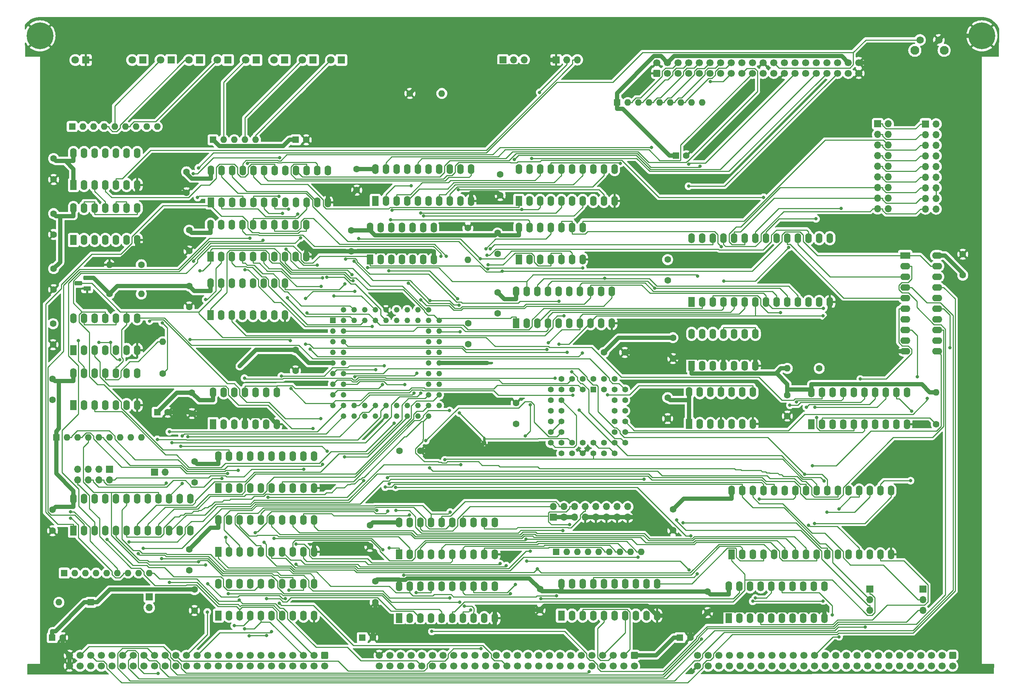
<source format=gbr>
%TF.GenerationSoftware,KiCad,Pcbnew,(6.0.11)*%
%TF.CreationDate,2024-11-04T08:13:35-06:00*%
%TF.ProjectId,processor.80C188,70726f63-6573-4736-9f72-2e3830433138,v0.8*%
%TF.SameCoordinates,Original*%
%TF.FileFunction,Copper,L1,Top*%
%TF.FilePolarity,Positive*%
%FSLAX46Y46*%
G04 Gerber Fmt 4.6, Leading zero omitted, Abs format (unit mm)*
G04 Created by KiCad (PCBNEW (6.0.11)) date 2024-11-04 08:13:35*
%MOMM*%
%LPD*%
G01*
G04 APERTURE LIST*
G04 Aperture macros list*
%AMRoundRect*
0 Rectangle with rounded corners*
0 $1 Rounding radius*
0 $2 $3 $4 $5 $6 $7 $8 $9 X,Y pos of 4 corners*
0 Add a 4 corners polygon primitive as box body*
4,1,4,$2,$3,$4,$5,$6,$7,$8,$9,$2,$3,0*
0 Add four circle primitives for the rounded corners*
1,1,$1+$1,$2,$3*
1,1,$1+$1,$4,$5*
1,1,$1+$1,$6,$7*
1,1,$1+$1,$8,$9*
0 Add four rect primitives between the rounded corners*
20,1,$1+$1,$2,$3,$4,$5,0*
20,1,$1+$1,$4,$5,$6,$7,0*
20,1,$1+$1,$6,$7,$8,$9,0*
20,1,$1+$1,$8,$9,$2,$3,0*%
G04 Aperture macros list end*
%TA.AperFunction,ComponentPad*%
%ADD10RoundRect,0.250000X-0.600000X0.600000X-0.600000X-0.600000X0.600000X-0.600000X0.600000X0.600000X0*%
%TD*%
%TA.AperFunction,ComponentPad*%
%ADD11C,1.700000*%
%TD*%
%TA.AperFunction,ComponentPad*%
%ADD12C,1.600000*%
%TD*%
%TA.AperFunction,ComponentPad*%
%ADD13R,1.600000X1.600000*%
%TD*%
%TA.AperFunction,ComponentPad*%
%ADD14R,1.800000X1.800000*%
%TD*%
%TA.AperFunction,ComponentPad*%
%ADD15C,1.800000*%
%TD*%
%TA.AperFunction,ComponentPad*%
%ADD16O,1.600000X1.600000*%
%TD*%
%TA.AperFunction,ComponentPad*%
%ADD17R,1.600000X2.400000*%
%TD*%
%TA.AperFunction,ComponentPad*%
%ADD18O,1.600000X2.400000*%
%TD*%
%TA.AperFunction,ComponentPad*%
%ADD19C,6.400000*%
%TD*%
%TA.AperFunction,ComponentPad*%
%ADD20R,1.800000X1.100000*%
%TD*%
%TA.AperFunction,ComponentPad*%
%ADD21RoundRect,0.275000X0.625000X-0.275000X0.625000X0.275000X-0.625000X0.275000X-0.625000X-0.275000X0*%
%TD*%
%TA.AperFunction,ComponentPad*%
%ADD22RoundRect,0.250000X0.600000X-0.600000X0.600000X0.600000X-0.600000X0.600000X-0.600000X-0.600000X0*%
%TD*%
%TA.AperFunction,ComponentPad*%
%ADD23R,1.422400X1.422400*%
%TD*%
%TA.AperFunction,ComponentPad*%
%ADD24C,1.422400*%
%TD*%
%TA.AperFunction,ComponentPad*%
%ADD25R,1.320800X1.320800*%
%TD*%
%TA.AperFunction,ComponentPad*%
%ADD26C,1.320800*%
%TD*%
%TA.AperFunction,ComponentPad*%
%ADD27C,2.100000*%
%TD*%
%TA.AperFunction,ComponentPad*%
%ADD28C,1.750000*%
%TD*%
%TA.AperFunction,ComponentPad*%
%ADD29R,1.700000X1.700000*%
%TD*%
%TA.AperFunction,ComponentPad*%
%ADD30O,1.700000X1.700000*%
%TD*%
%TA.AperFunction,ComponentPad*%
%ADD31C,0.600000*%
%TD*%
%TA.AperFunction,ComponentPad*%
%ADD32R,2.400000X1.600000*%
%TD*%
%TA.AperFunction,ComponentPad*%
%ADD33O,2.400000X1.600000*%
%TD*%
%TA.AperFunction,ViaPad*%
%ADD34C,0.800000*%
%TD*%
%TA.AperFunction,Conductor*%
%ADD35C,0.250000*%
%TD*%
%TA.AperFunction,Conductor*%
%ADD36C,1.000000*%
%TD*%
G04 APERTURE END LIST*
%TO.C,NT4*%
G36*
X146425000Y-172215000D02*
G01*
X145825000Y-172215000D01*
X145825000Y-171015000D01*
X146425000Y-171015000D01*
X146425000Y-172215000D01*
G37*
%TO.C,NT3*%
G36*
X147960000Y-153465000D02*
G01*
X146760000Y-153465000D01*
X146760000Y-152865000D01*
X147960000Y-152865000D01*
X147960000Y-153465000D01*
G37*
%TD*%
D10*
%TO.P,P1,1,Pin_1*%
%TO.N,VCC*%
X108000000Y-223000000D03*
D11*
%TO.P,P1,2,Pin_2*%
X108000000Y-225540000D03*
%TO.P,P1,3,Pin_3*%
%TO.N,~{RD}*%
X105460000Y-223000000D03*
%TO.P,P1,4,Pin_4*%
%TO.N,/bus/E*%
X105460000Y-225540000D03*
%TO.P,P1,5,Pin_5*%
%TO.N,~{WR}*%
X102920000Y-223000000D03*
%TO.P,P1,6,Pin_6*%
%TO.N,/bus/ST*%
X102920000Y-225540000D03*
%TO.P,P1,7,Pin_7*%
%TO.N,~{IORQ}*%
X100380000Y-223000000D03*
%TO.P,P1,8,Pin_8*%
%TO.N,/bus/PHI*%
X100380000Y-225540000D03*
%TO.P,P1,9,Pin_9*%
%TO.N,~{MREQ}*%
X97840000Y-223000000D03*
%TO.P,P1,10,Pin_10*%
%TO.N,/bus/~{INT2}*%
X97840000Y-225540000D03*
%TO.P,P1,11,Pin_11*%
%TO.N,~{M1}*%
X95300000Y-223000000D03*
%TO.P,P1,12,Pin_12*%
%TO.N,/bus/~{INT1}*%
X95300000Y-225540000D03*
%TO.P,P1,13,Pin_13*%
%TO.N,~{BUSACK}*%
X92760000Y-223000000D03*
%TO.P,P1,14,Pin_14*%
%TO.N,/bus/CRUCLK*%
X92760000Y-225540000D03*
%TO.P,P1,15,Pin_15*%
%TO.N,bCLK*%
X90220000Y-223000000D03*
%TO.P,P1,16,Pin_16*%
%TO.N,/bus/CRUOUT*%
X90220000Y-225540000D03*
%TO.P,P1,17,Pin_17*%
%TO.N,unconnected-(P1-Pad17)*%
X87680000Y-223000000D03*
%TO.P,P1,18,Pin_18*%
%TO.N,/bus/CRUIN*%
X87680000Y-225540000D03*
%TO.P,P1,19,Pin_19*%
%TO.N,~{NMI}*%
X85140000Y-223000000D03*
%TO.P,P1,20,Pin_20*%
%TO.N,~{RES_IN}*%
X85140000Y-225540000D03*
%TO.P,P1,21,Pin_21*%
%TO.N,~{RES_OUT}*%
X82600000Y-223000000D03*
%TO.P,P1,22,Pin_22*%
%TO.N,/bus/USER8*%
X82600000Y-225540000D03*
%TO.P,P1,23,Pin_23*%
%TO.N,~{BUSRQ}*%
X80060000Y-223000000D03*
%TO.P,P1,24,Pin_24*%
%TO.N,/bus/USER7*%
X80060000Y-225540000D03*
%TO.P,P1,25,Pin_25*%
%TO.N,~{WAIT}*%
X77520000Y-223000000D03*
%TO.P,P1,26,Pin_26*%
%TO.N,/bus/USER6*%
X77520000Y-225540000D03*
%TO.P,P1,27,Pin_27*%
%TO.N,~{HALT}*%
X74980000Y-223000000D03*
%TO.P,P1,28,Pin_28*%
%TO.N,/bus/USER5*%
X74980000Y-225540000D03*
%TO.P,P1,29,Pin_29*%
%TO.N,~{RFSH}*%
X72440000Y-223000000D03*
%TO.P,P1,30,Pin_30*%
%TO.N,/bus/USER4*%
X72440000Y-225540000D03*
%TO.P,P1,31,Pin_31*%
%TO.N,~{EIRQ7}*%
X69900000Y-223000000D03*
%TO.P,P1,32,Pin_32*%
%TO.N,/bus/USER3*%
X69900000Y-225540000D03*
%TO.P,P1,33,Pin_33*%
%TO.N,~{EIRQ6}*%
X67360000Y-223000000D03*
%TO.P,P1,34,Pin_34*%
%TO.N,/bus/USER2*%
X67360000Y-225540000D03*
%TO.P,P1,35,Pin_35*%
%TO.N,~{EIRQ5}*%
X64820000Y-223000000D03*
%TO.P,P1,36,Pin_36*%
%TO.N,/bus/USER1*%
X64820000Y-225540000D03*
%TO.P,P1,37,Pin_37*%
%TO.N,~{EIRQ4}*%
X62280000Y-223000000D03*
%TO.P,P1,38,Pin_38*%
%TO.N,/bus/USER0*%
X62280000Y-225540000D03*
%TO.P,P1,39,Pin_39*%
%TO.N,~{EIRQ3}*%
X59740000Y-223000000D03*
%TO.P,P1,40,Pin_40*%
%TO.N,Net-(P1-Pad40)*%
X59740000Y-225540000D03*
%TO.P,P1,41,Pin_41*%
%TO.N,~{EIRQ2}*%
X57200000Y-223000000D03*
%TO.P,P1,42,Pin_42*%
%TO.N,Net-(P1-Pad40)*%
X57200000Y-225540000D03*
%TO.P,P1,43,Pin_43*%
%TO.N,~{EIRQ1}*%
X54660000Y-223000000D03*
%TO.P,P1,44,Pin_44*%
%TO.N,Net-(P1-Pad44)*%
X54660000Y-225540000D03*
%TO.P,P1,45,Pin_45*%
%TO.N,~{EIRQ0}*%
X52120000Y-223000000D03*
%TO.P,P1,46,Pin_46*%
%TO.N,Net-(P1-Pad44)*%
X52120000Y-225540000D03*
%TO.P,P1,47,Pin_47*%
%TO.N,I2C_SCL*%
X49580000Y-223000000D03*
%TO.P,P1,48,Pin_48*%
%TO.N,I2C_SDA*%
X49580000Y-225540000D03*
%TO.P,P1,49,Pin_49*%
%TO.N,GND*%
X47040000Y-223000000D03*
%TO.P,P1,50,Pin_50*%
X47040000Y-225540000D03*
%TD*%
D12*
%TO.P,C2,1*%
%TO.N,VCC*%
X142315000Y-143680000D03*
%TO.P,C2,2*%
%TO.N,GND*%
X142315000Y-148680000D03*
%TD*%
%TO.P,C3,1*%
%TO.N,VCC*%
X43255000Y-130605000D03*
%TO.P,C3,2*%
%TO.N,GND*%
X43255000Y-135605000D03*
%TD*%
%TO.P,C4,1*%
%TO.N,VCC*%
X174700000Y-150625000D03*
%TO.P,C4,2*%
%TO.N,GND*%
X179700000Y-150625000D03*
%TD*%
%TO.P,C5,1*%
%TO.N,VCC*%
X75640000Y-197655000D03*
%TO.P,C5,2*%
%TO.N,GND*%
X75640000Y-202655000D03*
%TD*%
%TO.P,C6,1*%
%TO.N,VCC*%
X43000000Y-156900000D03*
%TO.P,C6,2*%
%TO.N,GND*%
X43000000Y-161900000D03*
%TD*%
%TO.P,C8,1*%
%TO.N,VCC*%
X159460000Y-207180000D03*
%TO.P,C8,2*%
%TO.N,GND*%
X159460000Y-212180000D03*
%TD*%
%TO.P,C9,1*%
%TO.N,VCC*%
X125845000Y-174120000D03*
%TO.P,C9,2*%
%TO.N,GND*%
X130845000Y-174120000D03*
%TD*%
%TO.P,C10,1*%
%TO.N,VCC*%
X76910000Y-207270000D03*
%TO.P,C10,2*%
%TO.N,GND*%
X76910000Y-212270000D03*
%TD*%
%TO.P,C11,1*%
%TO.N,VCC*%
X43255000Y-117457500D03*
%TO.P,C11,2*%
%TO.N,GND*%
X43255000Y-122457500D03*
%TD*%
%TO.P,C14,1*%
%TO.N,VCC*%
X149300000Y-122090000D03*
%TO.P,C14,2*%
%TO.N,GND*%
X149300000Y-127090000D03*
%TD*%
%TO.P,C15,1*%
%TO.N,VCC*%
X149330000Y-136305000D03*
%TO.P,C15,2*%
%TO.N,GND*%
X149330000Y-141305000D03*
%TD*%
D13*
%TO.P,C25,1*%
%TO.N,VCC*%
X42929600Y-218750000D03*
D12*
%TO.P,C25,2*%
%TO.N,GND*%
X45429600Y-218750000D03*
%TD*%
D13*
%TO.P,C26,1*%
%TO.N,VCC*%
X68019900Y-164900000D03*
D12*
%TO.P,C26,2*%
%TO.N,GND*%
X70519900Y-164900000D03*
%TD*%
%TO.P,C17,1*%
%TO.N,VCC*%
X189940000Y-128440000D03*
%TO.P,C17,2*%
%TO.N,GND*%
X189940000Y-133440000D03*
%TD*%
%TO.P,C20,1*%
%TO.N,VCC*%
X120090000Y-205315000D03*
%TO.P,C20,2*%
%TO.N,GND*%
X120090000Y-210315000D03*
%TD*%
%TO.P,C21,1*%
%TO.N,VCC*%
X76910000Y-176660000D03*
%TO.P,C21,2*%
%TO.N,GND*%
X76910000Y-181660000D03*
%TD*%
%TO.P,C22,1*%
%TO.N,VCC*%
X75640000Y-134750000D03*
%TO.P,C22,2*%
%TO.N,GND*%
X75640000Y-139750000D03*
%TD*%
%TO.P,C23,1*%
%TO.N,VCC*%
X153745000Y-167730000D03*
%TO.P,C23,2*%
%TO.N,GND*%
X153745000Y-162730000D03*
%TD*%
D13*
%TO.P,C27,1*%
%TO.N,VCC*%
X117000000Y-218750000D03*
D12*
%TO.P,C27,2*%
%TO.N,GND*%
X119500000Y-218750000D03*
%TD*%
D13*
%TO.P,C28,1*%
%TO.N,VCC*%
X192884700Y-218750000D03*
D12*
%TO.P,C28,2*%
%TO.N,GND*%
X195384700Y-218750000D03*
%TD*%
D13*
%TO.P,C29,1*%
%TO.N,VCC*%
X191909900Y-103635000D03*
D12*
%TO.P,C29,2*%
%TO.N,GND*%
X194409900Y-103635000D03*
%TD*%
D14*
%TO.P,D4,1,K*%
%TO.N,Net-(D4-Pad1)*%
X64544000Y-80775000D03*
D15*
%TO.P,D4,2,A*%
%TO.N,470G*%
X62004000Y-80775000D03*
%TD*%
D13*
%TO.P,D6,1,K*%
%TO.N,VCC*%
X52145000Y-210315000D03*
D16*
%TO.P,D6,2,A*%
%TO.N,Net-(D6-Pad2)*%
X44525000Y-210315000D03*
%TD*%
D14*
%TO.P,D2,1,K*%
%TO.N,Net-(D2-Pad1)*%
X71326000Y-80775000D03*
D15*
%TO.P,D2,2,A*%
%TO.N,470D*%
X68786000Y-80775000D03*
%TD*%
D12*
%TO.P,R5,1*%
%TO.N,~{EXT_RES}*%
X69290000Y-155705000D03*
D16*
%TO.P,R5,2*%
%TO.N,Net-(D6-Pad2)*%
X69290000Y-148085000D03*
%TD*%
D17*
%TO.P,U4,1*%
%TO.N,unconnected-(U4-Pad1)*%
X48000000Y-163200000D03*
D18*
%TO.P,U4,2*%
%TO.N,unconnected-(U4-Pad2)*%
X50540000Y-163200000D03*
%TO.P,U4,3*%
%TO.N,~{CS_UART}*%
X53080000Y-163200000D03*
%TO.P,U4,4*%
%TO.N,Net-(D9-Pad1)*%
X55620000Y-163200000D03*
%TO.P,U4,5*%
%TO.N,N/C*%
X58160000Y-163200000D03*
%TO.P,U4,6*%
X60700000Y-163200000D03*
%TO.P,U4,7,GND*%
%TO.N,GND*%
X63240000Y-163200000D03*
%TO.P,U4,8*%
%TO.N,unconnected-(U4-Pad8)*%
X63240000Y-155580000D03*
%TO.P,U4,9*%
%TO.N,unconnected-(U4-Pad9)*%
X60700000Y-155580000D03*
%TO.P,U4,10*%
%TO.N,~{RES_OUT}*%
X58160000Y-155580000D03*
%TO.P,U4,11*%
%TO.N,Net-(D6-Pad2)*%
X55620000Y-155580000D03*
%TO.P,U4,12*%
%TO.N,~{BUSRQ}*%
X53080000Y-155580000D03*
%TO.P,U4,13*%
%TO.N,~{188ACTIVE}*%
X50540000Y-155580000D03*
%TO.P,U4,14,VCC*%
%TO.N,VCC*%
X48000000Y-155580000D03*
%TD*%
D17*
%TO.P,U6,1,OEa*%
%TO.N,~{188EN}*%
X82630000Y-198240000D03*
D18*
%TO.P,U6,2,I0a*%
%TO.N,CPU-A0*%
X85170000Y-198240000D03*
%TO.P,U6,3,O3b*%
%TO.N,A7*%
X87710000Y-198240000D03*
%TO.P,U6,4,I1a*%
%TO.N,CPU-A1*%
X90250000Y-198240000D03*
%TO.P,U6,5,O2b*%
%TO.N,A6*%
X92790000Y-198240000D03*
%TO.P,U6,6,I2a*%
%TO.N,CPU-A2*%
X95330000Y-198240000D03*
%TO.P,U6,7,O1b*%
%TO.N,A5*%
X97870000Y-198240000D03*
%TO.P,U6,8,I3a*%
%TO.N,CPU-A3*%
X100410000Y-198240000D03*
%TO.P,U6,9,O0b*%
%TO.N,A4*%
X102950000Y-198240000D03*
%TO.P,U6,10,GND*%
%TO.N,GND*%
X105490000Y-198240000D03*
%TO.P,U6,11,I0b*%
%TO.N,CPU-A4*%
X105490000Y-190620000D03*
%TO.P,U6,12,O3a*%
%TO.N,A3*%
X102950000Y-190620000D03*
%TO.P,U6,13,I1b*%
%TO.N,CPU-A5*%
X100410000Y-190620000D03*
%TO.P,U6,14,O2a*%
%TO.N,A2*%
X97870000Y-190620000D03*
%TO.P,U6,15,I2b*%
%TO.N,CPU-A6*%
X95330000Y-190620000D03*
%TO.P,U6,16,O1a*%
%TO.N,A1*%
X92790000Y-190620000D03*
%TO.P,U6,17,I3b*%
%TO.N,CPU-A7*%
X90250000Y-190620000D03*
%TO.P,U6,18,O0a*%
%TO.N,A0*%
X87710000Y-190620000D03*
%TO.P,U6,19,OEb*%
%TO.N,~{188EN}*%
X85170000Y-190620000D03*
%TO.P,U6,20,VCC*%
%TO.N,VCC*%
X82630000Y-190620000D03*
%TD*%
D17*
%TO.P,U8,1,OEa*%
%TO.N,~{188EN}*%
X164540000Y-213480000D03*
D18*
%TO.P,U8,2,I0a*%
%TO.N,CPU-A8*%
X167080000Y-213480000D03*
%TO.P,U8,3,O3b*%
%TO.N,A15*%
X169620000Y-213480000D03*
%TO.P,U8,4,I1a*%
%TO.N,CPU-A9*%
X172160000Y-213480000D03*
%TO.P,U8,5,O2b*%
%TO.N,A14*%
X174700000Y-213480000D03*
%TO.P,U8,6,I2a*%
%TO.N,CPU-A10*%
X177240000Y-213480000D03*
%TO.P,U8,7,O1b*%
%TO.N,A13*%
X179780000Y-213480000D03*
%TO.P,U8,8,I3a*%
%TO.N,CPU-A11*%
X182320000Y-213480000D03*
%TO.P,U8,9,O0b*%
%TO.N,A12*%
X184860000Y-213480000D03*
%TO.P,U8,10,GND*%
%TO.N,GND*%
X187400000Y-213480000D03*
%TO.P,U8,11,I0b*%
%TO.N,CPU-A12*%
X187400000Y-205860000D03*
%TO.P,U8,12,O3a*%
%TO.N,A11*%
X184860000Y-205860000D03*
%TO.P,U8,13,I1b*%
%TO.N,CPU-A13*%
X182320000Y-205860000D03*
%TO.P,U8,14,O2a*%
%TO.N,A10*%
X179780000Y-205860000D03*
%TO.P,U8,15,I2b*%
%TO.N,CPU-A14*%
X177240000Y-205860000D03*
%TO.P,U8,16,O1a*%
%TO.N,A9*%
X174700000Y-205860000D03*
%TO.P,U8,17,I3b*%
%TO.N,CPU-A15*%
X172160000Y-205860000D03*
%TO.P,U8,18,O0a*%
%TO.N,A8*%
X169620000Y-205860000D03*
%TO.P,U8,19,OEb*%
%TO.N,~{188EN}*%
X167080000Y-205860000D03*
%TO.P,U8,20,VCC*%
%TO.N,VCC*%
X164540000Y-205860000D03*
%TD*%
D17*
%TO.P,U15,1,I0/CLK*%
%TO.N,ALE*%
X48000000Y-193200000D03*
D18*
%TO.P,U15,2,I1*%
%TO.N,S2*%
X50540000Y-193200000D03*
%TO.P,U15,3,I2*%
%TO.N,S1*%
X53080000Y-193200000D03*
%TO.P,U15,4,I3*%
%TO.N,S0*%
X55620000Y-193200000D03*
%TO.P,U15,5,I4*%
%TO.N,CPU-A19*%
X58160000Y-193200000D03*
%TO.P,U15,6,I5*%
%TO.N,~{UCS}*%
X60700000Y-193200000D03*
%TO.P,U15,7,I6*%
%TO.N,Net-(U12-Pad38)*%
X63240000Y-193200000D03*
%TO.P,U15,8,I7*%
%TO.N,Net-(U12-Pad37)*%
X65780000Y-193200000D03*
%TO.P,U15,9,I8*%
%TO.N,Net-(U12-Pad36)*%
X68320000Y-193200000D03*
%TO.P,U15,10,I9*%
%TO.N,Net-(U12-Pad35)*%
X70860000Y-193200000D03*
%TO.P,U15,11,I10*%
%TO.N,Net-(U12-Pad25)*%
X73400000Y-193200000D03*
%TO.P,U15,12,GND*%
%TO.N,GND*%
X75940000Y-193200000D03*
%TO.P,U15,13,I11*%
%TO.N,HLDA*%
X75940000Y-185580000D03*
%TO.P,U15,14,O9*%
%TO.N,~{BDREQ0}*%
X73400000Y-185580000D03*
%TO.P,U15,15,O8*%
%TO.N,CPU-DREQ0*%
X70860000Y-185580000D03*
%TO.P,U15,16,O7*%
%TO.N,~{CPU-M1}*%
X68320000Y-185580000D03*
%TO.P,U15,17,O6*%
%TO.N,~{CPU-MREQ}*%
X65780000Y-185580000D03*
%TO.P,U15,18,O5*%
%TO.N,~{CPU-HALT}*%
X63240000Y-185580000D03*
%TO.P,U15,19,O4*%
%TO.N,~{CPU-IORQ}*%
X60700000Y-185580000D03*
%TO.P,U15,20,O3*%
%TO.N,~{G_DATA}*%
X58160000Y-185580000D03*
%TO.P,U15,21,O2*%
%TO.N,~{BDREQ1}*%
X55620000Y-185580000D03*
%TO.P,U15,22,O1*%
%TO.N,CPU-DREQ1*%
X53080000Y-185580000D03*
%TO.P,U15,23,O0*%
%TO.N,~{PCS1}*%
X50540000Y-185580000D03*
%TO.P,U15,24,VCC*%
%TO.N,VCC*%
X48000000Y-185580000D03*
%TD*%
D17*
%TO.P,U1,1*%
%TO.N,Net-(D2-Pad1)*%
X48000000Y-150052500D03*
D18*
%TO.P,U1,2*%
%TO.N,Net-(D5-Pad1)*%
X50540000Y-150052500D03*
%TO.P,U1,3*%
%TO.N,Net-(U1-Pad3)*%
X53080000Y-150052500D03*
%TO.P,U1,4*%
%TO.N,Net-(U1-Pad4)*%
X55620000Y-150052500D03*
%TO.P,U1,5*%
%TO.N,~{CPU-HALT}*%
X58160000Y-150052500D03*
%TO.P,U1,6*%
%TO.N,Net-(D2-Pad1)*%
X60700000Y-150052500D03*
%TO.P,U1,7,GND*%
%TO.N,GND*%
X63240000Y-150052500D03*
%TO.P,U1,8*%
%TO.N,Net-(U1-Pad8)*%
X63240000Y-142432500D03*
%TO.P,U1,9*%
%TO.N,~{RES_OUT}*%
X60700000Y-142432500D03*
%TO.P,U1,10*%
%TO.N,188EN*%
X58160000Y-142432500D03*
%TO.P,U1,11*%
%TO.N,~{188EN}*%
X55620000Y-142432500D03*
%TO.P,U1,12*%
%TO.N,Net-(D4-Pad1)*%
X53080000Y-142432500D03*
%TO.P,U1,13*%
%TO.N,188EN*%
X50540000Y-142432500D03*
%TO.P,U1,14,VCC*%
%TO.N,VCC*%
X48000000Y-142432500D03*
%TD*%
D10*
%TO.P,P2,1,Pin_1*%
%TO.N,VCC*%
X182000000Y-223000000D03*
D11*
%TO.P,P2,2,Pin_2*%
X182000000Y-225540000D03*
%TO.P,P2,3,Pin_3*%
%TO.N,A15*%
X179460000Y-223000000D03*
%TO.P,P2,4,Pin_4*%
%TO.N,/bus/A31*%
X179460000Y-225540000D03*
%TO.P,P2,5,Pin_5*%
%TO.N,A14*%
X176920000Y-223000000D03*
%TO.P,P2,6,Pin_6*%
%TO.N,/bus/A30*%
X176920000Y-225540000D03*
%TO.P,P2,7,Pin_7*%
%TO.N,A13*%
X174380000Y-223000000D03*
%TO.P,P2,8,Pin_8*%
%TO.N,/bus/A29*%
X174380000Y-225540000D03*
%TO.P,P2,9,Pin_9*%
%TO.N,A12*%
X171840000Y-223000000D03*
%TO.P,P2,10,Pin_10*%
%TO.N,/bus/A28*%
X171840000Y-225540000D03*
%TO.P,P2,11,Pin_11*%
%TO.N,A11*%
X169300000Y-223000000D03*
%TO.P,P2,12,Pin_12*%
%TO.N,/bus/A27*%
X169300000Y-225540000D03*
%TO.P,P2,13,Pin_13*%
%TO.N,A10*%
X166760000Y-223000000D03*
%TO.P,P2,14,Pin_14*%
%TO.N,/bus/A26*%
X166760000Y-225540000D03*
%TO.P,P2,15,Pin_15*%
%TO.N,A9*%
X164220000Y-223000000D03*
%TO.P,P2,16,Pin_16*%
%TO.N,/bus/A25*%
X164220000Y-225540000D03*
%TO.P,P2,17,Pin_17*%
%TO.N,A8*%
X161680000Y-223000000D03*
%TO.P,P2,18,Pin_18*%
%TO.N,/bus/A24*%
X161680000Y-225540000D03*
%TO.P,P2,19,Pin_19*%
%TO.N,+12V*%
X159140000Y-223000000D03*
%TO.P,P2,20,Pin_20*%
X159140000Y-225540000D03*
%TO.P,P2,21,Pin_21*%
%TO.N,A7*%
X156600000Y-223000000D03*
%TO.P,P2,22,Pin_22*%
%TO.N,/bus/A23*%
X156600000Y-225540000D03*
%TO.P,P2,23,Pin_23*%
%TO.N,A6*%
X154060000Y-223000000D03*
%TO.P,P2,24,Pin_24*%
%TO.N,/bus/A22*%
X154060000Y-225540000D03*
%TO.P,P2,25,Pin_25*%
%TO.N,A5*%
X151520000Y-223000000D03*
%TO.P,P2,26,Pin_26*%
%TO.N,A21*%
X151520000Y-225540000D03*
%TO.P,P2,27,Pin_27*%
%TO.N,A4*%
X148980000Y-223000000D03*
%TO.P,P2,28,Pin_28*%
%TO.N,A20*%
X148980000Y-225540000D03*
%TO.P,P2,29,Pin_29*%
%TO.N,A3*%
X146440000Y-223000000D03*
%TO.P,P2,30,Pin_30*%
%TO.N,A19*%
X146440000Y-225540000D03*
%TO.P,P2,31,Pin_31*%
%TO.N,A2*%
X143900000Y-223000000D03*
%TO.P,P2,32,Pin_32*%
%TO.N,A18*%
X143900000Y-225540000D03*
%TO.P,P2,33,Pin_33*%
%TO.N,A1*%
X141360000Y-223000000D03*
%TO.P,P2,34,Pin_34*%
%TO.N,A17*%
X141360000Y-225540000D03*
%TO.P,P2,35,Pin_35*%
%TO.N,A0*%
X138820000Y-223000000D03*
%TO.P,P2,36,Pin_36*%
%TO.N,A16*%
X138820000Y-225540000D03*
%TO.P,P2,37,Pin_37*%
%TO.N,-12V*%
X136280000Y-223000000D03*
%TO.P,P2,38,Pin_38*%
X136280000Y-225540000D03*
%TO.P,P2,39,Pin_39*%
%TO.N,/bus/IC3*%
X133740000Y-223000000D03*
%TO.P,P2,40,Pin_40*%
%TO.N,/bus/~{TEND1}*%
X133740000Y-225540000D03*
%TO.P,P2,41,Pin_41*%
%TO.N,/bus/IC2*%
X131200000Y-223000000D03*
%TO.P,P2,42,Pin_42*%
%TO.N,~{DREQ1}*%
X131200000Y-225540000D03*
%TO.P,P2,43,Pin_43*%
%TO.N,/bus/IC1*%
X128660000Y-223000000D03*
%TO.P,P2,44,Pin_44*%
%TO.N,/bus/~{TEND0}*%
X128660000Y-225540000D03*
%TO.P,P2,45,Pin_45*%
%TO.N,/bus/IC0*%
X126120000Y-223000000D03*
%TO.P,P2,46,Pin_46*%
%TO.N,~{DREQ0}*%
X126120000Y-225540000D03*
%TO.P,P2,47,Pin_47*%
%TO.N,/bus/AUXCLK1*%
X123580000Y-223000000D03*
%TO.P,P2,48,Pin_48*%
%TO.N,/bus/AUXCLK0*%
X123580000Y-225540000D03*
%TO.P,P2,49,Pin_49*%
%TO.N,GND*%
X121040000Y-223000000D03*
%TO.P,P2,50,Pin_50*%
X121040000Y-225540000D03*
%TD*%
D19*
%TO.P,H2,1,1*%
%TO.N,GND*%
X265000000Y-75000000D03*
%TD*%
D13*
%TO.P,RN1,1,common*%
%TO.N,VCC*%
X43875000Y-170945000D03*
D16*
%TO.P,RN1,2,R1*%
%TO.N,~{DREQ0}*%
X46415000Y-170945000D03*
%TO.P,RN1,3,R2*%
%TO.N,CPU-A21*%
X48955000Y-170945000D03*
%TO.P,RN1,4,R3*%
%TO.N,~{CPU-M1}*%
X51495000Y-170945000D03*
%TO.P,RN1,5,R4*%
%TO.N,CPU-A20*%
X54035000Y-170945000D03*
%TO.P,RN1,6,R5*%
%TO.N,Net-(JP4-Pad1)*%
X56575000Y-170945000D03*
%TO.P,RN1,7,R6*%
%TO.N,Net-(JP4-Pad3)*%
X59115000Y-170945000D03*
%TO.P,RN1,8,R7*%
%TO.N,Net-(JP4-Pad5)*%
X61655000Y-170945000D03*
%TO.P,RN1,9,R8*%
%TO.N,Net-(JP4-Pad7)*%
X64195000Y-170945000D03*
%TD*%
D17*
%TO.P,U11,1,A->B*%
%TO.N,DT~{R}_TS*%
X204550000Y-214115000D03*
D18*
%TO.P,U11,2,A0*%
%TO.N,CPU-D0*%
X207090000Y-214115000D03*
%TO.P,U11,3,A1*%
%TO.N,CPU-D1*%
X209630000Y-214115000D03*
%TO.P,U11,4,A2*%
%TO.N,CPU-D2*%
X212170000Y-214115000D03*
%TO.P,U11,5,A3*%
%TO.N,CPU-D3*%
X214710000Y-214115000D03*
%TO.P,U11,6,A4*%
%TO.N,CPU-D4*%
X217250000Y-214115000D03*
%TO.P,U11,7,A5*%
%TO.N,CPU-D5*%
X219790000Y-214115000D03*
%TO.P,U11,8,A6*%
%TO.N,CPU-D6*%
X222330000Y-214115000D03*
%TO.P,U11,9,A7*%
%TO.N,CPU-D7*%
X224870000Y-214115000D03*
%TO.P,U11,10,GND*%
%TO.N,GND*%
X227410000Y-214115000D03*
%TO.P,U11,11,B7*%
%TO.N,D7*%
X227410000Y-206495000D03*
%TO.P,U11,12,B6*%
%TO.N,D6*%
X224870000Y-206495000D03*
%TO.P,U11,13,B5*%
%TO.N,D5*%
X222330000Y-206495000D03*
%TO.P,U11,14,B4*%
%TO.N,D4*%
X219790000Y-206495000D03*
%TO.P,U11,15,B3*%
%TO.N,D3*%
X217250000Y-206495000D03*
%TO.P,U11,16,B2*%
%TO.N,D2*%
X214710000Y-206495000D03*
%TO.P,U11,17,B1*%
%TO.N,D1*%
X212170000Y-206495000D03*
%TO.P,U11,18,B0*%
%TO.N,D0*%
X209630000Y-206495000D03*
%TO.P,U11,19,CE*%
%TO.N,Net-(U11-Pad19)*%
X207090000Y-206495000D03*
%TO.P,U11,20,VCC*%
%TO.N,VCC*%
X204550000Y-206495000D03*
%TD*%
D12*
%TO.P,C19,1*%
%TO.N,VCC*%
X43000000Y-188200000D03*
%TO.P,C19,2*%
%TO.N,GND*%
X43000000Y-193200000D03*
%TD*%
%TO.P,C18,1*%
%TO.N,VCC*%
X43125000Y-143752500D03*
%TO.P,C18,2*%
%TO.N,GND*%
X43125000Y-148752500D03*
%TD*%
%TO.P,C12,1*%
%TO.N,VCC*%
X76275000Y-160230000D03*
%TO.P,C12,2*%
%TO.N,GND*%
X76275000Y-165230000D03*
%TD*%
%TO.P,C16,1*%
%TO.N,VCC*%
X199465000Y-207775000D03*
%TO.P,C16,2*%
%TO.N,GND*%
X199465000Y-212775000D03*
%TD*%
D17*
%TO.P,U3,1,OE*%
%TO.N,HLDA*%
X80725000Y-127755000D03*
D18*
%TO.P,U3,2,O0*%
%TO.N,CPU-A19*%
X83265000Y-127755000D03*
%TO.P,U3,3,D0*%
%TO.N,Net-(U12-Pad65)*%
X85805000Y-127755000D03*
%TO.P,U3,4,D1*%
%TO.N,Net-(U12-Pad66)*%
X88345000Y-127755000D03*
%TO.P,U3,5,O1*%
%TO.N,CPU-A18*%
X90885000Y-127755000D03*
%TO.P,U3,6,O2*%
%TO.N,CPU-A17*%
X93425000Y-127755000D03*
%TO.P,U3,7,D2*%
%TO.N,Net-(U12-Pad67)*%
X95965000Y-127755000D03*
%TO.P,U3,8,D3*%
%TO.N,Net-(U12-Pad68)*%
X98505000Y-127755000D03*
%TO.P,U3,9,O3*%
%TO.N,CPU-A16*%
X101045000Y-127755000D03*
%TO.P,U3,10,GND*%
%TO.N,GND*%
X103585000Y-127755000D03*
%TO.P,U3,11,LE*%
%TO.N,ALE*%
X103585000Y-120135000D03*
%TO.P,U3,12,O4*%
%TO.N,S0*%
X101045000Y-120135000D03*
%TO.P,U3,13,D4*%
%TO.N,CPU_S0*%
X98505000Y-120135000D03*
%TO.P,U3,14,D5*%
%TO.N,CPU_S1*%
X95965000Y-120135000D03*
%TO.P,U3,15,O5*%
%TO.N,S1*%
X93425000Y-120135000D03*
%TO.P,U3,16,O6*%
%TO.N,S2*%
X90885000Y-120135000D03*
%TO.P,U3,17,D6*%
%TO.N,CPU_S2*%
X88345000Y-120135000D03*
%TO.P,U3,18,D7*%
%TO.N,~{RES_OUT}*%
X85805000Y-120135000D03*
%TO.P,U3,19,O7*%
%TO.N,unconnected-(U3-Pad19)*%
X83265000Y-120135000D03*
%TO.P,U3,20,VCC*%
%TO.N,VCC*%
X80725000Y-120135000D03*
%TD*%
D19*
%TO.P,H1,1,1*%
%TO.N,GND*%
X40000000Y-75000000D03*
%TD*%
D14*
%TO.P,D7,1,K*%
%TO.N,GND*%
X50980000Y-80775000D03*
D15*
%TO.P,D7,2,A*%
%TO.N,470F*%
X48440000Y-80775000D03*
%TD*%
D10*
%TO.P,P3,1,Pin_1*%
%TO.N,VCC*%
X258000000Y-223000000D03*
D11*
%TO.P,P3,2,Pin_2*%
X258000000Y-225540000D03*
%TO.P,P3,3,Pin_3*%
%TO.N,/bus/D15*%
X255460000Y-223000000D03*
%TO.P,P3,4,Pin_4*%
%TO.N,/bus/D31*%
X255460000Y-225540000D03*
%TO.P,P3,5,Pin_5*%
%TO.N,/bus/D14*%
X252920000Y-223000000D03*
%TO.P,P3,6,Pin_6*%
%TO.N,/bus/D30*%
X252920000Y-225540000D03*
%TO.P,P3,7,Pin_7*%
%TO.N,/bus/D13*%
X250380000Y-223000000D03*
%TO.P,P3,8,Pin_8*%
%TO.N,/bus/D29*%
X250380000Y-225540000D03*
%TO.P,P3,9,Pin_9*%
%TO.N,/bus/D12*%
X247840000Y-223000000D03*
%TO.P,P3,10,Pin_10*%
%TO.N,/bus/D28*%
X247840000Y-225540000D03*
%TO.P,P3,11,Pin_11*%
%TO.N,/bus/D11*%
X245300000Y-223000000D03*
%TO.P,P3,12,Pin_12*%
%TO.N,/bus/D27*%
X245300000Y-225540000D03*
%TO.P,P3,13,Pin_13*%
%TO.N,/bus/D10*%
X242760000Y-223000000D03*
%TO.P,P3,14,Pin_14*%
%TO.N,/bus/D26*%
X242760000Y-225540000D03*
%TO.P,P3,15,Pin_15*%
%TO.N,/bus/D9*%
X240220000Y-223000000D03*
%TO.P,P3,16,Pin_16*%
%TO.N,/bus/D25*%
X240220000Y-225540000D03*
%TO.P,P3,17,Pin_17*%
%TO.N,/bus/D8*%
X237680000Y-223000000D03*
%TO.P,P3,18,Pin_18*%
%TO.N,/bus/D24*%
X237680000Y-225540000D03*
%TO.P,P3,19,Pin_19*%
%TO.N,D7*%
X235140000Y-223000000D03*
%TO.P,P3,20,Pin_20*%
%TO.N,/bus/D23*%
X235140000Y-225540000D03*
%TO.P,P3,21,Pin_21*%
%TO.N,D6*%
X232600000Y-223000000D03*
%TO.P,P3,22,Pin_22*%
%TO.N,/bus/D22*%
X232600000Y-225540000D03*
%TO.P,P3,23,Pin_23*%
%TO.N,D5*%
X230060000Y-223000000D03*
%TO.P,P3,24,Pin_24*%
%TO.N,/bus/D21*%
X230060000Y-225540000D03*
%TO.P,P3,25,Pin_25*%
%TO.N,D4*%
X227520000Y-223000000D03*
%TO.P,P3,26,Pin_26*%
%TO.N,/bus/D20*%
X227520000Y-225540000D03*
%TO.P,P3,27,Pin_27*%
%TO.N,D3*%
X224980000Y-223000000D03*
%TO.P,P3,28,Pin_28*%
%TO.N,/bus/D19*%
X224980000Y-225540000D03*
%TO.P,P3,29,Pin_29*%
%TO.N,D2*%
X222440000Y-223000000D03*
%TO.P,P3,30,Pin_30*%
%TO.N,/bus/D18*%
X222440000Y-225540000D03*
%TO.P,P3,31,Pin_31*%
%TO.N,D1*%
X219900000Y-223000000D03*
%TO.P,P3,32,Pin_32*%
%TO.N,/bus/D17*%
X219900000Y-225540000D03*
%TO.P,P3,33,Pin_33*%
%TO.N,D0*%
X217360000Y-223000000D03*
%TO.P,P3,34,Pin_34*%
%TO.N,/bus/D16*%
X217360000Y-225540000D03*
%TO.P,P3,35,Pin_35*%
%TO.N,/bus/~{BUSERR}*%
X214820000Y-223000000D03*
%TO.P,P3,36,Pin_36*%
%TO.N,/bus/UDS*%
X214820000Y-225540000D03*
%TO.P,P3,37,Pin_37*%
%TO.N,/bus/~{VPA}*%
X212280000Y-223000000D03*
%TO.P,P3,38,Pin_38*%
%TO.N,/bus/LDS*%
X212280000Y-225540000D03*
%TO.P,P3,39,Pin_39*%
%TO.N,/bus/~{VMA}*%
X209740000Y-223000000D03*
%TO.P,P3,40,Pin_40*%
%TO.N,/bus/S2*%
X209740000Y-225540000D03*
%TO.P,P3,41,Pin_41*%
%TO.N,/bus/~{BHE}*%
X207200000Y-223000000D03*
%TO.P,P3,42,Pin_42*%
%TO.N,/bus/S1*%
X207200000Y-225540000D03*
%TO.P,P3,43,Pin_43*%
%TO.N,/bus/IPL2*%
X204660000Y-223000000D03*
%TO.P,P3,44,Pin_44*%
%TO.N,/bus/S0*%
X204660000Y-225540000D03*
%TO.P,P3,45,Pin_45*%
%TO.N,/bus/IPL1*%
X202120000Y-223000000D03*
%TO.P,P3,46,Pin_46*%
%TO.N,/bus/AUXCLK3*%
X202120000Y-225540000D03*
%TO.P,P3,47,Pin_47*%
%TO.N,/bus/IPL0*%
X199580000Y-223000000D03*
%TO.P,P3,48,Pin_48*%
%TO.N,/bus/AUXCLK2*%
X199580000Y-225540000D03*
%TO.P,P3,49,Pin_49*%
%TO.N,GND*%
X197040000Y-223000000D03*
%TO.P,P3,50,Pin_50*%
X197040000Y-225540000D03*
%TD*%
D20*
%TO.P,U13,1,Pin_1*%
%TO.N,GND*%
X51275000Y-135385000D03*
D21*
%TO.P,U13,2,Pin_2*%
%TO.N,~{RES_OUT}*%
X49205000Y-134115000D03*
%TO.P,U13,3,Pin_3*%
%TO.N,VCC*%
X51275000Y-132845000D03*
%TD*%
D12*
%TO.P,C36,1*%
%TO.N,VCC*%
X149935000Y-108120000D03*
%TO.P,C36,2*%
%TO.N,GND*%
X149935000Y-113120000D03*
%TD*%
%TO.P,C38,1*%
%TO.N,VCC*%
X114380000Y-121455000D03*
%TO.P,C38,2*%
%TO.N,GND*%
X114380000Y-126455000D03*
%TD*%
D13*
%TO.P,C46,1*%
%TO.N,VCC*%
X101104900Y-99825000D03*
D12*
%TO.P,C46,2*%
%TO.N,GND*%
X103604900Y-99825000D03*
%TD*%
D17*
%TO.P,U19,1,OE*%
%TO.N,HLDA*%
X153750000Y-143630000D03*
D18*
%TO.P,U19,2,O0*%
%TO.N,CPU-A7*%
X156290000Y-143630000D03*
%TO.P,U19,3,D0*%
%TO.N,CPU-D7*%
X158830000Y-143630000D03*
%TO.P,U19,4,D1*%
%TO.N,CPU-D6*%
X161370000Y-143630000D03*
%TO.P,U19,5,O1*%
%TO.N,CPU-A6*%
X163910000Y-143630000D03*
%TO.P,U19,6,O2*%
%TO.N,CPU-A5*%
X166450000Y-143630000D03*
%TO.P,U19,7,D2*%
%TO.N,CPU-D5*%
X168990000Y-143630000D03*
%TO.P,U19,8,D3*%
%TO.N,CPU-D4*%
X171530000Y-143630000D03*
%TO.P,U19,9,O3*%
%TO.N,CPU-A4*%
X174070000Y-143630000D03*
%TO.P,U19,10,GND*%
%TO.N,GND*%
X176610000Y-143630000D03*
%TO.P,U19,11,LE*%
%TO.N,ALE*%
X176610000Y-136010000D03*
%TO.P,U19,12,O4*%
%TO.N,CPU-A3*%
X174070000Y-136010000D03*
%TO.P,U19,13,D4*%
%TO.N,CPU-D3*%
X171530000Y-136010000D03*
%TO.P,U19,14,D5*%
%TO.N,CPU-D2*%
X168990000Y-136010000D03*
%TO.P,U19,15,O5*%
%TO.N,CPU-A2*%
X166450000Y-136010000D03*
%TO.P,U19,16,O6*%
%TO.N,CPU-A1*%
X163910000Y-136010000D03*
%TO.P,U19,17,D6*%
%TO.N,CPU-D1*%
X161370000Y-136010000D03*
%TO.P,U19,18,D7*%
%TO.N,CPU-D0*%
X158830000Y-136010000D03*
%TO.P,U19,19,O7*%
%TO.N,CPU-A0*%
X156290000Y-136010000D03*
%TO.P,U19,20,VCC*%
%TO.N,VCC*%
X153750000Y-136010000D03*
%TD*%
D14*
%TO.P,D9,1,K*%
%TO.N,Net-(D9-Pad1)*%
X84890000Y-80775000D03*
D15*
%TO.P,D9,2,A*%
%TO.N,470E*%
X82350000Y-80775000D03*
%TD*%
D13*
%TO.P,RN4,1,common*%
%TO.N,VCC*%
X45795000Y-203330000D03*
D16*
%TO.P,RN4,2,R1*%
%TO.N,~{RES_OUT}*%
X48335000Y-203330000D03*
%TO.P,RN4,3,R2*%
%TO.N,~{CPU-INTA0}*%
X50875000Y-203330000D03*
%TO.P,RN4,4,R3*%
%TO.N,~{WAIT}*%
X53415000Y-203330000D03*
%TO.P,RN4,5,R4*%
%TO.N,~{SPEN}*%
X55955000Y-203330000D03*
%TO.P,RN4,6,R5*%
%TO.N,~{CPU-HALT}*%
X58495000Y-203330000D03*
%TO.P,RN4,7,R6*%
%TO.N,~{BUSRQ}*%
X61035000Y-203330000D03*
%TO.P,RN4,8,R7*%
%TO.N,unconnected-(RN4-Pad8)*%
X63575000Y-203330000D03*
%TO.P,RN4,9,R8*%
%TO.N,~{DREQ1}*%
X66115000Y-203330000D03*
%TD*%
D22*
%TO.P,J11,1,Pin_1*%
%TO.N,GND*%
X187350000Y-83917500D03*
D11*
%TO.P,J11,2,Pin_2*%
X187350000Y-81377500D03*
%TO.P,J11,3,Pin_3*%
%TO.N,VCC*%
X189890000Y-83917500D03*
%TO.P,J11,4,Pin_4*%
X189890000Y-81377500D03*
%TO.P,J11,5,Pin_5*%
%TO.N,Net-(J11-Pad5)*%
X192430000Y-83917500D03*
%TO.P,J11,6,Pin_6*%
%TO.N,/fpanel/FP-D0*%
X192430000Y-81377500D03*
%TO.P,J11,7,Pin_7*%
%TO.N,Net-(J11-Pad7)*%
X194970000Y-83917500D03*
%TO.P,J11,8,Pin_8*%
%TO.N,/fpanel/FP-D1*%
X194970000Y-81377500D03*
%TO.P,J11,9,Pin_9*%
%TO.N,Net-(J11-Pad9)*%
X197510000Y-83917500D03*
%TO.P,J11,10,Pin_10*%
%TO.N,/fpanel/FP-D2*%
X197510000Y-81377500D03*
%TO.P,J11,11,Pin_11*%
%TO.N,Net-(J11-Pad11)*%
X200050000Y-83917500D03*
%TO.P,J11,12,Pin_12*%
%TO.N,/fpanel/FP-D3*%
X200050000Y-81377500D03*
%TO.P,J11,13,Pin_13*%
%TO.N,Net-(J11-Pad13)*%
X202590000Y-83917500D03*
%TO.P,J11,14,Pin_14*%
%TO.N,/fpanel/FP-D4*%
X202590000Y-81377500D03*
%TO.P,J11,15,Pin_15*%
%TO.N,Net-(J11-Pad15)*%
X205130000Y-83917500D03*
%TO.P,J11,16,Pin_16*%
%TO.N,/fpanel/FP-D5*%
X205130000Y-81377500D03*
%TO.P,J11,17,Pin_17*%
%TO.N,Net-(J11-Pad17)*%
X207670000Y-83917500D03*
%TO.P,J11,18,Pin_18*%
%TO.N,/fpanel/FP-D6*%
X207670000Y-81377500D03*
%TO.P,J11,19,Pin_19*%
%TO.N,Net-(J11-Pad19)*%
X210210000Y-83917500D03*
%TO.P,J11,20,Pin_20*%
%TO.N,/fpanel/FP-D7*%
X210210000Y-81377500D03*
%TO.P,J11,21,Pin_21*%
%TO.N,I2C_SDA*%
X212750000Y-83917500D03*
%TO.P,J11,22,Pin_22*%
%TO.N,GND*%
X212750000Y-81377500D03*
%TO.P,J11,23,Pin_23*%
%TO.N,I2C_SCL*%
X215290000Y-83917500D03*
%TO.P,J11,24,Pin_24*%
%TO.N,~{EXT_RES}*%
X215290000Y-81377500D03*
%TO.P,J11,25,Pin_25*%
%TO.N,GND*%
X217830000Y-83917500D03*
%TO.P,J11,26,Pin_26*%
%TO.N,unconnected-(J11-Pad26)*%
X217830000Y-81377500D03*
%TO.P,J11,27,Pin_27*%
%TO.N,~{RTS}*%
X220370000Y-83917500D03*
%TO.P,J11,28,Pin_28*%
%TO.N,unconnected-(J11-Pad28)*%
X220370000Y-81377500D03*
%TO.P,J11,29,Pin_29*%
%TO.N,unconnected-(J11-Pad29)*%
X222910000Y-83917500D03*
%TO.P,J11,30,Pin_30*%
%TO.N,unconnected-(J11-Pad30)*%
X222910000Y-81377500D03*
%TO.P,J11,31,Pin_31*%
%TO.N,RX*%
X225450000Y-83917500D03*
%TO.P,J11,32,Pin_32*%
%TO.N,unconnected-(J11-Pad32)*%
X225450000Y-81377500D03*
%TO.P,J11,33,Pin_33*%
%TO.N,TX*%
X227990000Y-83917500D03*
%TO.P,J11,34,Pin_34*%
%TO.N,unconnected-(J11-Pad34)*%
X227990000Y-81377500D03*
%TO.P,J11,35,Pin_35*%
%TO.N,~{CTS}*%
X230530000Y-83917500D03*
%TO.P,J11,36,Pin_36*%
%TO.N,unconnected-(J11-Pad36)*%
X230530000Y-81377500D03*
%TO.P,J11,37,Pin_37*%
%TO.N,VCC*%
X233070000Y-83917500D03*
%TO.P,J11,38,Pin_38*%
X233070000Y-81377500D03*
%TO.P,J11,39,Pin_39*%
%TO.N,GND*%
X235610000Y-83917500D03*
%TO.P,J11,40,Pin_40*%
X235610000Y-81377500D03*
%TD*%
D13*
%TO.P,RN5,1,common*%
%TO.N,VCC*%
X177875000Y-90935000D03*
D16*
%TO.P,RN5,2,R1*%
%TO.N,/fpanel/FP-D0*%
X180415000Y-90935000D03*
%TO.P,RN5,3,R2*%
%TO.N,/fpanel/FP-D1*%
X182955000Y-90935000D03*
%TO.P,RN5,4,R3*%
%TO.N,/fpanel/FP-D2*%
X185495000Y-90935000D03*
%TO.P,RN5,5,R4*%
%TO.N,/fpanel/FP-D3*%
X188035000Y-90935000D03*
%TO.P,RN5,6,R5*%
%TO.N,/fpanel/FP-D4*%
X190575000Y-90935000D03*
%TO.P,RN5,7,R6*%
%TO.N,/fpanel/FP-D5*%
X193115000Y-90935000D03*
%TO.P,RN5,8,R7*%
%TO.N,/fpanel/FP-D6*%
X195655000Y-90935000D03*
%TO.P,RN5,9,R8*%
%TO.N,/fpanel/FP-D7*%
X198195000Y-90935000D03*
%TD*%
D17*
%TO.P,U31,1,OEa*%
%TO.N,~{FP-LATCH-RD}*%
X154385000Y-114420000D03*
D18*
%TO.P,U31,2,I0a*%
%TO.N,/fpanel/FP-D0*%
X156925000Y-114420000D03*
%TO.P,U31,3,O3b*%
%TO.N,CPU-D7*%
X159465000Y-114420000D03*
%TO.P,U31,4,I1a*%
%TO.N,/fpanel/FP-D1*%
X162005000Y-114420000D03*
%TO.P,U31,5,O2b*%
%TO.N,CPU-D6*%
X164545000Y-114420000D03*
%TO.P,U31,6,I2a*%
%TO.N,/fpanel/FP-D2*%
X167085000Y-114420000D03*
%TO.P,U31,7,O1b*%
%TO.N,CPU-D5*%
X169625000Y-114420000D03*
%TO.P,U31,8,I3a*%
%TO.N,/fpanel/FP-D3*%
X172165000Y-114420000D03*
%TO.P,U31,9,O0b*%
%TO.N,CPU-D4*%
X174705000Y-114420000D03*
%TO.P,U31,10,GND*%
%TO.N,GND*%
X177245000Y-114420000D03*
%TO.P,U31,11,I0b*%
%TO.N,/fpanel/FP-D4*%
X177245000Y-106800000D03*
%TO.P,U31,12,O3a*%
%TO.N,CPU-D3*%
X174705000Y-106800000D03*
%TO.P,U31,13,I1b*%
%TO.N,/fpanel/FP-D5*%
X172165000Y-106800000D03*
%TO.P,U31,14,O2a*%
%TO.N,CPU-D2*%
X169625000Y-106800000D03*
%TO.P,U31,15,I2b*%
%TO.N,/fpanel/FP-D6*%
X167085000Y-106800000D03*
%TO.P,U31,16,O1a*%
%TO.N,CPU-D1*%
X164545000Y-106800000D03*
%TO.P,U31,17,I3b*%
%TO.N,/fpanel/FP-D7*%
X162005000Y-106800000D03*
%TO.P,U31,18,O0a*%
%TO.N,CPU-D0*%
X159465000Y-106800000D03*
%TO.P,U31,19,OEb*%
%TO.N,~{FP-LATCH-RD}*%
X156925000Y-106800000D03*
%TO.P,U31,20,VCC*%
%TO.N,VCC*%
X154385000Y-106800000D03*
%TD*%
D17*
%TO.P,U33,1,OE*%
%TO.N,ZERO*%
X120095000Y-114420000D03*
D18*
%TO.P,U33,2,O0*%
%TO.N,Net-(J11-Pad5)*%
X122635000Y-114420000D03*
%TO.P,U33,3,D0*%
%TO.N,CPU-D0*%
X125175000Y-114420000D03*
%TO.P,U33,4,D1*%
%TO.N,CPU-D1*%
X127715000Y-114420000D03*
%TO.P,U33,5,O1*%
%TO.N,Net-(J11-Pad7)*%
X130255000Y-114420000D03*
%TO.P,U33,6,O2*%
%TO.N,Net-(J11-Pad9)*%
X132795000Y-114420000D03*
%TO.P,U33,7,D2*%
%TO.N,CPU-D2*%
X135335000Y-114420000D03*
%TO.P,U33,8,D3*%
%TO.N,CPU-D3*%
X137875000Y-114420000D03*
%TO.P,U33,9,O3*%
%TO.N,Net-(J11-Pad11)*%
X140415000Y-114420000D03*
%TO.P,U33,10,GND*%
%TO.N,GND*%
X142955000Y-114420000D03*
%TO.P,U33,11,Cp*%
%TO.N,FP-LATCH-WR*%
X142955000Y-106800000D03*
%TO.P,U33,12,O4*%
%TO.N,Net-(J11-Pad13)*%
X140415000Y-106800000D03*
%TO.P,U33,13,D4*%
%TO.N,CPU-D4*%
X137875000Y-106800000D03*
%TO.P,U33,14,D5*%
%TO.N,CPU-D5*%
X135335000Y-106800000D03*
%TO.P,U33,15,O5*%
%TO.N,Net-(J11-Pad15)*%
X132795000Y-106800000D03*
%TO.P,U33,16,O6*%
%TO.N,Net-(J11-Pad17)*%
X130255000Y-106800000D03*
%TO.P,U33,17,D6*%
%TO.N,CPU-D6*%
X127715000Y-106800000D03*
%TO.P,U33,18,D7*%
%TO.N,CPU-D7*%
X125175000Y-106800000D03*
%TO.P,U33,19,O7*%
%TO.N,Net-(J11-Pad19)*%
X122635000Y-106800000D03*
%TO.P,U33,20,VCC*%
%TO.N,VCC*%
X120095000Y-106800000D03*
%TD*%
D23*
%TO.P,U20,1,nc*%
%TO.N,unconnected-(U20-Pad1)*%
X172160000Y-159515000D03*
D24*
%TO.P,U20,2,D0*%
%TO.N,CPU-D0*%
X169620000Y-156975000D03*
%TO.P,U20,3,D1*%
%TO.N,CPU-D1*%
X169620000Y-159515000D03*
%TO.P,U20,4,D2*%
%TO.N,CPU-D2*%
X167080000Y-156975000D03*
%TO.P,U20,5,D3*%
%TO.N,CPU-D3*%
X167080000Y-159515000D03*
%TO.P,U20,6,D4*%
%TO.N,CPU-D4*%
X164540000Y-156975000D03*
%TO.P,U20,7,D5*%
%TO.N,CPU-D5*%
X162000000Y-159515000D03*
%TO.P,U20,8,D6*%
%TO.N,CPU-D6*%
X164540000Y-159515000D03*
%TO.P,U20,9,D7*%
%TO.N,CPU-D7*%
X162000000Y-162055000D03*
%TO.P,U20,10,RCLK*%
%TO.N,Net-(U20-Pad10)*%
X164540000Y-162055000D03*
%TO.P,U20,11,SIN*%
%TO.N,RX*%
X162000000Y-164595000D03*
%TO.P,U20,12,nc*%
%TO.N,unconnected-(U20-Pad12)*%
X164540000Y-164595000D03*
%TO.P,U20,13,SOUT*%
%TO.N,TX*%
X162000000Y-167135000D03*
%TO.P,U20,14,CS0*%
%TO.N,ONE*%
X164540000Y-167135000D03*
%TO.P,U20,15,CS1*%
X162000000Y-169675000D03*
%TO.P,U20,16,~{CS2}*%
%TO.N,~{CS_UART}*%
X164540000Y-169675000D03*
%TO.P,U20,17,~{BAUDOUT}*%
%TO.N,Net-(U20-Pad10)*%
X162000000Y-172215000D03*
%TO.P,U20,18,XIN*%
%TO.N,UART-CLK*%
X164540000Y-174755000D03*
%TO.P,U20,19,XOUT*%
%TO.N,unconnected-(U20-Pad19)*%
X164540000Y-172215000D03*
%TO.P,U20,20,~{WR}*%
%TO.N,~{CPU-WR}*%
X167080000Y-174755000D03*
%TO.P,U20,21,WR*%
%TO.N,ZERO*%
X167080000Y-172215000D03*
%TO.P,U20,22,GND*%
%TO.N,GND*%
X169620000Y-174755000D03*
%TO.P,U20,23,nc*%
%TO.N,unconnected-(U20-Pad23)*%
X169620000Y-172215000D03*
%TO.P,U20,24,~{RD}*%
%TO.N,~{CPU-RD}*%
X172160000Y-174755000D03*
%TO.P,U20,25,RD*%
%TO.N,ZERO*%
X172160000Y-172215000D03*
%TO.P,U20,26,DDIS*%
%TO.N,unconnected-(U20-Pad26)*%
X174700000Y-174755000D03*
%TO.P,U20,27,~{TXRDY}*%
%TO.N,unconnected-(U20-Pad27)*%
X174700000Y-172215000D03*
%TO.P,U20,28,~{ADS}*%
%TO.N,ZERO*%
X177240000Y-174755000D03*
%TO.P,U20,29,A2*%
%TO.N,CPU-A2*%
X179780000Y-172215000D03*
%TO.P,U20,30,A1*%
%TO.N,CPU-A1*%
X177240000Y-172215000D03*
%TO.P,U20,31,A0*%
%TO.N,CPU-A0*%
X179780000Y-169675000D03*
%TO.P,U20,32,~{RXRDY}*%
%TO.N,unconnected-(U20-Pad32)*%
X177240000Y-169675000D03*
%TO.P,U20,33,INTR*%
%TO.N,UART_INT*%
X179780000Y-167135000D03*
%TO.P,U20,34,nc*%
%TO.N,unconnected-(U20-Pad34)*%
X177240000Y-167135000D03*
%TO.P,U20,35,~{OUT2}*%
%TO.N,unconnected-(U20-Pad35)*%
X179780000Y-164595000D03*
%TO.P,U20,36,~{RTS}*%
%TO.N,~{RTS}*%
X177240000Y-164595000D03*
%TO.P,U20,37,~{DTR}*%
%TO.N,unconnected-(U20-Pad37)*%
X179780000Y-162055000D03*
%TO.P,U20,38,~{OUT1}*%
%TO.N,unconnected-(U20-Pad38)*%
X177240000Y-162055000D03*
%TO.P,U20,39,MR*%
%TO.N,Net-(U1-Pad8)*%
X179780000Y-159515000D03*
%TO.P,U20,40,~{CTS}*%
%TO.N,~{CTS}*%
X177240000Y-156975000D03*
%TO.P,U20,41,~{DSR}*%
%TO.N,ZERO*%
X177240000Y-159515000D03*
%TO.P,U20,42,~{DCD}*%
X174700000Y-156975000D03*
%TO.P,U20,43,~{RI}*%
%TO.N,ONE*%
X174700000Y-159515000D03*
%TO.P,U20,44,VCC*%
%TO.N,VCC*%
X172160000Y-156975000D03*
%TD*%
D12*
%TO.P,C37,1*%
%TO.N,VCC*%
X118820000Y-191940000D03*
%TO.P,C37,2*%
%TO.N,GND*%
X118820000Y-196940000D03*
%TD*%
D17*
%TO.P,U9,1,Pin_1*%
%TO.N,VCC*%
X81350000Y-167760000D03*
D18*
%TO.P,U9,2,Pin_2*%
%TO.N,unconnected-(U9-Pad2)*%
X83890000Y-167760000D03*
%TO.P,U9,3,Pin_3*%
%TO.N,unconnected-(U9-Pad3)*%
X86430000Y-167760000D03*
%TO.P,U9,4,Pin_4*%
%TO.N,GND*%
X88970000Y-167760000D03*
%TO.P,U9,5,Pin_5*%
%TO.N,unconnected-(U9-Pad5)*%
X91510000Y-167760000D03*
%TO.P,U9,6,Pin_6*%
%TO.N,unconnected-(U9-Pad6)*%
X94050000Y-167760000D03*
%TO.P,U9,7,Pin_7*%
%TO.N,GND*%
X96590000Y-167760000D03*
%TO.P,U9,8,Pin_8*%
%TO.N,Net-(U12-Pad59)*%
X96590000Y-160140000D03*
%TO.P,U9,9,Pin_9*%
%TO.N,unconnected-(U9-Pad9)*%
X94050000Y-160140000D03*
%TO.P,U9,10,Pin_10*%
%TO.N,unconnected-(U9-Pad10)*%
X91510000Y-160140000D03*
%TO.P,U9,11,Pin_11*%
%TO.N,Net-(U12-Pad59)*%
X88970000Y-160140000D03*
%TO.P,U9,12,Pin_12*%
%TO.N,unconnected-(U9-Pad12)*%
X86430000Y-160140000D03*
%TO.P,U9,13,Pin_13*%
%TO.N,unconnected-(U9-Pad13)*%
X83890000Y-160140000D03*
%TO.P,U9,14,Pin_14*%
%TO.N,VCC*%
X81350000Y-160140000D03*
%TD*%
D17*
%TO.P,U10,1,OEa*%
%TO.N,~{188EN}*%
X125810000Y-214115000D03*
D18*
%TO.P,U10,2,I0a*%
%TO.N,CPU-A16*%
X128350000Y-214115000D03*
%TO.P,U10,3,O3b*%
%TO.N,~{BDREQ0}*%
X130890000Y-214115000D03*
%TO.P,U10,4,I1a*%
%TO.N,CPU-A17*%
X133430000Y-214115000D03*
%TO.P,U10,5,O2b*%
%TO.N,~{HALT}*%
X135970000Y-214115000D03*
%TO.P,U10,6,I2a*%
%TO.N,CPU-A18*%
X138510000Y-214115000D03*
%TO.P,U10,7,O1b*%
%TO.N,Net-(JP1-Pad1)*%
X141050000Y-214115000D03*
%TO.P,U10,8,I3a*%
%TO.N,CPU-A19*%
X143590000Y-214115000D03*
%TO.P,U10,9,O0b*%
%TO.N,~{RFSH}*%
X146130000Y-214115000D03*
%TO.P,U10,10,GND*%
%TO.N,GND*%
X148670000Y-214115000D03*
%TO.P,U10,11,I0b*%
%TO.N,~{CPU-RFSH}*%
X148670000Y-206495000D03*
%TO.P,U10,12,O3a*%
%TO.N,A19*%
X146130000Y-206495000D03*
%TO.P,U10,13,I1b*%
%TO.N,CLKOUT*%
X143590000Y-206495000D03*
%TO.P,U10,14,O2a*%
%TO.N,A18*%
X141050000Y-206495000D03*
%TO.P,U10,15,I2b*%
%TO.N,~{CPU-HALT}*%
X138510000Y-206495000D03*
%TO.P,U10,16,O1a*%
%TO.N,A17*%
X135970000Y-206495000D03*
%TO.P,U10,17,I3b*%
%TO.N,~{DREQ0}*%
X133430000Y-206495000D03*
%TO.P,U10,18,O0a*%
%TO.N,A16*%
X130890000Y-206495000D03*
%TO.P,U10,19,OEb*%
%TO.N,~{188EN}*%
X128350000Y-206495000D03*
%TO.P,U10,20,VCC*%
%TO.N,VCC*%
X125810000Y-206495000D03*
%TD*%
D25*
%TO.P,U12,1,A15*%
%TO.N,CPU-A15*%
X109930000Y-143005000D03*
D26*
%TO.P,U12,2,AD7*%
%TO.N,CPU-D7*%
X112470000Y-143005000D03*
%TO.P,U12,3,A14*%
%TO.N,CPU-A14*%
X109930000Y-145545000D03*
%TO.P,U12,4,AD6*%
%TO.N,CPU-D6*%
X112470000Y-145545000D03*
%TO.P,U12,5,A13*%
%TO.N,CPU-A13*%
X109930000Y-148085000D03*
%TO.P,U12,6,AD5*%
%TO.N,CPU-D5*%
X112470000Y-148085000D03*
%TO.P,U12,7,A12*%
%TO.N,CPU-A12*%
X109930000Y-150625000D03*
%TO.P,U12,8,AD4*%
%TO.N,CPU-D4*%
X112470000Y-150625000D03*
%TO.P,U12,9,VCC*%
%TO.N,VCC*%
X109930000Y-153165000D03*
%TO.P,U12,10,A11*%
%TO.N,CPU-A11*%
X112470000Y-153165000D03*
%TO.P,U12,11,AD3*%
%TO.N,CPU-D3*%
X109930000Y-155705000D03*
%TO.P,U12,12,A10*%
%TO.N,CPU-A10*%
X112470000Y-155705000D03*
%TO.P,U12,13,AD2*%
%TO.N,CPU-D2*%
X109930000Y-158245000D03*
%TO.P,U12,14,A9*%
%TO.N,CPU-A9*%
X112470000Y-158245000D03*
%TO.P,U12,15,AD1*%
%TO.N,CPU-D1*%
X109930000Y-160785000D03*
%TO.P,U12,16,A8*%
%TO.N,CPU-A8*%
X112470000Y-160785000D03*
%TO.P,U12,17,AD0*%
%TO.N,CPU-D0*%
X109930000Y-163325000D03*
%TO.P,U12,18,DRQ0*%
%TO.N,CPU-DREQ0*%
X112470000Y-165865000D03*
%TO.P,U12,19,DRQ1*%
%TO.N,CPU-DREQ1*%
X112470000Y-163325000D03*
%TO.P,U12,20,TMR_IN_0*%
%TO.N,VCC*%
X115010000Y-165865000D03*
%TO.P,U12,21,TMR_IN_1*%
%TO.N,TMR1_IN*%
X115010000Y-163325000D03*
%TO.P,U12,22,TMR_OUT_0*%
%TO.N,unconnected-(U12-Pad22)*%
X117550000Y-165865000D03*
%TO.P,U12,23,TMR_OUT_1*%
%TO.N,unconnected-(U12-Pad23)*%
X117550000Y-163325000D03*
%TO.P,U12,24,~{RES}*%
%TO.N,188RST*%
X120090000Y-165865000D03*
%TO.P,U12,25,~{PCS0}*%
%TO.N,Net-(U12-Pad25)*%
X120090000Y-163325000D03*
%TO.P,U12,26,VSS*%
%TO.N,GND*%
X122630000Y-165865000D03*
%TO.P,U12,27,~{PCS1}*%
%TO.N,~{PCS1}*%
X122630000Y-163325000D03*
%TO.P,U12,28,~{PCS2}*%
%TO.N,unconnected-(U12-Pad28)*%
X125170000Y-165865000D03*
%TO.P,U12,29,~{PCS3}*%
%TO.N,unconnected-(U12-Pad29)*%
X125170000Y-163325000D03*
%TO.P,U12,30,~{PCS4}*%
%TO.N,~{PCS4}*%
X127710000Y-165865000D03*
%TO.P,U12,31,~{PCS5}/A1*%
%TO.N,~{PCS5}*%
X127710000Y-163325000D03*
%TO.P,U12,32,~{PCS6}/A2*%
%TO.N,~{PCS6}*%
X130250000Y-165865000D03*
%TO.P,U12,33,~{LCS}*%
%TO.N,unconnected-(U12-Pad33)*%
X130250000Y-163325000D03*
%TO.P,U12,34,~{UCS}*%
%TO.N,~{UCS}*%
X132790000Y-165865000D03*
%TO.P,U12,35,~{MCS3}*%
%TO.N,Net-(U12-Pad35)*%
X135330000Y-163325000D03*
%TO.P,U12,36,~{MCS2}*%
%TO.N,Net-(U12-Pad36)*%
X132790000Y-163325000D03*
%TO.P,U12,37,~{MCS1}*%
%TO.N,Net-(U12-Pad37)*%
X135330000Y-160785000D03*
%TO.P,U12,38,~{MCS0}*%
%TO.N,Net-(U12-Pad38)*%
X132790000Y-160785000D03*
%TO.P,U12,39,~{DEN}*%
%TO.N,unconnected-(U12-Pad39)*%
X135330000Y-158245000D03*
%TO.P,U12,40,DT/~{R}*%
%TO.N,DT~{R}_TS*%
X132790000Y-158245000D03*
%TO.P,U12,41,INT3/~{INTA1}/IRQ*%
%TO.N,unconnected-(U12-Pad41)*%
X135330000Y-155705000D03*
%TO.P,U12,42,INT2/~{INTA0}*%
%TO.N,~{CPU-INTA0}*%
X132790000Y-155705000D03*
%TO.P,U12,43,VCC*%
%TO.N,VCC*%
X135330000Y-153165000D03*
%TO.P,U12,44,INT1/~{SELECT}*%
%TO.N,unconnected-(U12-Pad44)*%
X132790000Y-153165000D03*
%TO.P,U12,45,INT0*%
%TO.N,CPU-INT0*%
X135330000Y-150625000D03*
%TO.P,U12,46,NMI*%
%TO.N,CPU-NMI*%
X132790000Y-150625000D03*
%TO.P,U12,47,~{TEST}*%
%TO.N,Net-(U12-Pad47)*%
X135330000Y-148085000D03*
%TO.P,U12,48,~{LOCK}*%
%TO.N,unconnected-(U12-Pad48)*%
X132790000Y-148085000D03*
%TO.P,U12,49,SRDY*%
%TO.N,SRDY*%
X135330000Y-145545000D03*
%TO.P,U12,50,HOLD*%
%TO.N,HOLD*%
X132790000Y-145545000D03*
%TO.P,U12,51,HLDA*%
%TO.N,HLDA*%
X135330000Y-143005000D03*
%TO.P,U12,52,~{S0}*%
%TO.N,CPU_S0*%
X132790000Y-140465000D03*
%TO.P,U12,53,~{S1}*%
%TO.N,CPU_S1*%
X132790000Y-143005000D03*
%TO.P,U12,54,~{S2}*%
%TO.N,CPU_S2*%
X130250000Y-140465000D03*
%TO.P,U12,55,ARDY*%
%TO.N,ZERO*%
X130250000Y-143005000D03*
%TO.P,U12,56,CLKOUT*%
%TO.N,CLKOUT*%
X127710000Y-140465000D03*
%TO.P,U12,57,RESET*%
%TO.N,Net-(U12-Pad47)*%
X127710000Y-143005000D03*
%TO.P,U12,58,X2*%
%TO.N,unconnected-(U12-Pad58)*%
X125170000Y-140465000D03*
%TO.P,U12,59,X1*%
%TO.N,Net-(U12-Pad59)*%
X125170000Y-143005000D03*
%TO.P,U12,60,VSS*%
%TO.N,GND*%
X122630000Y-140465000D03*
%TO.P,U12,61,ALE/QS0*%
%TO.N,ALE*%
X122630000Y-143005000D03*
%TO.P,U12,62,~{RD}/~{QSMD}*%
%TO.N,~{CPU-RD}*%
X120090000Y-140465000D03*
%TO.P,U12,63,~{WR}/QS1*%
%TO.N,~{CPU-WR}*%
X120090000Y-143005000D03*
%TO.P,U12,64,~{RFSH}*%
%TO.N,~{CPU-RFSH}*%
X117550000Y-140465000D03*
%TO.P,U12,65,A19/S6*%
%TO.N,Net-(U12-Pad65)*%
X117550000Y-143005000D03*
%TO.P,U12,66,A18/S5*%
%TO.N,Net-(U12-Pad66)*%
X115010000Y-140465000D03*
%TO.P,U12,67,A17/S4*%
%TO.N,Net-(U12-Pad67)*%
X115010000Y-143005000D03*
%TO.P,U12,68,A16/S3*%
%TO.N,Net-(U12-Pad68)*%
X112470000Y-140465000D03*
%TD*%
D12*
%TO.P,C30,1*%
%TO.N,VCC*%
X191210000Y-188130000D03*
%TO.P,C30,2*%
%TO.N,GND*%
X191210000Y-193130000D03*
%TD*%
%TO.P,C31,1*%
%TO.N,VCC*%
X115660000Y-106850000D03*
%TO.P,C31,2*%
%TO.N,GND*%
X115660000Y-111850000D03*
%TD*%
%TO.P,C32,1*%
%TO.N,VCC*%
X101040000Y-150030000D03*
%TO.P,C32,2*%
%TO.N,GND*%
X101040000Y-155030000D03*
%TD*%
%TO.P,C33,1*%
%TO.N,VCC*%
X75005000Y-107485000D03*
%TO.P,C33,2*%
%TO.N,GND*%
X75005000Y-112485000D03*
%TD*%
%TO.P,C34,1*%
%TO.N,VCC*%
X43255000Y-104310000D03*
%TO.P,C34,2*%
%TO.N,GND*%
X43255000Y-109310000D03*
%TD*%
%TO.P,C35,1*%
%TO.N,VCC*%
X260425000Y-132155400D03*
%TO.P,C35,2*%
%TO.N,GND*%
X260425000Y-127155400D03*
%TD*%
D17*
%TO.P,U14,1,OEa*%
%TO.N,~{188EN}*%
X82630000Y-213480000D03*
D18*
%TO.P,U14,2,I0a*%
%TO.N,HLDA*%
X85170000Y-213480000D03*
%TO.P,U14,3,O3b*%
%TO.N,~{RD}*%
X87710000Y-213480000D03*
%TO.P,U14,4,I1a*%
%TO.N,~{DREQ1}*%
X90250000Y-213480000D03*
%TO.P,U14,5,O2b*%
%TO.N,~{WR}*%
X92790000Y-213480000D03*
%TO.P,U14,6,I2a*%
%TO.N,~{WAIT}*%
X95330000Y-213480000D03*
%TO.P,U14,7,O1b*%
%TO.N,~{MREQ}*%
X97870000Y-213480000D03*
%TO.P,U14,8,I3a*%
%TO.N,~{CPU-M1}*%
X100410000Y-213480000D03*
%TO.P,U14,9,O0b*%
%TO.N,~{IORQ}*%
X102950000Y-213480000D03*
%TO.P,U14,10,GND*%
%TO.N,GND*%
X105490000Y-213480000D03*
%TO.P,U14,11,I0b*%
%TO.N,~{CPU-IORQ}*%
X105490000Y-205860000D03*
%TO.P,U14,12,O3a*%
%TO.N,~{M1}*%
X102950000Y-205860000D03*
%TO.P,U14,13,I1b*%
%TO.N,~{CPU-MREQ}*%
X100410000Y-205860000D03*
%TO.P,U14,14,O2a*%
%TO.N,SRDY*%
X97870000Y-205860000D03*
%TO.P,U14,15,I2b*%
%TO.N,~{CPU-WR}*%
X95330000Y-205860000D03*
%TO.P,U14,16,O1a*%
%TO.N,~{BDREQ1}*%
X92790000Y-205860000D03*
%TO.P,U14,17,I3b*%
%TO.N,~{CPU-RD}*%
X90250000Y-205860000D03*
%TO.P,U14,18,O0a*%
%TO.N,~{BUSACK}*%
X87710000Y-205860000D03*
%TO.P,U14,19,OEb*%
%TO.N,~{188EN}*%
X85170000Y-205860000D03*
%TO.P,U14,20,VCC*%
%TO.N,VCC*%
X82630000Y-205860000D03*
%TD*%
D17*
%TO.P,U2,1*%
%TO.N,~{188EN}*%
X118815000Y-128390000D03*
D18*
%TO.P,U2,2*%
%TO.N,~{G_DATA}*%
X121355000Y-128390000D03*
%TO.P,U2,3*%
%TO.N,Net-(U11-Pad19)*%
X123895000Y-128390000D03*
%TO.P,U2,4*%
%TO.N,unconnected-(U2-Pad4)*%
X126435000Y-128390000D03*
%TO.P,U2,5*%
%TO.N,unconnected-(U2-Pad5)*%
X128975000Y-128390000D03*
%TO.P,U2,6*%
%TO.N,unconnected-(U2-Pad6)*%
X131515000Y-128390000D03*
%TO.P,U2,7,GND*%
%TO.N,GND*%
X134055000Y-128390000D03*
%TO.P,U2,8*%
%TO.N,unconnected-(U2-Pad8)*%
X134055000Y-120770000D03*
%TO.P,U2,9*%
%TO.N,unconnected-(U2-Pad9)*%
X131515000Y-120770000D03*
%TO.P,U2,10*%
%TO.N,unconnected-(U2-Pad10)*%
X128975000Y-120770000D03*
%TO.P,U2,11*%
%TO.N,unconnected-(U2-Pad11)*%
X126435000Y-120770000D03*
%TO.P,U2,12*%
%TO.N,unconnected-(U2-Pad12)*%
X123895000Y-120770000D03*
%TO.P,U2,13*%
%TO.N,unconnected-(U2-Pad13)*%
X121355000Y-120770000D03*
%TO.P,U2,14,VCC*%
%TO.N,VCC*%
X118815000Y-120770000D03*
%TD*%
D27*
%TO.P,SW1,*%
%TO.N,*%
X255985000Y-78452500D03*
X248975000Y-78452500D03*
D28*
%TO.P,SW1,1,1*%
%TO.N,~{EXT_RES}*%
X250225000Y-75962500D03*
%TO.P,SW1,2,2*%
%TO.N,GND*%
X254725000Y-75962500D03*
%TD*%
D12*
%TO.P,C39,1*%
%TO.N,VCC*%
X75640000Y-121415000D03*
%TO.P,C39,2*%
%TO.N,GND*%
X75640000Y-126415000D03*
%TD*%
D17*
%TO.P,U18,1,Pin_1*%
%TO.N,VCC*%
X195080000Y-167735000D03*
D18*
%TO.P,U18,2,Pin_2*%
%TO.N,unconnected-(U18-Pad2)*%
X197620000Y-167735000D03*
%TO.P,U18,3,Pin_3*%
%TO.N,unconnected-(U18-Pad3)*%
X200160000Y-167735000D03*
%TO.P,U18,4,Pin_4*%
%TO.N,GND*%
X202700000Y-167735000D03*
%TO.P,U18,5,Pin_5*%
%TO.N,unconnected-(U18-Pad5)*%
X205240000Y-167735000D03*
%TO.P,U18,6,Pin_6*%
%TO.N,unconnected-(U18-Pad6)*%
X207780000Y-167735000D03*
%TO.P,U18,7,Pin_7*%
%TO.N,GND*%
X210320000Y-167735000D03*
%TO.P,U18,8,Pin_8*%
%TO.N,UART-CLK*%
X210320000Y-160115000D03*
%TO.P,U18,9,Pin_9*%
%TO.N,unconnected-(U18-Pad9)*%
X207780000Y-160115000D03*
%TO.P,U18,10,Pin_10*%
%TO.N,unconnected-(U18-Pad10)*%
X205240000Y-160115000D03*
%TO.P,U18,11,Pin_11*%
%TO.N,UART-CLK*%
X202700000Y-160115000D03*
%TO.P,U18,12,Pin_12*%
%TO.N,unconnected-(U18-Pad12)*%
X200160000Y-160115000D03*
%TO.P,U18,13,Pin_13*%
%TO.N,unconnected-(U18-Pad13)*%
X197620000Y-160115000D03*
%TO.P,U18,14,Pin_14*%
%TO.N,VCC*%
X195080000Y-160115000D03*
%TD*%
D12*
%TO.P,C13,1*%
%TO.N,VCC*%
X189940000Y-161420000D03*
%TO.P,C13,2*%
%TO.N,GND*%
X189940000Y-166420000D03*
%TD*%
%TO.P,C24,1*%
%TO.N,VCC*%
X191195000Y-147100000D03*
%TO.P,C24,2*%
%TO.N,GND*%
X191195000Y-152100000D03*
%TD*%
%TO.P,R9,1*%
%TO.N,Net-(R9-Pad1)*%
X64210000Y-129670000D03*
D16*
%TO.P,R9,2*%
%TO.N,GND*%
X56590000Y-129670000D03*
%TD*%
D17*
%TO.P,U22,1,G*%
%TO.N,~{IORQ}*%
X125810000Y-198875000D03*
D18*
%TO.P,U22,2,P0*%
%TO.N,A0*%
X128350000Y-198875000D03*
%TO.P,U22,3,R0*%
%TO.N,Net-(J1-Pad16)*%
X130890000Y-198875000D03*
%TO.P,U22,4,P1*%
%TO.N,A1*%
X133430000Y-198875000D03*
%TO.P,U22,5,R1*%
%TO.N,Net-(J1-Pad14)*%
X135970000Y-198875000D03*
%TO.P,U22,6,P2*%
%TO.N,A2*%
X138510000Y-198875000D03*
%TO.P,U22,7,R2*%
%TO.N,Net-(J1-Pad12)*%
X141050000Y-198875000D03*
%TO.P,U22,8,P3*%
%TO.N,A3*%
X143590000Y-198875000D03*
%TO.P,U22,9,R3*%
%TO.N,Net-(J1-Pad10)*%
X146130000Y-198875000D03*
%TO.P,U22,10,GND*%
%TO.N,GND*%
X148670000Y-198875000D03*
%TO.P,U22,11,P4*%
%TO.N,A4*%
X148670000Y-191255000D03*
%TO.P,U22,12,R4*%
%TO.N,Net-(J1-Pad8)*%
X146130000Y-191255000D03*
%TO.P,U22,13,P5*%
%TO.N,A5*%
X143590000Y-191255000D03*
%TO.P,U22,14,R5*%
%TO.N,Net-(J1-Pad6)*%
X141050000Y-191255000D03*
%TO.P,U22,15,P6*%
%TO.N,A6*%
X138510000Y-191255000D03*
%TO.P,U22,16,R6*%
%TO.N,Net-(J1-Pad4)*%
X135970000Y-191255000D03*
%TO.P,U22,17,P7*%
%TO.N,A7*%
X133430000Y-191255000D03*
%TO.P,U22,18,R7*%
%TO.N,Net-(J1-Pad2)*%
X130890000Y-191255000D03*
%TO.P,U22,19,P=R*%
%TO.N,Net-(U1-Pad3)*%
X128350000Y-191255000D03*
%TO.P,U22,20,VCC*%
%TO.N,VCC*%
X125810000Y-191255000D03*
%TD*%
D14*
%TO.P,D10,1,K*%
%TO.N,Net-(D10-Pad1)*%
X98454000Y-80775000D03*
D15*
%TO.P,D10,2,A*%
%TO.N,Net-(D10-Pad2)*%
X95914000Y-80775000D03*
%TD*%
D29*
%TO.P,JP1,1,A*%
%TO.N,Net-(JP1-Pad1)*%
X67380000Y-179200000D03*
D30*
%TO.P,JP1,2,B*%
%TO.N,bCLK*%
X69920000Y-179200000D03*
%TD*%
D29*
%TO.P,J7,1,Pin_1*%
%TO.N,CPU-INT0*%
X240105000Y-96015000D03*
D30*
%TO.P,J7,2,Pin_2*%
%TO.N,Net-(J7-Pad10)*%
X242645000Y-96015000D03*
%TO.P,J7,3,Pin_3*%
%TO.N,EIRQ0*%
X240105000Y-98555000D03*
%TO.P,J7,4,Pin_4*%
%TO.N,Net-(J7-Pad10)*%
X242645000Y-98555000D03*
%TO.P,J7,5,Pin_5*%
%TO.N,EIRQ1*%
X240105000Y-101095000D03*
%TO.P,J7,6,Pin_6*%
%TO.N,Net-(J7-Pad10)*%
X242645000Y-101095000D03*
%TO.P,J7,7,Pin_7*%
%TO.N,EIRQ2*%
X240105000Y-103635000D03*
%TO.P,J7,8,Pin_8*%
%TO.N,Net-(J7-Pad10)*%
X242645000Y-103635000D03*
%TO.P,J7,9,Pin_9*%
%TO.N,EIRQ3*%
X240105000Y-106175000D03*
%TO.P,J7,10,Pin_10*%
%TO.N,Net-(J7-Pad10)*%
X242645000Y-106175000D03*
%TO.P,J7,11,Pin_11*%
%TO.N,EIRQ4*%
X240105000Y-108715000D03*
%TO.P,J7,12,Pin_12*%
%TO.N,Net-(J7-Pad10)*%
X242645000Y-108715000D03*
%TO.P,J7,13,Pin_13*%
%TO.N,EIRQ5*%
X240105000Y-111255000D03*
%TO.P,J7,14,Pin_14*%
%TO.N,Net-(J7-Pad10)*%
X242645000Y-111255000D03*
%TO.P,J7,15,Pin_15*%
%TO.N,EIRQ6*%
X240105000Y-113795000D03*
%TO.P,J7,16,Pin_16*%
%TO.N,Net-(J7-Pad10)*%
X242645000Y-113795000D03*
%TO.P,J7,17,Pin_17*%
%TO.N,EIRQ7*%
X240105000Y-116335000D03*
%TO.P,J7,18,Pin_18*%
%TO.N,Net-(J7-Pad10)*%
X242645000Y-116335000D03*
%TD*%
D12*
%TO.P,R3,1*%
%TO.N,I2C_SDA*%
X254075000Y-167770000D03*
D16*
%TO.P,R3,2*%
%TO.N,VCC*%
X254075000Y-160150000D03*
%TD*%
D31*
%TO.P,NT4,1,1*%
%TO.N,GND*%
X146125000Y-172215000D03*
%TO.P,NT4,2,2*%
%TO.N,ZERO*%
X146125000Y-171015000D03*
%TD*%
D29*
%TO.P,J3,1,Pin_1*%
%TO.N,GND*%
X163285000Y-80705000D03*
D30*
%TO.P,J3,2,Pin_2*%
%TO.N,~{188EN}*%
X165825000Y-80705000D03*
%TO.P,J3,3,Pin_3*%
%TO.N,~{188ACTIVE}*%
X168365000Y-80705000D03*
%TD*%
D17*
%TO.P,U17,1,OEa*%
%TO.N,~{188EN}*%
X82630000Y-183000000D03*
D18*
%TO.P,U17,2,I0a*%
%TO.N,CPU-A21*%
X85170000Y-183000000D03*
%TO.P,U17,3,O3b*%
%TO.N,unconnected-(U17-Pad3)*%
X87710000Y-183000000D03*
%TO.P,U17,4,I1a*%
%TO.N,CPU-A20*%
X90250000Y-183000000D03*
%TO.P,U17,5,O2b*%
%TO.N,unconnected-(U17-Pad5)*%
X92790000Y-183000000D03*
%TO.P,U17,6,I2a*%
%TO.N,unconnected-(U17-Pad6)*%
X95330000Y-183000000D03*
%TO.P,U17,7,O1b*%
%TO.N,Net-(U17-Pad7)*%
X97870000Y-183000000D03*
%TO.P,U17,8,I3a*%
%TO.N,unconnected-(U17-Pad8)*%
X100410000Y-183000000D03*
%TO.P,U17,9,O0b*%
%TO.N,unconnected-(U17-Pad9)*%
X102950000Y-183000000D03*
%TO.P,U17,10,GND*%
%TO.N,GND*%
X105490000Y-183000000D03*
%TO.P,U17,11,I0b*%
%TO.N,unconnected-(U17-Pad11)*%
X105490000Y-175380000D03*
%TO.P,U17,12,O3a*%
%TO.N,unconnected-(U17-Pad12)*%
X102950000Y-175380000D03*
%TO.P,U17,13,I1b*%
%TO.N,~{NMI}*%
X100410000Y-175380000D03*
%TO.P,U17,14,O2a*%
%TO.N,unconnected-(U17-Pad14)*%
X97870000Y-175380000D03*
%TO.P,U17,15,I2b*%
%TO.N,unconnected-(U17-Pad15)*%
X95330000Y-175380000D03*
%TO.P,U17,16,O1a*%
%TO.N,A20*%
X92790000Y-175380000D03*
%TO.P,U17,17,I3b*%
%TO.N,unconnected-(U17-Pad17)*%
X90250000Y-175380000D03*
%TO.P,U17,18,O0a*%
%TO.N,A21*%
X87710000Y-175380000D03*
%TO.P,U17,19,OEb*%
%TO.N,~{188EN}*%
X85170000Y-175380000D03*
%TO.P,U17,20,VCC*%
%TO.N,VCC*%
X82630000Y-175380000D03*
%TD*%
D31*
%TO.P,NT3,1,1*%
%TO.N,VCC*%
X146760000Y-153165000D03*
%TO.P,NT3,2,2*%
%TO.N,ONE*%
X147960000Y-153165000D03*
%TD*%
D29*
%TO.P,J1,1,Pin_1*%
%TO.N,GND*%
X162635000Y-189995000D03*
D30*
%TO.P,J1,2,Pin_2*%
%TO.N,Net-(J1-Pad2)*%
X162635000Y-187455000D03*
%TO.P,J1,3,Pin_3*%
%TO.N,GND*%
X165175000Y-189995000D03*
%TO.P,J1,4,Pin_4*%
%TO.N,Net-(J1-Pad4)*%
X165175000Y-187455000D03*
%TO.P,J1,5,Pin_5*%
%TO.N,GND*%
X167715000Y-189995000D03*
%TO.P,J1,6,Pin_6*%
%TO.N,Net-(J1-Pad6)*%
X167715000Y-187455000D03*
%TO.P,J1,7,Pin_7*%
%TO.N,GND*%
X170255000Y-189995000D03*
%TO.P,J1,8,Pin_8*%
%TO.N,Net-(J1-Pad8)*%
X170255000Y-187455000D03*
%TO.P,J1,9,Pin_9*%
%TO.N,GND*%
X172795000Y-189995000D03*
%TO.P,J1,10,Pin_10*%
%TO.N,Net-(J1-Pad10)*%
X172795000Y-187455000D03*
%TO.P,J1,11,Pin_11*%
%TO.N,GND*%
X175335000Y-189995000D03*
%TO.P,J1,12,Pin_12*%
%TO.N,Net-(J1-Pad12)*%
X175335000Y-187455000D03*
%TO.P,J1,13,Pin_13*%
%TO.N,GND*%
X177875000Y-189995000D03*
%TO.P,J1,14,Pin_14*%
%TO.N,Net-(J1-Pad14)*%
X177875000Y-187455000D03*
%TO.P,J1,15,Pin_15*%
%TO.N,GND*%
X180415000Y-189995000D03*
%TO.P,J1,16,Pin_16*%
%TO.N,Net-(J1-Pad16)*%
X180415000Y-187455000D03*
%TD*%
D29*
%TO.P,JP4,1,Pin_1*%
%TO.N,Net-(JP4-Pad1)*%
X56590000Y-178565000D03*
D30*
%TO.P,JP4,2,Pin_2*%
%TO.N,~{IORQ}*%
X56590000Y-181105000D03*
%TO.P,JP4,3,Pin_3*%
%TO.N,Net-(JP4-Pad3)*%
X54050000Y-178565000D03*
%TO.P,JP4,4,Pin_4*%
%TO.N,~{MREQ}*%
X54050000Y-181105000D03*
%TO.P,JP4,5,Pin_5*%
%TO.N,Net-(JP4-Pad5)*%
X51510000Y-178565000D03*
%TO.P,JP4,6,Pin_6*%
%TO.N,~{WR}*%
X51510000Y-181105000D03*
%TO.P,JP4,7,Pin_7*%
%TO.N,Net-(JP4-Pad7)*%
X48970000Y-178565000D03*
%TO.P,JP4,8,Pin_8*%
%TO.N,~{RD}*%
X48970000Y-181105000D03*
%TD*%
D17*
%TO.P,U27,1,CLK*%
%TO.N,Net-(U27-Pad1)*%
X224235000Y-167760000D03*
D18*
%TO.P,U27,2,SDA*%
%TO.N,I2C_SDA*%
X226775000Y-167760000D03*
%TO.P,U27,3,SCL*%
%TO.N,I2C_SCL*%
X229315000Y-167760000D03*
%TO.P,U27,4,~{IACK}*%
%TO.N,unconnected-(U27-Pad4)*%
X231855000Y-167760000D03*
%TO.P,U27,5,~{INT}*%
%TO.N,~{INT-I2C}*%
X234395000Y-167760000D03*
%TO.P,U27,6,A0*%
%TO.N,CPU-A0*%
X236935000Y-167760000D03*
%TO.P,U27,7,D0*%
%TO.N,CPU-D0*%
X239475000Y-167760000D03*
%TO.P,U27,8,D1*%
%TO.N,CPU-D1*%
X242015000Y-167760000D03*
%TO.P,U27,9,D2*%
%TO.N,CPU-D2*%
X244555000Y-167760000D03*
%TO.P,U27,10,VSS*%
%TO.N,GND*%
X247095000Y-167760000D03*
%TO.P,U27,11,D3*%
%TO.N,CPU-D3*%
X247095000Y-160140000D03*
%TO.P,U27,12,D4*%
%TO.N,CPU-D4*%
X244555000Y-160140000D03*
%TO.P,U27,13,D5*%
%TO.N,CPU-D5*%
X242015000Y-160140000D03*
%TO.P,U27,14,D6*%
%TO.N,CPU-D6*%
X239475000Y-160140000D03*
%TO.P,U27,15,D7*%
%TO.N,CPU-D7*%
X236935000Y-160140000D03*
%TO.P,U27,16,~{RD}*%
%TO.N,~{CPU-RD}*%
X234395000Y-160140000D03*
%TO.P,U27,17,~{CS}*%
%TO.N,~{CS_I2C}*%
X231855000Y-160140000D03*
%TO.P,U27,18,~{WR}*%
%TO.N,~{CS_I2C_WR}*%
X229315000Y-160140000D03*
%TO.P,U27,19,~{RST}*%
%TO.N,~{RES_OUT}*%
X226775000Y-160140000D03*
%TO.P,U27,20,VDD*%
%TO.N,VCC*%
X224235000Y-160140000D03*
%TD*%
D14*
%TO.P,D5,1,K*%
%TO.N,Net-(D5-Pad1)*%
X78108000Y-80775000D03*
D15*
%TO.P,D5,2,A*%
%TO.N,470C*%
X75568000Y-80775000D03*
%TD*%
D12*
%TO.P,C40,1*%
%TO.N,VCC*%
X218515000Y-160825000D03*
%TO.P,C40,2*%
%TO.N,GND*%
X218515000Y-165825000D03*
%TD*%
D14*
%TO.P,D8,1,K*%
%TO.N,Net-(D8-Pad1)*%
X91672000Y-80775000D03*
D15*
%TO.P,D8,2,A*%
%TO.N,Net-(D8-Pad2)*%
X89132000Y-80775000D03*
%TD*%
D17*
%TO.P,U26,1,A18*%
%TO.N,CPU-A18*%
X205180000Y-198885000D03*
D18*
%TO.P,U26,2,A16*%
%TO.N,CPU-A16*%
X207720000Y-198885000D03*
%TO.P,U26,3,A15*%
%TO.N,CPU-A15*%
X210260000Y-198885000D03*
%TO.P,U26,4,A12*%
%TO.N,CPU-A12*%
X212800000Y-198885000D03*
%TO.P,U26,5,A7*%
%TO.N,CPU-A7*%
X215340000Y-198885000D03*
%TO.P,U26,6,A6*%
%TO.N,CPU-A6*%
X217880000Y-198885000D03*
%TO.P,U26,7,A5*%
%TO.N,CPU-A5*%
X220420000Y-198885000D03*
%TO.P,U26,8,A4*%
%TO.N,CPU-A4*%
X222960000Y-198885000D03*
%TO.P,U26,9,A3*%
%TO.N,CPU-A3*%
X225500000Y-198885000D03*
%TO.P,U26,10,A2*%
%TO.N,CPU-A2*%
X228040000Y-198885000D03*
%TO.P,U26,11,A1*%
%TO.N,CPU-A1*%
X230580000Y-198885000D03*
%TO.P,U26,12,A0*%
%TO.N,CPU-A0*%
X233120000Y-198885000D03*
%TO.P,U26,13,D0*%
%TO.N,CPU-D0*%
X235660000Y-198885000D03*
%TO.P,U26,14,D1*%
%TO.N,CPU-D1*%
X238200000Y-198885000D03*
%TO.P,U26,15,D2*%
%TO.N,CPU-D2*%
X240740000Y-198885000D03*
%TO.P,U26,16,GND*%
%TO.N,GND*%
X243280000Y-198885000D03*
%TO.P,U26,17,D3*%
%TO.N,CPU-D3*%
X243280000Y-183645000D03*
%TO.P,U26,18,D4*%
%TO.N,CPU-D4*%
X240740000Y-183645000D03*
%TO.P,U26,19,D5*%
%TO.N,CPU-D5*%
X238200000Y-183645000D03*
%TO.P,U26,20,D6*%
%TO.N,CPU-D6*%
X235660000Y-183645000D03*
%TO.P,U26,21,D7*%
%TO.N,CPU-D7*%
X233120000Y-183645000D03*
%TO.P,U26,22,CE*%
%TO.N,~{UCS}*%
X230580000Y-183645000D03*
%TO.P,U26,23,A10*%
%TO.N,CPU-A10*%
X228040000Y-183645000D03*
%TO.P,U26,24,OE*%
%TO.N,~{CPU-RD}*%
X225500000Y-183645000D03*
%TO.P,U26,25,A11*%
%TO.N,CPU-A11*%
X222960000Y-183645000D03*
%TO.P,U26,26,A9*%
%TO.N,CPU-A9*%
X220420000Y-183645000D03*
%TO.P,U26,27,A8*%
%TO.N,CPU-A8*%
X217880000Y-183645000D03*
%TO.P,U26,28,A13*%
%TO.N,CPU-A13*%
X215340000Y-183645000D03*
%TO.P,U26,29,A14*%
%TO.N,CPU-A14*%
X212800000Y-183645000D03*
%TO.P,U26,30,A17*%
%TO.N,Net-(J13-Pad2)*%
X210260000Y-183645000D03*
%TO.P,U26,31,PGM*%
%TO.N,Net-(J14-Pad2)*%
X207720000Y-183645000D03*
%TO.P,U26,32,VCC*%
%TO.N,VCC*%
X205180000Y-183645000D03*
%TD*%
D29*
%TO.P,J8,1,Pin_1*%
%TO.N,CPU-INT0*%
X251535000Y-96025000D03*
D30*
%TO.P,J8,2,Pin_2*%
%TO.N,UART_INT*%
X254075000Y-96025000D03*
%TO.P,J8,3,Pin_3*%
%TO.N,EIRQ0*%
X251535000Y-98565000D03*
%TO.P,J8,4,Pin_4*%
%TO.N,UART_INT*%
X254075000Y-98565000D03*
%TO.P,J8,5,Pin_5*%
%TO.N,EIRQ1*%
X251535000Y-101105000D03*
%TO.P,J8,6,Pin_6*%
%TO.N,UART_INT*%
X254075000Y-101105000D03*
%TO.P,J8,7,Pin_7*%
%TO.N,EIRQ2*%
X251535000Y-103645000D03*
%TO.P,J8,8,Pin_8*%
%TO.N,UART_INT*%
X254075000Y-103645000D03*
%TO.P,J8,9,Pin_9*%
%TO.N,EIRQ3*%
X251535000Y-106185000D03*
%TO.P,J8,10,Pin_10*%
%TO.N,UART_INT*%
X254075000Y-106185000D03*
%TO.P,J8,11,Pin_11*%
%TO.N,EIRQ4*%
X251535000Y-108725000D03*
%TO.P,J8,12,Pin_12*%
%TO.N,UART_INT*%
X254075000Y-108725000D03*
%TO.P,J8,13,Pin_13*%
%TO.N,EIRQ5*%
X251535000Y-111265000D03*
%TO.P,J8,14,Pin_14*%
%TO.N,UART_INT*%
X254075000Y-111265000D03*
%TO.P,J8,15,Pin_15*%
%TO.N,EIRQ6*%
X251535000Y-113805000D03*
%TO.P,J8,16,Pin_16*%
%TO.N,UART_INT*%
X254075000Y-113805000D03*
%TO.P,J8,17,Pin_17*%
%TO.N,EIRQ7*%
X251535000Y-116345000D03*
%TO.P,J8,18,Pin_18*%
%TO.N,UART_INT*%
X254075000Y-116345000D03*
%TD*%
D17*
%TO.P,U25,1,I0/CLK*%
%TO.N,ALE*%
X80821600Y-114785600D03*
D18*
%TO.P,U25,2,I1*%
%TO.N,~{PCS4}*%
X83361600Y-114785600D03*
%TO.P,U25,3,I2*%
%TO.N,~{PCS5}*%
X85901600Y-114785600D03*
%TO.P,U25,4,I3*%
%TO.N,~{PCS6}*%
X88441600Y-114785600D03*
%TO.P,U25,5,I4*%
%TO.N,CPU-A6*%
X90981600Y-114785600D03*
%TO.P,U25,6,I5*%
%TO.N,CPU-A5*%
X93521600Y-114785600D03*
%TO.P,U25,7,I6*%
%TO.N,CPU-A4*%
X96061600Y-114785600D03*
%TO.P,U25,8,I7*%
%TO.N,~{CPU-WR}*%
X98601600Y-114785600D03*
%TO.P,U25,9,I8*%
%TO.N,~{CPU-RD}*%
X101141600Y-114785600D03*
%TO.P,U25,10,I9*%
%TO.N,S2*%
X103681600Y-114785600D03*
%TO.P,U25,11,I10*%
%TO.N,Net-(U25-Pad11)*%
X106221600Y-114785600D03*
%TO.P,U25,12,GND*%
%TO.N,GND*%
X108761600Y-114785600D03*
%TO.P,U25,13,I11*%
%TO.N,unconnected-(U25-Pad13)*%
X108761600Y-107165600D03*
%TO.P,U25,14,O9*%
%TO.N,~{WR_LS259}*%
X106221600Y-107165600D03*
%TO.P,U25,15,O8*%
%TO.N,~{CS_I2C_WR}*%
X103681600Y-107165600D03*
%TO.P,U25,16,O7*%
%TO.N,~{CS_I2C}*%
X101141600Y-107165600D03*
%TO.P,U25,17,O6*%
%TO.N,~{CS_UART}*%
X98601600Y-107165600D03*
%TO.P,U25,18,O5*%
%TO.N,~{RES_OUT}*%
X96061600Y-107165600D03*
%TO.P,U25,19,O4*%
%TO.N,FP-LATCH-WR*%
X93521600Y-107165600D03*
%TO.P,U25,20,O3*%
%TO.N,~{FP-LATCH-RD}*%
X90981600Y-107165600D03*
%TO.P,U25,21,O2*%
%TO.N,~{CS_PIC}*%
X88441600Y-107165600D03*
%TO.P,U25,22,O1*%
%TO.N,Net-(U25-Pad11)*%
X85901600Y-107165600D03*
%TO.P,U25,23,O0*%
%TO.N,CPU-A3*%
X83361600Y-107165600D03*
%TO.P,U25,24,VCC*%
%TO.N,VCC*%
X80821600Y-107165600D03*
%TD*%
D12*
%TO.P,R7,1*%
%TO.N,GND*%
X142213400Y-120907000D03*
D16*
%TO.P,R7,2*%
%TO.N,HOLD*%
X142213400Y-128527000D03*
%TD*%
D17*
%TO.P,U28,1,Pin_1*%
%TO.N,VCC*%
X195650000Y-153790000D03*
D18*
%TO.P,U28,2,Pin_2*%
%TO.N,unconnected-(U28-Pad2)*%
X198190000Y-153790000D03*
%TO.P,U28,3,Pin_3*%
%TO.N,unconnected-(U28-Pad3)*%
X200730000Y-153790000D03*
%TO.P,U28,4,Pin_4*%
%TO.N,GND*%
X203270000Y-153790000D03*
%TO.P,U28,5,Pin_5*%
%TO.N,unconnected-(U28-Pad5)*%
X205810000Y-153790000D03*
%TO.P,U28,6,Pin_6*%
%TO.N,unconnected-(U28-Pad6)*%
X208350000Y-153790000D03*
%TO.P,U28,7,Pin_7*%
%TO.N,GND*%
X210890000Y-153790000D03*
%TO.P,U28,8,Pin_8*%
%TO.N,Net-(U27-Pad1)*%
X210890000Y-146170000D03*
%TO.P,U28,9,Pin_9*%
%TO.N,unconnected-(U28-Pad9)*%
X208350000Y-146170000D03*
%TO.P,U28,10,Pin_10*%
%TO.N,unconnected-(U28-Pad10)*%
X205810000Y-146170000D03*
%TO.P,U28,11,Pin_11*%
%TO.N,Net-(U27-Pad1)*%
X203270000Y-146170000D03*
%TO.P,U28,12,Pin_12*%
%TO.N,unconnected-(U28-Pad12)*%
X200730000Y-146170000D03*
%TO.P,U28,13,Pin_13*%
%TO.N,unconnected-(U28-Pad13)*%
X198190000Y-146170000D03*
%TO.P,U28,14,Pin_14*%
%TO.N,VCC*%
X195650000Y-146170000D03*
%TD*%
D29*
%TO.P,J4,1,Pin_1*%
%TO.N,~{RES_IN}*%
X66115000Y-209040000D03*
D30*
%TO.P,J4,2,Pin_2*%
%TO.N,~{EXT_RES}*%
X66115000Y-211580000D03*
%TD*%
D12*
%TO.P,R4,1*%
%TO.N,GND*%
X128370400Y-88750600D03*
D16*
%TO.P,R4,2*%
%TO.N,CPU-NMI*%
X135990400Y-88750600D03*
%TD*%
D29*
%TO.P,J13,1,Pin_1*%
%TO.N,VCC*%
X250900000Y-207155000D03*
D30*
%TO.P,J13,2,Pin_2*%
%TO.N,Net-(J13-Pad2)*%
X250900000Y-209695000D03*
%TO.P,J13,3,Pin_3*%
%TO.N,CPU-A17*%
X250900000Y-212235000D03*
%TD*%
D14*
%TO.P,D12,1,K*%
%TO.N,Net-(D12-Pad1)*%
X112018000Y-80775000D03*
D15*
%TO.P,D12,2,A*%
%TO.N,Net-(D12-Pad2)*%
X109478000Y-80775000D03*
%TD*%
D17*
%TO.P,U23,1*%
%TO.N,unconnected-(U23-Pad1)*%
X154380000Y-128400000D03*
D18*
%TO.P,U23,2*%
%TO.N,unconnected-(U23-Pad2)*%
X156920000Y-128400000D03*
%TO.P,U23,3*%
%TO.N,unconnected-(U23-Pad3)*%
X159460000Y-128400000D03*
%TO.P,U23,4*%
%TO.N,Net-(U17-Pad7)*%
X162000000Y-128400000D03*
%TO.P,U23,5*%
X164540000Y-128400000D03*
%TO.P,U23,6*%
%TO.N,CPU-NMI*%
X167080000Y-128400000D03*
%TO.P,U23,7,GND*%
%TO.N,GND*%
X169620000Y-128400000D03*
%TO.P,U23,8*%
%TO.N,Net-(J7-Pad10)*%
X169620000Y-120780000D03*
%TO.P,U23,9*%
%TO.N,~{INT-I2C}*%
X167080000Y-120780000D03*
%TO.P,U23,10*%
X164540000Y-120780000D03*
%TO.P,U23,11*%
%TO.N,TMR1_IN*%
X162000000Y-120780000D03*
%TO.P,U23,12*%
%TO.N,UART-CLK*%
X159460000Y-120780000D03*
%TO.P,U23,13*%
%TO.N,Net-(U23-Pad13)*%
X156920000Y-120780000D03*
%TO.P,U23,14,VCC*%
%TO.N,VCC*%
X154380000Y-120780000D03*
%TD*%
D13*
%TO.P,RN6,1,common*%
%TO.N,VCC*%
X81335000Y-99825000D03*
D16*
%TO.P,RN6,2,R1*%
%TO.N,Net-(D8-Pad2)*%
X83875000Y-99825000D03*
%TO.P,RN6,3,R2*%
%TO.N,Net-(D10-Pad2)*%
X86415000Y-99825000D03*
%TO.P,RN6,4,R3*%
%TO.N,Net-(D11-Pad2)*%
X88955000Y-99825000D03*
%TO.P,RN6,5,R4*%
%TO.N,Net-(D12-Pad2)*%
X91495000Y-99825000D03*
%TD*%
D29*
%TO.P,J14,1,Pin_1*%
%TO.N,CPU-A18*%
X238200000Y-207155000D03*
D30*
%TO.P,J14,2,Pin_2*%
%TO.N,Net-(J14-Pad2)*%
X238200000Y-209695000D03*
%TO.P,J14,3,Pin_3*%
%TO.N,~{CPU-WR}*%
X238200000Y-212235000D03*
%TD*%
D13*
%TO.P,RN2,1,common*%
%TO.N,VCC*%
X163255000Y-198250000D03*
D16*
%TO.P,RN2,2,R1*%
%TO.N,Net-(J1-Pad2)*%
X165795000Y-198250000D03*
%TO.P,RN2,3,R2*%
%TO.N,Net-(J1-Pad4)*%
X168335000Y-198250000D03*
%TO.P,RN2,4,R3*%
%TO.N,Net-(J1-Pad6)*%
X170875000Y-198250000D03*
%TO.P,RN2,5,R4*%
%TO.N,Net-(J1-Pad8)*%
X173415000Y-198250000D03*
%TO.P,RN2,6,R5*%
%TO.N,Net-(J1-Pad10)*%
X175955000Y-198250000D03*
%TO.P,RN2,7,R6*%
%TO.N,Net-(J1-Pad12)*%
X178495000Y-198250000D03*
%TO.P,RN2,8,R7*%
%TO.N,Net-(J1-Pad14)*%
X181035000Y-198250000D03*
%TO.P,RN2,9,R8*%
%TO.N,Net-(J1-Pad16)*%
X183575000Y-198250000D03*
%TD*%
D32*
%TO.P,U7,1,OEa*%
%TO.N,~{188EN}*%
X246683600Y-127460200D03*
D33*
%TO.P,U7,2,I0a*%
%TO.N,~{EIRQ7}*%
X246683600Y-130000200D03*
%TO.P,U7,3,O3b*%
%TO.N,EIRQ0*%
X246683600Y-132540200D03*
%TO.P,U7,4,I1a*%
%TO.N,~{EIRQ6}*%
X246683600Y-135080200D03*
%TO.P,U7,5,O2b*%
%TO.N,EIRQ1*%
X246683600Y-137620200D03*
%TO.P,U7,6,I2a*%
%TO.N,~{EIRQ5}*%
X246683600Y-140160200D03*
%TO.P,U7,7,O1b*%
%TO.N,EIRQ2*%
X246683600Y-142700200D03*
%TO.P,U7,8,I3a*%
%TO.N,~{EIRQ4}*%
X246683600Y-145240200D03*
%TO.P,U7,9,O0b*%
%TO.N,EIRQ3*%
X246683600Y-147780200D03*
%TO.P,U7,10,GND*%
%TO.N,GND*%
X246683600Y-150320200D03*
%TO.P,U7,11,I0b*%
%TO.N,~{EIRQ3}*%
X254303600Y-150320200D03*
%TO.P,U7,12,O3a*%
%TO.N,EIRQ4*%
X254303600Y-147780200D03*
%TO.P,U7,13,I1b*%
%TO.N,~{EIRQ2}*%
X254303600Y-145240200D03*
%TO.P,U7,14,O2a*%
%TO.N,EIRQ5*%
X254303600Y-142700200D03*
%TO.P,U7,15,I2b*%
%TO.N,~{EIRQ1}*%
X254303600Y-140160200D03*
%TO.P,U7,16,O1a*%
%TO.N,EIRQ6*%
X254303600Y-137620200D03*
%TO.P,U7,17,I3b*%
%TO.N,~{EIRQ0}*%
X254303600Y-135080200D03*
%TO.P,U7,18,O0a*%
%TO.N,EIRQ7*%
X254303600Y-132540200D03*
%TO.P,U7,19,OEb*%
%TO.N,~{188EN}*%
X254303600Y-130000200D03*
%TO.P,U7,20,VCC*%
%TO.N,VCC*%
X254303600Y-127460200D03*
%TD*%
D14*
%TO.P,D11,1,K*%
%TO.N,Net-(D11-Pad1)*%
X105236000Y-80775000D03*
D15*
%TO.P,D11,2,A*%
%TO.N,Net-(D11-Pad2)*%
X102696000Y-80775000D03*
%TD*%
D12*
%TO.P,R2,1*%
%TO.N,I2C_SCL*%
X226135000Y-154435000D03*
D16*
%TO.P,R2,2*%
%TO.N,VCC*%
X218515000Y-154435000D03*
%TD*%
D17*
%TO.P,U24,1,A0*%
%TO.N,CPU-A0*%
X80735000Y-141685000D03*
D18*
%TO.P,U24,2,A1*%
%TO.N,CPU-A1*%
X83275000Y-141685000D03*
%TO.P,U24,3,A2*%
%TO.N,CPU-A2*%
X85815000Y-141685000D03*
%TO.P,U24,4,Q0*%
%TO.N,Net-(D8-Pad1)*%
X88355000Y-141685000D03*
%TO.P,U24,5,Q1*%
%TO.N,Net-(D10-Pad1)*%
X90895000Y-141685000D03*
%TO.P,U24,6,Q2*%
%TO.N,Net-(D11-Pad1)*%
X93435000Y-141685000D03*
%TO.P,U24,7,Q3*%
%TO.N,Net-(D12-Pad1)*%
X95975000Y-141685000D03*
%TO.P,U24,8,GND*%
%TO.N,GND*%
X98515000Y-141685000D03*
%TO.P,U24,9,Q4*%
%TO.N,Net-(U23-Pad13)*%
X98515000Y-134065000D03*
%TO.P,U24,10,Q5*%
%TO.N,unconnected-(U24-Pad10)*%
X95975000Y-134065000D03*
%TO.P,U24,11,Q6*%
%TO.N,unconnected-(U24-Pad11)*%
X93435000Y-134065000D03*
%TO.P,U24,12,Q7*%
%TO.N,unconnected-(U24-Pad12)*%
X90895000Y-134065000D03*
%TO.P,U24,13,D*%
%TO.N,CPU-D0*%
X88355000Y-134065000D03*
%TO.P,U24,14,E*%
%TO.N,~{WR_LS259}*%
X85815000Y-134065000D03*
%TO.P,U24,15,Clr*%
%TO.N,~{RES_OUT}*%
X83275000Y-134065000D03*
%TO.P,U24,16,VCC*%
%TO.N,VCC*%
X80735000Y-134065000D03*
%TD*%
D17*
%TO.P,U5,1,~{CS}*%
%TO.N,~{CS_PIC}*%
X195665000Y-138565000D03*
D18*
%TO.P,U5,2,~{WR}*%
%TO.N,~{CPU-WR}*%
X198205000Y-138565000D03*
%TO.P,U5,3,~{RD}*%
%TO.N,~{CPU-RD}*%
X200745000Y-138565000D03*
%TO.P,U5,4,D7*%
%TO.N,CPU-D7*%
X203285000Y-138565000D03*
%TO.P,U5,5,D6*%
%TO.N,CPU-D6*%
X205825000Y-138565000D03*
%TO.P,U5,6,D5*%
%TO.N,CPU-D5*%
X208365000Y-138565000D03*
%TO.P,U5,7,D4*%
%TO.N,CPU-D4*%
X210905000Y-138565000D03*
%TO.P,U5,8,D3*%
%TO.N,CPU-D3*%
X213445000Y-138565000D03*
%TO.P,U5,9,D2*%
%TO.N,CPU-D2*%
X215985000Y-138565000D03*
%TO.P,U5,10,D1*%
%TO.N,CPU-D1*%
X218525000Y-138565000D03*
%TO.P,U5,11,D0*%
%TO.N,CPU-D0*%
X221065000Y-138565000D03*
%TO.P,U5,12,CAS0*%
%TO.N,unconnected-(U5-Pad12)*%
X223605000Y-138565000D03*
%TO.P,U5,13,CAS1*%
%TO.N,unconnected-(U5-Pad13)*%
X226145000Y-138565000D03*
%TO.P,U5,14,GND*%
%TO.N,GND*%
X228685000Y-138565000D03*
%TO.P,U5,15,CAS2*%
%TO.N,unconnected-(U5-Pad15)*%
X228685000Y-123325000D03*
%TO.P,U5,16,~{SP}/~{EN}*%
%TO.N,~{SPEN}*%
X226145000Y-123325000D03*
%TO.P,U5,17,INT*%
%TO.N,CPU-INT0*%
X223605000Y-123325000D03*
%TO.P,U5,18,IR0*%
%TO.N,EIRQ0*%
X221065000Y-123325000D03*
%TO.P,U5,19,IR1*%
%TO.N,EIRQ1*%
X218525000Y-123325000D03*
%TO.P,U5,20,IR2*%
%TO.N,EIRQ2*%
X215985000Y-123325000D03*
%TO.P,U5,21,IR3*%
%TO.N,EIRQ3*%
X213445000Y-123325000D03*
%TO.P,U5,22,IR4*%
%TO.N,EIRQ4*%
X210905000Y-123325000D03*
%TO.P,U5,23,IR5*%
%TO.N,EIRQ5*%
X208365000Y-123325000D03*
%TO.P,U5,24,IR6*%
%TO.N,EIRQ6*%
X205825000Y-123325000D03*
%TO.P,U5,25,IR7*%
%TO.N,EIRQ7*%
X203285000Y-123325000D03*
%TO.P,U5,26,~{INTA}*%
%TO.N,~{CPU-INTA0}*%
X200745000Y-123325000D03*
%TO.P,U5,27,A0*%
%TO.N,CPU-A0*%
X198205000Y-123325000D03*
%TO.P,U5,28,VCC*%
%TO.N,VCC*%
X195665000Y-123325000D03*
%TD*%
D12*
%TO.P,R1,1*%
%TO.N,VCC*%
X56590000Y-136655000D03*
D16*
%TO.P,R1,2*%
%TO.N,Net-(J14-Pad2)*%
X64210000Y-136655000D03*
%TD*%
D13*
%TO.P,RN3,1,common*%
%TO.N,VCC*%
X47685000Y-96650000D03*
D16*
%TO.P,RN3,2,R1*%
%TO.N,unconnected-(RN3-Pad2)*%
X50225000Y-96650000D03*
%TO.P,RN3,3,R2*%
%TO.N,unconnected-(RN3-Pad3)*%
X52765000Y-96650000D03*
%TO.P,RN3,4,R3*%
%TO.N,470C*%
X55305000Y-96650000D03*
%TO.P,RN3,5,R4*%
%TO.N,470D*%
X57845000Y-96650000D03*
%TO.P,RN3,6,R5*%
%TO.N,470E*%
X60385000Y-96650000D03*
%TO.P,RN3,7,R6*%
%TO.N,470F*%
X62925000Y-96650000D03*
%TO.P,RN3,8,R7*%
%TO.N,470G*%
X65465000Y-96650000D03*
%TO.P,RN3,9,R8*%
%TO.N,unconnected-(RN3-Pad9)*%
X68005000Y-96650000D03*
%TD*%
D17*
%TO.P,U16,1*%
%TO.N,unconnected-(U16-Pad1)*%
X48000000Y-123757500D03*
D18*
%TO.P,U16,2*%
%TO.N,unconnected-(U16-Pad2)*%
X50540000Y-123757500D03*
%TO.P,U16,3*%
%TO.N,unconnected-(U16-Pad3)*%
X53080000Y-123757500D03*
%TO.P,U16,4*%
%TO.N,unconnected-(U16-Pad4)*%
X55620000Y-123757500D03*
%TO.P,U16,5*%
%TO.N,unconnected-(U16-Pad5)*%
X58160000Y-123757500D03*
%TO.P,U16,6*%
%TO.N,unconnected-(U16-Pad6)*%
X60700000Y-123757500D03*
%TO.P,U16,7,GND*%
%TO.N,GND*%
X63240000Y-123757500D03*
%TO.P,U16,8*%
%TO.N,Net-(U16-Pad12)*%
X63240000Y-116137500D03*
%TO.P,U16,9*%
%TO.N,Net-(U1-Pad4)*%
X60700000Y-116137500D03*
%TO.P,U16,10*%
X58160000Y-116137500D03*
%TO.P,U16,11*%
%TO.N,88TOGGLE*%
X55620000Y-116137500D03*
%TO.P,U16,12*%
%TO.N,Net-(U16-Pad12)*%
X53080000Y-116137500D03*
%TO.P,U16,13*%
X50540000Y-116137500D03*
%TO.P,U16,14,VCC*%
%TO.N,VCC*%
X48000000Y-116137500D03*
%TD*%
D17*
%TO.P,U21,1,~{R}*%
%TO.N,VCC*%
X48000000Y-110610000D03*
D18*
%TO.P,U21,2,D*%
%TO.N,Net-(R9-Pad1)*%
X50540000Y-110610000D03*
%TO.P,U21,3,C*%
%TO.N,88TOGGLE*%
X53080000Y-110610000D03*
%TO.P,U21,4,~{S}*%
%TO.N,~{RES_OUT}*%
X55620000Y-110610000D03*
%TO.P,U21,5,Q*%
%TO.N,~{188ACTIVE}*%
X58160000Y-110610000D03*
%TO.P,U21,6,~{Q}*%
%TO.N,unconnected-(U21-Pad6)*%
X60700000Y-110610000D03*
%TO.P,U21,7,GND*%
%TO.N,GND*%
X63240000Y-110610000D03*
%TO.P,U21,8,~{Q}*%
%TO.N,unconnected-(U21-Pad8)*%
X63240000Y-102990000D03*
%TO.P,U21,9,Q*%
%TO.N,unconnected-(U21-Pad9)*%
X60700000Y-102990000D03*
%TO.P,U21,10,~{S}*%
%TO.N,unconnected-(U21-Pad10)*%
X58160000Y-102990000D03*
%TO.P,U21,11,C*%
%TO.N,unconnected-(U21-Pad11)*%
X55620000Y-102990000D03*
%TO.P,U21,12,D*%
%TO.N,unconnected-(U21-Pad12)*%
X53080000Y-102990000D03*
%TO.P,U21,13,~{R}*%
%TO.N,unconnected-(U21-Pad13)*%
X50540000Y-102990000D03*
%TO.P,U21,14,VCC*%
%TO.N,VCC*%
X48000000Y-102990000D03*
%TD*%
D29*
%TO.P,J2,1,Pin_1*%
%TO.N,~{RES_OUT}*%
X150585000Y-80705000D03*
D30*
%TO.P,J2,2,Pin_2*%
%TO.N,188RST*%
X153125000Y-80705000D03*
%TO.P,J2,3,Pin_3*%
%TO.N,188EN*%
X155665000Y-80705000D03*
%TD*%
D34*
%TO.N,~{WR}*%
X88898800Y-216665000D03*
%TO.N,~{DREQ1}*%
X86409600Y-215903000D03*
%TO.N,~{BDREQ0}*%
X94137752Y-218271752D03*
X90016400Y-218316000D03*
X94137752Y-209470248D03*
%TO.N,~{MREQ}*%
X70952400Y-205576600D03*
%TO.N,CPU-DREQ0*%
X73950900Y-181905100D03*
X73938200Y-170538600D03*
%TO.N,~{DREQ1}*%
X87578000Y-209756200D03*
%TO.N,~{CPU-M1}*%
X79577000Y-201425000D03*
X80085000Y-205870000D03*
%TO.N,~{HALT}*%
X84938400Y-208230200D03*
%TO.N,VCC*%
X87728900Y-153898500D03*
%TO.N,Net-(D2-Pad1)*%
X54105900Y-148186300D03*
X59075300Y-152362700D03*
X56890000Y-148186300D03*
%TO.N,CPU-NMI*%
X116166800Y-123405800D03*
X145164600Y-128199200D03*
%TO.N,CPU-DREQ1*%
X70908000Y-169579700D03*
%TO.N,CPU-INT0*%
X146786900Y-127392500D03*
%TO.N,A21*%
X97194600Y-210505600D03*
%TO.N,~{DREQ0}*%
X107524700Y-177360300D03*
X129822700Y-208020100D03*
%TO.N,~{BUSRQ}*%
X47275300Y-190197300D03*
%TO.N,~{M1}*%
X99462500Y-207385100D03*
%TO.N,~{MREQ}*%
X70182700Y-181816600D03*
%TO.N,~{IORQ}*%
X123396300Y-197349900D03*
X103046300Y-178489800D03*
%TO.N,~{WR}*%
X83482700Y-180748900D03*
%TO.N,A1*%
X120491900Y-188349900D03*
%TO.N,A2*%
X101120900Y-196373800D03*
%TO.N,A3*%
X128255500Y-189432700D03*
%TO.N,A4*%
X149900800Y-201061500D03*
%TO.N,A5*%
X151388600Y-201522800D03*
%TO.N,A7*%
X137977000Y-188743200D03*
%TO.N,D2*%
X210860700Y-209269300D03*
%TO.N,D3*%
X229224300Y-213316300D03*
X230896800Y-218557900D03*
%TO.N,ZERO*%
X115016100Y-128840000D03*
X140220500Y-165110500D03*
X133191800Y-138206800D03*
X140057300Y-139343900D03*
%TO.N,Net-(J11-Pad15)*%
X200162900Y-85905800D03*
%TO.N,CPU-A1*%
X168798400Y-164387300D03*
X88843900Y-156771100D03*
X227300200Y-181322500D03*
X163003100Y-156771100D03*
%TO.N,CPU-A0*%
X197075300Y-132363500D03*
X84422100Y-194772400D03*
X114819200Y-133520400D03*
X118234000Y-130395700D03*
%TO.N,~{CPU-M1}*%
X98613100Y-209454800D03*
%TO.N,~{CPU-WR}*%
X103755800Y-141227200D03*
X192079000Y-190605300D03*
%TO.N,~{CPU-RD}*%
X123081400Y-188549900D03*
X110214600Y-137090700D03*
X136723200Y-176266000D03*
X216848500Y-141068400D03*
X91409900Y-193713700D03*
%TO.N,~{CPU-MREQ}*%
X69036500Y-199837200D03*
%TO.N,~{EIRQ1}*%
X257376200Y-149515400D03*
%TO.N,/fpanel/FP-D7*%
X178619200Y-105448400D03*
%TO.N,CPU-A3*%
X169659500Y-130440700D03*
X146920100Y-130685000D03*
X156109600Y-195232900D03*
%TO.N,CPU-A4*%
X169537700Y-150751900D03*
X99384400Y-116411400D03*
X104566200Y-149841000D03*
%TO.N,CPU-A2*%
X167054600Y-155224500D03*
X193572600Y-191345100D03*
X182868400Y-199541600D03*
X165180000Y-141893300D03*
%TO.N,CPU-A5*%
X97972500Y-117423200D03*
X103455400Y-148633100D03*
X165958500Y-150624800D03*
%TO.N,CPU-A6*%
X94500400Y-185195600D03*
X163963900Y-138367400D03*
X117315600Y-181209700D03*
X97082400Y-113333900D03*
X112976500Y-128330100D03*
%TO.N,CPU-A7*%
X155903100Y-170540400D03*
X158793800Y-202361900D03*
X93544200Y-195937200D03*
X157081200Y-163120300D03*
%TO.N,~{EIRQ2}*%
X61283400Y-195876300D03*
%TO.N,CPU-A11*%
X133045700Y-178192900D03*
%TO.N,CPU-A12*%
X195428400Y-194409800D03*
X124966500Y-182840300D03*
%TO.N,CPU-A10*%
X222638700Y-179731400D03*
%TO.N,CPU-A13*%
X123029800Y-180561600D03*
%TO.N,CPU-A9*%
X127139400Y-158299500D03*
X211816800Y-185671800D03*
%TO.N,CPU-A14*%
X123404300Y-182017600D03*
%TO.N,CPU-A8*%
X115172900Y-156445000D03*
X129984500Y-155593900D03*
%TO.N,CPU-A15*%
X124994200Y-188385300D03*
X164871300Y-193145900D03*
X197030600Y-203494100D03*
%TO.N,A20*%
X95917200Y-195051300D03*
X121925800Y-197782200D03*
%TO.N,CPU-D1*%
X210244000Y-210067000D03*
X227087000Y-209998000D03*
X186825100Y-135269200D03*
%TO.N,CPU-D7*%
X124110600Y-116680500D03*
X155095200Y-116460200D03*
X219125500Y-163237700D03*
%TO.N,CPU-D6*%
X223037700Y-163690900D03*
X130923700Y-117275500D03*
X230823300Y-188035500D03*
%TO.N,CPU-D3*%
X128022300Y-134113600D03*
X227147300Y-140090200D03*
X120217800Y-154711500D03*
X225039100Y-191452000D03*
%TO.N,CPU-D0*%
X174871600Y-132856600D03*
X167235400Y-160828700D03*
X99934000Y-159244700D03*
X223574500Y-191876200D03*
%TO.N,CPU-D5*%
X131669700Y-118000600D03*
X225137700Y-163745000D03*
X161464200Y-148301000D03*
X227984000Y-188811100D03*
X161092000Y-149899700D03*
%TO.N,CPU-D4*%
X139967900Y-111754500D03*
X248256200Y-164662200D03*
X227071600Y-141897700D03*
X163963900Y-148673200D03*
X247950400Y-181257500D03*
%TO.N,A18*%
X152378000Y-208257600D03*
%TO.N,~{EIRQ3}*%
X68242300Y-227282800D03*
X224475200Y-177674600D03*
%TO.N,~{EIRQ4}*%
X249599200Y-156453700D03*
X237136700Y-216237400D03*
%TO.N,~{EIRQ5}*%
X197978800Y-219103500D03*
X235951400Y-156965300D03*
%TO.N,UART-CLK*%
X175581900Y-160785000D03*
%TO.N,I2C_SCL*%
X171134600Y-226911200D03*
%TO.N,~{INT-I2C}*%
X225505000Y-166156900D03*
X202774000Y-125380200D03*
%TO.N,~{CS_I2C_WR}*%
X212840900Y-113553600D03*
%TO.N,~{CS_I2C}*%
X197635600Y-106133200D03*
X220665900Y-162401800D03*
%TO.N,~{RTS}*%
X194943200Y-105648700D03*
%TO.N,RX*%
X153283700Y-104563900D03*
%TO.N,TX*%
X157430400Y-104266600D03*
%TO.N,~{CTS}*%
X194926300Y-110912900D03*
%TO.N,~{CS_UART}*%
X124615800Y-167501700D03*
X76636800Y-107927900D03*
X97232600Y-104111300D03*
X132163300Y-171695100D03*
%TO.N,~{EXT_RES}*%
X69210800Y-143553800D03*
X77846900Y-106535200D03*
%TO.N,Net-(J11-Pad5)*%
X128672600Y-110770300D03*
%TO.N,Net-(J1-Pad6)*%
X166477200Y-191777000D03*
%TO.N,~{CPU-HALT}*%
X137908000Y-209234300D03*
X47338800Y-188653100D03*
X63464300Y-198693800D03*
%TO.N,~{188EN}*%
X159354400Y-88505000D03*
X163400400Y-208747500D03*
X150410900Y-131197100D03*
%TO.N,Net-(JP1-Pad1)*%
X73655500Y-173016500D03*
X108575200Y-174230500D03*
X142913900Y-212100800D03*
%TO.N,~{188ACTIVE}*%
X49125200Y-147801800D03*
%TO.N,~{CPU-INTA0}*%
X147565400Y-125839500D03*
X71500400Y-172178100D03*
X130968300Y-160301600D03*
%TO.N,UART_INT*%
X251979200Y-161566400D03*
%TO.N,Net-(U1-Pad3)*%
X105229600Y-168813400D03*
%TO.N,Net-(U23-Pad13)*%
X123759000Y-118907800D03*
X112835000Y-134268900D03*
%TO.N,~{SPEN}*%
X218876100Y-125528700D03*
X64627800Y-197398500D03*
X203381500Y-133539700D03*
X184281500Y-180894000D03*
%TO.N,Net-(J14-Pad2)*%
X66156300Y-143125700D03*
X122460800Y-182803100D03*
X107074400Y-166444700D03*
%TO.N,~{HALT}*%
X79971600Y-212616500D03*
%TO.N,~{RFSH}*%
X145382400Y-221382000D03*
%TO.N,CPU-A21*%
X84851400Y-179586600D03*
%TO.N,~{WAIT}*%
X95325000Y-217300000D03*
%TO.N,CPU-A20*%
X87390500Y-178825400D03*
%TO.N,~{CS_PIC}*%
X186084700Y-101623500D03*
%TO.N,~{G_DATA}*%
X75865700Y-147520900D03*
X103474800Y-137750500D03*
X115226500Y-136043600D03*
X99774900Y-147769800D03*
%TO.N,Net-(U11-Pad19)*%
X139741000Y-137831400D03*
X123307000Y-131120800D03*
X159651100Y-209473800D03*
%TO.N,HLDA*%
X78167000Y-131102400D03*
%TO.N,CPU-A19*%
X77839200Y-200615900D03*
X79578200Y-138004400D03*
X141386900Y-211210200D03*
X140283400Y-210262500D03*
%TO.N,CPU-A18*%
X107154000Y-134831400D03*
%TO.N,CPU-A17*%
X133605400Y-217264800D03*
X107482200Y-132805800D03*
%TO.N,Net-(U12-Pad67)*%
X99146500Y-137592100D03*
%TO.N,Net-(U12-Pad68)*%
X114493200Y-132070100D03*
%TO.N,CPU-A16*%
X106212500Y-129788100D03*
X126877500Y-203878600D03*
%TO.N,ALE*%
X130977900Y-138078600D03*
X108529200Y-132636300D03*
%TO.N,S0*%
X76708500Y-128857600D03*
X102226600Y-123252500D03*
%TO.N,CPU_S0*%
X98760200Y-125926400D03*
%TO.N,CPU_S1*%
X137072600Y-127616900D03*
%TO.N,S1*%
X93289200Y-123812600D03*
%TO.N,S2*%
X90106700Y-123351900D03*
%TO.N,CPU_S2*%
X135753800Y-127617900D03*
%TO.N,Net-(U12-Pad59)*%
X121843900Y-158256000D03*
%TO.N,CLKOUT*%
X153537000Y-206073100D03*
%TO.N,DT~{R}_TS*%
X156293100Y-200446500D03*
X195024700Y-202564300D03*
%TO.N,TMR1_IN*%
X129345600Y-160327400D03*
X146521300Y-125835300D03*
%TO.N,Net-(U12-Pad25)*%
X75335600Y-170783100D03*
%TO.N,~{PCS1}*%
X68008900Y-171389500D03*
%TO.N,~{PCS4}*%
X112732100Y-175549800D03*
X101539100Y-117529500D03*
%TO.N,~{PCS5}*%
X88951300Y-130842800D03*
X119339900Y-144440800D03*
%TO.N,~{PCS6}*%
X97656300Y-156252700D03*
X122203500Y-153791600D03*
X77632000Y-113631800D03*
%TO.N,Net-(U12-Pad35)*%
X140479300Y-177416800D03*
%TO.N,SRDY*%
X101123000Y-201184200D03*
X140377200Y-145648700D03*
X157152400Y-198113500D03*
%TO.N,~{BDREQ1}*%
X56050700Y-195318100D03*
%TO.N,Net-(U17-Pad7)*%
X147080800Y-129684700D03*
X137830200Y-164486200D03*
%TO.N,~{WR_LS259}*%
X89531400Y-105488300D03*
%TO.N,EIRQ3*%
X225372600Y-118693500D03*
%TO.N,EIRQ4*%
X231400300Y-116244600D03*
%TD*%
D35*
%TO.N,~{DREQ1}*%
X88644800Y-215903000D02*
X86409600Y-215903000D01*
X90250000Y-214297800D02*
X88644800Y-215903000D01*
X90250000Y-213480000D02*
X90250000Y-214297800D01*
%TO.N,~{WR}*%
X91130100Y-216665000D02*
X92790000Y-215005100D01*
X88898800Y-216665000D02*
X91130100Y-216665000D01*
%TO.N,~{WAIT}*%
X95078248Y-217546752D02*
X95325000Y-217300000D01*
X82973248Y-217546752D02*
X95078248Y-217546752D01*
X77520000Y-223000000D02*
X82973248Y-217546752D01*
%TO.N,~{BDREQ0}*%
X90060648Y-218271752D02*
X90016400Y-218316000D01*
X94137752Y-218271752D02*
X90060648Y-218271752D01*
X97338152Y-209470248D02*
X94137752Y-209470248D01*
X98047704Y-210179800D02*
X97338152Y-209470248D01*
%TO.N,~{DREQ1}*%
X116661400Y-224270000D02*
X129930000Y-224270000D01*
X113462700Y-221071300D02*
X116661400Y-224270000D01*
X105968300Y-221071300D02*
X113462700Y-221071300D01*
X98091600Y-211698100D02*
X99140000Y-212746500D01*
X129930000Y-224270000D02*
X131200000Y-225540000D01*
X97361300Y-211698100D02*
X98091600Y-211698100D01*
X99140000Y-212746500D02*
X99140000Y-214243000D01*
X96244000Y-210580800D02*
X97361300Y-211698100D01*
X88402600Y-210580800D02*
X96244000Y-210580800D01*
X99140000Y-214243000D02*
X105968300Y-221071300D01*
X87578000Y-209756200D02*
X88402600Y-210580800D01*
%TO.N,~{MREQ}*%
X77514600Y-205576600D02*
X70952400Y-205576600D01*
X82764800Y-210826800D02*
X77514600Y-205576600D01*
X87316896Y-210826800D02*
X82764800Y-210826800D01*
X87799700Y-211309604D02*
X87316896Y-210826800D01*
X88078504Y-211030800D02*
X87799700Y-211309604D01*
X95777600Y-211030800D02*
X88078504Y-211030800D01*
X97870000Y-213123200D02*
X95777600Y-211030800D01*
X97870000Y-213480000D02*
X97870000Y-213123200D01*
%TO.N,~{BDREQ0}*%
X99936105Y-209157100D02*
X98913405Y-210179800D01*
X120623400Y-209157100D02*
X99936105Y-209157100D01*
X123869500Y-212403200D02*
X120623400Y-209157100D01*
X129178200Y-212403200D02*
X123869500Y-212403200D01*
X98913405Y-210179800D02*
X98047704Y-210179800D01*
X130890000Y-214115000D02*
X129178200Y-212403200D01*
%TO.N,CPU-DREQ0*%
X70860000Y-184996000D02*
X70860000Y-185580000D01*
X73950900Y-181905100D02*
X70860000Y-184996000D01*
%TO.N,~{WR}*%
X76017200Y-182498200D02*
X76017200Y-182785200D01*
X74699100Y-181180100D02*
X76017200Y-182498200D01*
X71844504Y-181180100D02*
X74699100Y-181180100D01*
X71773202Y-181251402D02*
X71844504Y-181180100D01*
X76017200Y-182785200D02*
X79162500Y-182785200D01*
X71773202Y-181251402D02*
X71874802Y-181149802D01*
X70239405Y-182785200D02*
X71773202Y-181251402D01*
X70106600Y-182785200D02*
X70239405Y-182785200D01*
X53998100Y-182785200D02*
X70106600Y-182785200D01*
%TO.N,CPU-DREQ0*%
X74447100Y-170029700D02*
X73938200Y-170538600D01*
X108305300Y-170029700D02*
X74447100Y-170029700D01*
X112470000Y-165865000D02*
X108305300Y-170029700D01*
%TO.N,~{CPU-M1}*%
X97184500Y-208680200D02*
X97959100Y-209454800D01*
X87628695Y-208680200D02*
X97184500Y-208680200D01*
X87265695Y-209043200D02*
X87628695Y-208680200D01*
X83258200Y-209043200D02*
X87265695Y-209043200D01*
X80085000Y-205870000D02*
X83258200Y-209043200D01*
X97959100Y-209454800D02*
X98613100Y-209454800D01*
%TO.N,~{DREQ1}*%
X87339800Y-209994400D02*
X87578000Y-209756200D01*
X82728200Y-209994400D02*
X87339800Y-209994400D01*
D36*
%TO.N,GND*%
X63240000Y-125657600D02*
X62102500Y-125657600D01*
X160184800Y-82255100D02*
X161734900Y-80705000D01*
X218635300Y-151889900D02*
X210890000Y-151889900D01*
X63240000Y-112510100D02*
X74979900Y-112510100D01*
X130845000Y-174120000D02*
X144220000Y-174120000D01*
X62102500Y-125657600D02*
X58090100Y-129670000D01*
X188075000Y-189995000D02*
X191210000Y-193130000D01*
X108761600Y-114785600D02*
X108761600Y-112885500D01*
X104806500Y-126455000D02*
X114380000Y-126455000D01*
X246683600Y-150320200D02*
X244783500Y-150320200D01*
X195384700Y-216855300D02*
X199465000Y-212775000D01*
X177875000Y-189995000D02*
X175335000Y-189995000D01*
X119500000Y-216605100D02*
X120090000Y-216015100D01*
X88970000Y-167760000D02*
X88970000Y-165859900D01*
X149334900Y-112519900D02*
X149935000Y-113120000D01*
X75640000Y-126415000D02*
X74212500Y-124987500D01*
X254725000Y-75962500D02*
X255687500Y-75000000D01*
X192008300Y-213478900D02*
X195384700Y-216855300D01*
X185028100Y-211106000D02*
X187400000Y-213477900D01*
X210890000Y-151889900D02*
X203270000Y-151889900D01*
X56590000Y-129670000D02*
X58090100Y-129670000D01*
X120090000Y-216015100D02*
X120090000Y-210315000D01*
X104206400Y-125854900D02*
X104806500Y-126455000D01*
X163285000Y-80705000D02*
X161734900Y-80705000D01*
X172795000Y-189995000D02*
X170255000Y-189995000D01*
X189720000Y-150625000D02*
X191195000Y-152100000D01*
X249310000Y-81377500D02*
X254725000Y-75962500D01*
X63240000Y-124987500D02*
X63240000Y-125657600D01*
X70519900Y-164900000D02*
X75945000Y-164900000D01*
X94689900Y-165859900D02*
X88970000Y-165859900D01*
X228685000Y-140465100D02*
X234928400Y-140465100D01*
X187400000Y-213478900D02*
X192008300Y-213478900D01*
X148704900Y-212180000D02*
X159460000Y-212180000D01*
X105490000Y-198240000D02*
X105490000Y-196339900D01*
X235610000Y-81377500D02*
X249310000Y-81377500D01*
X114380000Y-126455000D02*
X134020100Y-126455000D01*
X228685000Y-138565000D02*
X228685000Y-140465100D01*
X148670000Y-212214900D02*
X148704900Y-212180000D01*
X187400000Y-213478900D02*
X187400000Y-213477900D01*
X134055000Y-128390000D02*
X134055000Y-126489900D01*
X255687500Y-75000000D02*
X265000000Y-75000000D01*
X144220000Y-174120000D02*
X146125000Y-172215000D01*
X179700000Y-150625000D02*
X189720000Y-150625000D01*
X74979900Y-112510100D02*
X75005000Y-112485000D01*
X88340100Y-165230000D02*
X76275000Y-165230000D01*
X88970000Y-165859900D02*
X88340100Y-165230000D01*
X47040000Y-223000000D02*
X47040000Y-225540000D01*
X159460000Y-212180000D02*
X160534000Y-211106000D01*
X114624500Y-112885500D02*
X115660000Y-111850000D01*
X148670000Y-214115000D02*
X148670000Y-212214900D01*
X187400000Y-213480000D02*
X187400000Y-213478900D01*
X75945000Y-164900000D02*
X76275000Y-165230000D01*
X203270000Y-153790000D02*
X203270000Y-151889900D01*
X120090000Y-216015100D02*
X148670000Y-216015100D01*
X103585000Y-125854900D02*
X104206400Y-125854900D01*
X148670000Y-214115000D02*
X148670000Y-216015100D01*
X228685000Y-141840200D02*
X218635300Y-151889900D01*
X177875000Y-189995000D02*
X180415000Y-189995000D01*
X199465000Y-212775000D02*
X200025100Y-212214900D01*
X118219900Y-196339900D02*
X105490000Y-196339900D01*
X180415000Y-189995000D02*
X188075000Y-189995000D01*
X200025100Y-212214900D02*
X227410000Y-212214900D01*
X134020100Y-126455000D02*
X134055000Y-126489900D01*
X203270000Y-151889900D02*
X191405100Y-151889900D01*
X74212500Y-124987500D02*
X63240000Y-124987500D01*
X160534000Y-211106000D02*
X185028100Y-211106000D01*
X195384700Y-216855300D02*
X195384700Y-218750000D01*
X191405100Y-151889900D02*
X191195000Y-152100000D01*
X134865900Y-82255100D02*
X160184800Y-82255100D01*
X96590000Y-167760000D02*
X94689900Y-165859900D01*
X175335000Y-189995000D02*
X172795000Y-189995000D01*
X108761600Y-112885500D02*
X114624500Y-112885500D01*
X118820000Y-196940000D02*
X118219900Y-196339900D01*
X119500000Y-218750000D02*
X119500000Y-216605100D01*
X210890000Y-152189900D02*
X210890000Y-151889900D01*
X234928400Y-140465100D02*
X244783500Y-150320200D01*
X142955000Y-112519900D02*
X149334900Y-112519900D01*
X45429600Y-218750000D02*
X45429600Y-221389600D01*
X210890000Y-153790000D02*
X210890000Y-152189900D01*
X103585000Y-127755000D02*
X103585000Y-125854900D01*
X142955000Y-114420000D02*
X142955000Y-112519900D01*
X45429600Y-221389600D02*
X47040000Y-223000000D01*
X227410000Y-214115000D02*
X227410000Y-212214900D01*
X63240000Y-123757500D02*
X63240000Y-124987500D01*
X63240000Y-110610000D02*
X63240000Y-112510100D01*
X167715000Y-189995000D02*
X165175000Y-189995000D01*
X165175000Y-189995000D02*
X162635000Y-189995000D01*
X228685000Y-140465100D02*
X228685000Y-141840200D01*
X128370400Y-88750600D02*
X134865900Y-82255100D01*
%TO.N,VCC*%
X118815000Y-121455000D02*
X120030100Y-122670100D01*
X48000000Y-155580000D02*
X48000000Y-157480100D01*
X75640000Y-197655000D02*
X80774900Y-192520100D01*
X43875000Y-179554900D02*
X43875000Y-170945000D01*
X187134600Y-223000000D02*
X191384600Y-218750000D01*
X48000000Y-110610000D02*
X48000000Y-108709900D01*
X114380000Y-121455000D02*
X118815000Y-121455000D01*
X82835100Y-101325100D02*
X81335000Y-99825000D01*
X154380000Y-120780000D02*
X154380000Y-122680100D01*
X146760000Y-153165000D02*
X135330000Y-153165000D01*
X217014900Y-154435000D02*
X216026200Y-155423700D01*
X125810000Y-191255000D02*
X119505000Y-191255000D01*
X125810000Y-204894900D02*
X120510100Y-204894900D01*
X43875000Y-170945000D02*
X43875000Y-169444900D01*
X52780000Y-132845000D02*
X56590000Y-136655000D01*
X76855100Y-135965100D02*
X75640000Y-134750000D01*
X46077500Y-104890100D02*
X47999900Y-106812500D01*
X43835100Y-104890100D02*
X43255000Y-104310000D01*
X149300000Y-122090000D02*
X149890100Y-122680100D01*
X44500200Y-168819700D02*
X43875000Y-169444900D01*
X192884700Y-218750000D02*
X191384600Y-218750000D01*
X115660000Y-106850000D02*
X120045000Y-106850000D01*
X195080000Y-162015100D02*
X190535100Y-162015100D01*
X43000000Y-188200000D02*
X43719900Y-187480100D01*
X75005000Y-107851800D02*
X76218900Y-109065700D01*
X195650000Y-155690100D02*
X216026200Y-155690100D01*
X91597400Y-150030000D02*
X101040000Y-150030000D01*
X149890100Y-122680100D02*
X154380000Y-122680100D01*
X164540000Y-207760100D02*
X163968800Y-207760100D01*
X75005000Y-107485000D02*
X75005000Y-107851800D01*
X44816100Y-118037600D02*
X44816100Y-129043900D01*
X43835100Y-118037600D02*
X43255000Y-117457500D01*
X200085100Y-208395100D02*
X204550000Y-208395100D01*
X191909900Y-103635000D02*
X190409800Y-103635000D01*
X195080000Y-167735000D02*
X195080000Y-165834900D01*
X127333200Y-204978700D02*
X127717000Y-204594900D01*
X179209900Y-92435100D02*
X190409800Y-103635000D01*
X44816100Y-129043900D02*
X43255000Y-130605000D01*
X81350000Y-162040100D02*
X78085100Y-162040100D01*
X188339800Y-79827300D02*
X186705400Y-79827300D01*
X48000000Y-185580000D02*
X48000000Y-187480100D01*
X50644900Y-210315000D02*
X43710000Y-217249900D01*
X195080000Y-160115000D02*
X195080000Y-162015100D01*
X80774900Y-192520100D02*
X82630000Y-192520100D01*
X164540000Y-205860000D02*
X164540000Y-207760100D01*
X218515000Y-159501900D02*
X224235000Y-159501900D01*
X164540000Y-207760100D02*
X164540000Y-207760200D01*
X254303600Y-127460200D02*
X256203700Y-127460200D01*
X186705400Y-79827300D02*
X177875000Y-88657700D01*
X190535100Y-162015100D02*
X189940000Y-161420000D01*
X177875000Y-90935000D02*
X177875000Y-92435100D01*
X189890000Y-81377500D02*
X191447800Y-79819700D01*
X153750000Y-137910100D02*
X150935100Y-137910100D01*
X80725000Y-120135000D02*
X80725000Y-122035100D01*
X82630000Y-177280100D02*
X77530100Y-177280100D01*
X76275000Y-160230000D02*
X72689900Y-160230000D01*
X48000000Y-183679900D02*
X43875000Y-179554900D01*
X156874900Y-204594900D02*
X159460000Y-207180000D01*
X178225000Y-147100000D02*
X191195000Y-147100000D01*
X48000000Y-118037600D02*
X44816100Y-118037600D01*
X42929600Y-218750000D02*
X42929600Y-217249900D01*
X216026200Y-155690100D02*
X218515000Y-158178900D01*
X80735000Y-135965100D02*
X76855100Y-135965100D01*
X254075000Y-160150000D02*
X252574900Y-160150000D01*
X44816100Y-118037600D02*
X43835100Y-118037600D01*
X224235000Y-159501900D02*
X224235000Y-158239900D01*
X252574900Y-160150000D02*
X250664800Y-158239900D01*
X205180000Y-183645000D02*
X205180000Y-185545100D01*
X76260100Y-122035100D02*
X75640000Y-121415000D01*
X47999900Y-108709900D02*
X48000000Y-108709900D01*
X189890000Y-81377500D02*
X188339800Y-79827300D01*
X109930000Y-153165000D02*
X104175000Y-153165000D01*
X125810000Y-206495000D02*
X125810000Y-204894900D01*
X153750000Y-136010000D02*
X153750000Y-137910100D01*
X80725000Y-122035100D02*
X76260100Y-122035100D01*
X48000000Y-185580000D02*
X48000000Y-183679900D01*
X52145000Y-210315000D02*
X50644900Y-210315000D01*
X43719900Y-187480100D02*
X48000000Y-187480100D01*
X52145000Y-210315000D02*
X53645100Y-210315000D01*
X48000000Y-157480100D02*
X44500200Y-157480100D01*
X46077500Y-104890100D02*
X43835100Y-104890100D01*
X48000000Y-104890100D02*
X46077500Y-104890100D01*
X193794900Y-185545100D02*
X205180000Y-185545100D01*
X191447800Y-79819700D02*
X231512200Y-79819700D01*
X50875000Y-132845000D02*
X52780000Y-132845000D01*
X98104700Y-101325100D02*
X82835100Y-101325100D01*
X53645100Y-210315000D02*
X56690100Y-207270000D01*
X218515000Y-159501900D02*
X218515000Y-160825000D01*
X56690100Y-207270000D02*
X76910000Y-207270000D01*
X120510100Y-204894900D02*
X120090000Y-205315000D01*
X218515000Y-154435000D02*
X217014900Y-154435000D01*
X224235000Y-160140000D02*
X224235000Y-159501900D01*
X177875000Y-88657700D02*
X177875000Y-90935000D01*
X199450200Y-207760200D02*
X199465000Y-207775000D01*
X182000000Y-223000000D02*
X187134600Y-223000000D01*
X80735000Y-134065000D02*
X80735000Y-135965100D01*
X104175000Y-153165000D02*
X101040000Y-150030000D01*
X58495000Y-134750000D02*
X75640000Y-134750000D01*
X44500200Y-157480100D02*
X44500200Y-168819700D01*
X48000000Y-102990000D02*
X48000000Y-104890100D01*
X250664800Y-158239900D02*
X224235000Y-158239900D01*
X99604800Y-99825000D02*
X98104700Y-101325100D01*
X72689900Y-160230000D02*
X68019900Y-164900000D01*
X48000000Y-116137500D02*
X48000000Y-118037600D01*
X231512200Y-79819700D02*
X233070000Y-81377500D01*
X76218900Y-109065700D02*
X80821600Y-109065700D01*
X195080000Y-162015100D02*
X195080000Y-165834900D01*
X56590000Y-136655000D02*
X58495000Y-134750000D01*
X47999900Y-106812500D02*
X47999900Y-108709900D01*
X101104900Y-99825000D02*
X99604800Y-99825000D01*
X119505000Y-191255000D02*
X118820000Y-191940000D01*
X164540000Y-207760200D02*
X199450200Y-207760200D01*
X120045000Y-106850000D02*
X120095000Y-106800000D01*
X78085100Y-162040100D02*
X76275000Y-160230000D01*
X174700000Y-150625000D02*
X178225000Y-147100000D01*
X82630000Y-190620000D02*
X82630000Y-192520100D01*
X260425000Y-131681500D02*
X256203700Y-127460200D01*
X125893800Y-204978700D02*
X127333200Y-204978700D01*
X148719900Y-122670100D02*
X149300000Y-122090000D01*
X177875000Y-92435100D02*
X179209900Y-92435100D01*
X44500200Y-157480100D02*
X43580100Y-157480100D01*
X150935100Y-137910100D02*
X149330000Y-136305000D01*
X118815000Y-120770000D02*
X118815000Y-121455000D01*
X260425000Y-132155400D02*
X260425000Y-131681500D01*
X77530100Y-177280100D02*
X76910000Y-176660000D01*
X195650000Y-153790000D02*
X195650000Y-155690100D01*
X125810000Y-204894900D02*
X125893800Y-204978700D01*
X43710000Y-217249900D02*
X42929600Y-217249900D01*
X82630000Y-175380000D02*
X82630000Y-177280100D01*
X120030100Y-122670100D02*
X148719900Y-122670100D01*
X127717000Y-204594900D02*
X156874900Y-204594900D01*
X204550000Y-206495000D02*
X204550000Y-208395100D01*
X218515000Y-158178900D02*
X218515000Y-159501900D01*
X191210000Y-188130000D02*
X193794900Y-185545100D01*
X81350000Y-160140000D02*
X81350000Y-162040100D01*
X43580100Y-157480100D02*
X43000000Y-156900000D01*
X163856100Y-207647400D02*
X159927400Y-207647400D01*
X87728900Y-153898500D02*
X91597400Y-150030000D01*
X163968800Y-207760100D02*
X163856100Y-207647400D01*
X159927400Y-207647400D02*
X159460000Y-207180000D01*
X80821600Y-107165600D02*
X80821600Y-109065700D01*
X199465000Y-207775000D02*
X200085100Y-208395100D01*
X216026200Y-155423700D02*
X216026200Y-155690100D01*
D35*
%TO.N,Net-(D2-Pad1)*%
X56890000Y-150830900D02*
X56890000Y-148186300D01*
X59075300Y-152362700D02*
X58421800Y-152362700D01*
X56890000Y-148186300D02*
X54105900Y-148186300D01*
X58421800Y-152362700D02*
X56890000Y-150830900D01*
%TO.N,Net-(D6-Pad2)*%
X69290000Y-148085000D02*
X68164900Y-148085000D01*
X59285200Y-154975300D02*
X61444200Y-152816300D01*
X61444200Y-152816300D02*
X63433600Y-152816300D01*
X58667500Y-157105100D02*
X59285200Y-156487400D01*
X55620000Y-157105100D02*
X58667500Y-157105100D01*
X55620000Y-155580000D02*
X55620000Y-157105100D01*
X59285200Y-156487400D02*
X59285200Y-154975300D01*
X63433600Y-152816300D02*
X68164900Y-148085000D01*
%TO.N,CPU-NMI*%
X152643100Y-126415300D02*
X150812300Y-128246100D01*
X145211500Y-128246100D02*
X145164600Y-128199200D01*
X116166800Y-123405800D02*
X116256300Y-123495300D01*
X140460700Y-123495300D02*
X145164600Y-128199200D01*
X167080000Y-128400000D02*
X167080000Y-126874900D01*
X150812300Y-128246100D02*
X145211500Y-128246100D01*
X166620400Y-126415300D02*
X152643100Y-126415300D01*
X116256300Y-123495300D02*
X140460700Y-123495300D01*
X167080000Y-126874900D02*
X166620400Y-126415300D01*
%TO.N,CPU-DREQ1*%
X106215300Y-169579700D02*
X70908000Y-169579700D01*
X112470000Y-163325000D02*
X106215300Y-169579700D01*
%TO.N,CPU-INT0*%
X241280100Y-96015000D02*
X241280100Y-96382200D01*
X148871800Y-125927100D02*
X147406400Y-127392500D01*
X214715000Y-122600300D02*
X214715000Y-124136700D01*
X202010800Y-125927100D02*
X148871800Y-125927100D01*
X147406400Y-127392500D02*
X146786900Y-127392500D01*
X251535000Y-96025000D02*
X250359900Y-96025000D01*
X240105000Y-96015000D02*
X241280100Y-96015000D01*
X249184800Y-97200100D02*
X250359900Y-96025000D01*
X223605000Y-123325000D02*
X223605000Y-121799900D01*
X242098000Y-97200100D02*
X249184800Y-97200100D01*
X241280100Y-96382200D02*
X242098000Y-97200100D01*
X214715000Y-124136700D02*
X212715600Y-126136100D01*
X223605000Y-121799900D02*
X223152900Y-121347800D01*
X212715600Y-126136100D02*
X202219800Y-126136100D01*
X202219800Y-126136100D02*
X202010800Y-125927100D01*
X223152900Y-121347800D02*
X215967500Y-121347800D01*
X215967500Y-121347800D02*
X214715000Y-122600300D01*
%TO.N,470D*%
X57845000Y-91716000D02*
X68786000Y-80775000D01*
X57845000Y-96650000D02*
X57845000Y-91716000D01*
%TO.N,A21*%
X147804800Y-222658100D02*
X145767800Y-220621100D01*
X114904800Y-220621100D02*
X105303900Y-211020200D01*
X148549100Y-224270000D02*
X147804800Y-223525700D01*
X145767800Y-220621100D02*
X114904800Y-220621100D01*
X147804800Y-223525700D02*
X147804800Y-222658100D01*
X150250000Y-224270000D02*
X148549100Y-224270000D01*
X105303900Y-211020200D02*
X97709200Y-211020200D01*
X97709200Y-211020200D02*
X97194600Y-210505600D01*
X151520000Y-225540000D02*
X150250000Y-224270000D01*
%TO.N,~{DREQ1}*%
X77410300Y-204676500D02*
X82728200Y-209994400D01*
X68586600Y-204676500D02*
X77410300Y-204676500D01*
X67240100Y-203330000D02*
X68586600Y-204676500D01*
X66115000Y-203330000D02*
X67240100Y-203330000D01*
%TO.N,~{DREQ0}*%
X84041200Y-178570900D02*
X84847500Y-177764600D01*
X57845000Y-171311800D02*
X62744400Y-176211200D01*
X133430000Y-206495000D02*
X133430000Y-208020100D01*
X46415000Y-170945000D02*
X47540100Y-170945000D01*
X62744400Y-176211200D02*
X72960300Y-176211200D01*
X56571200Y-169279500D02*
X57845000Y-170553300D01*
X75320000Y-178570900D02*
X84041200Y-178570900D01*
X47540100Y-170663700D02*
X48924300Y-169279500D01*
X57845000Y-170553300D02*
X57845000Y-171311800D01*
X48924300Y-169279500D02*
X56571200Y-169279500D01*
X72960300Y-176211200D02*
X75320000Y-178570900D01*
X107120400Y-177764600D02*
X107524700Y-177360300D01*
X47540100Y-170945000D02*
X47540100Y-170663700D01*
X84847500Y-177764600D02*
X107120400Y-177764600D01*
X133430000Y-208020100D02*
X129822700Y-208020100D01*
%TO.N,~{BUSRQ}*%
X57225000Y-202938700D02*
X49125200Y-194838900D01*
X47481000Y-190197300D02*
X47275300Y-190197300D01*
X59909900Y-203611300D02*
X59046600Y-204474600D01*
X57225000Y-203672300D02*
X57225000Y-202938700D01*
X49125200Y-194838900D02*
X49125200Y-191841500D01*
X59909900Y-203330000D02*
X59909900Y-203611300D01*
X59046600Y-204474600D02*
X58027300Y-204474600D01*
X49125200Y-191841500D02*
X47481000Y-190197300D01*
X58027300Y-204474600D02*
X57225000Y-203672300D01*
X61035000Y-203330000D02*
X59909900Y-203330000D01*
%TO.N,~{M1}*%
X102950000Y-207385100D02*
X99462500Y-207385100D01*
X102950000Y-205860000D02*
X102950000Y-207385100D01*
%TO.N,~{MREQ}*%
X54050000Y-181105000D02*
X55225100Y-181105000D01*
X69716200Y-182283100D02*
X70182700Y-181816600D01*
X55225100Y-181105000D02*
X55225100Y-181472200D01*
X56036000Y-182283100D02*
X69716200Y-182283100D01*
X55225100Y-181472200D02*
X56036000Y-182283100D01*
%TO.N,~{IORQ}*%
X125810000Y-197349900D02*
X123396300Y-197349900D01*
X90536200Y-178489800D02*
X103046300Y-178489800D01*
X80755400Y-180022900D02*
X84262200Y-180022900D01*
X84262200Y-180022900D02*
X84555700Y-180316400D01*
X80253600Y-180524700D02*
X80755400Y-180022900D01*
X58345400Y-180524700D02*
X80253600Y-180524700D01*
X56590000Y-181105000D02*
X57765100Y-181105000D01*
X57765100Y-181105000D02*
X58345400Y-180524700D01*
X84555700Y-180316400D02*
X88709600Y-180316400D01*
X88709600Y-180316400D02*
X90536200Y-178489800D01*
X125810000Y-198875000D02*
X125810000Y-197349900D01*
%TO.N,~{WR}*%
X51510000Y-181105000D02*
X52685100Y-181105000D01*
X94925100Y-215005100D02*
X102920000Y-223000000D01*
X79162500Y-182785200D02*
X81198800Y-180748900D01*
X92790000Y-215005100D02*
X94925100Y-215005100D01*
X52685100Y-181105000D02*
X52685100Y-181472200D01*
X92790000Y-213480000D02*
X92790000Y-215005100D01*
X81198800Y-180748900D02*
X83482700Y-180748900D01*
X52685100Y-181472200D02*
X53998100Y-182785200D01*
%TO.N,~{RD}*%
X75045600Y-206095500D02*
X77363300Y-206095500D01*
X51810000Y-184826300D02*
X51810000Y-187932100D01*
X105328900Y-223000000D02*
X105460000Y-223000000D01*
X77363300Y-206095500D02*
X82544600Y-211276800D01*
X48970000Y-181105000D02*
X48970000Y-182280100D01*
X51810000Y-187932100D02*
X54205200Y-190327300D01*
X96600000Y-214271100D02*
X105328900Y-223000000D01*
X64845000Y-203668700D02*
X67478100Y-206301800D01*
X87710000Y-212035700D02*
X88249700Y-211496000D01*
X86951100Y-211276800D02*
X87710000Y-212035700D01*
X64845000Y-203008700D02*
X64845000Y-203668700D01*
X87710000Y-213480000D02*
X87710000Y-212035700D01*
X88249700Y-211496000D02*
X95567800Y-211496000D01*
X96600000Y-212528200D02*
X96600000Y-214271100D01*
X49263800Y-182280100D02*
X51810000Y-184826300D01*
X48970000Y-182280100D02*
X49263800Y-182280100D01*
X67478100Y-206301800D02*
X74839300Y-206301800D01*
X74839300Y-206301800D02*
X75045600Y-206095500D01*
X61820400Y-202113200D02*
X63949500Y-202113200D01*
X63949500Y-202113200D02*
X64845000Y-203008700D01*
X54205200Y-190327300D02*
X54205200Y-194498000D01*
X54205200Y-194498000D02*
X61820400Y-202113200D01*
X82544600Y-211276800D02*
X86951100Y-211276800D01*
X95567800Y-211496000D02*
X96600000Y-212528200D01*
%TO.N,A0*%
X128350000Y-198875000D02*
X128350000Y-197349900D01*
X90003700Y-194438800D02*
X91710300Y-194438800D01*
X91710300Y-194438800D02*
X91908600Y-194240500D01*
X125601200Y-194601100D02*
X128350000Y-197349900D01*
X87710000Y-192145100D02*
X90003700Y-194438800D01*
X87710000Y-190620000D02*
X87710000Y-192145100D01*
X91908600Y-194240500D02*
X96619300Y-194240500D01*
X96979900Y-194601100D02*
X125601200Y-194601100D01*
X96619300Y-194240500D02*
X96979900Y-194601100D01*
%TO.N,A1*%
X120334500Y-188192500D02*
X120491900Y-188349900D01*
X92790000Y-189094900D02*
X93692400Y-188192500D01*
X92790000Y-190620000D02*
X92790000Y-189094900D01*
X93692400Y-188192500D02*
X120334500Y-188192500D01*
%TO.N,A2*%
X138059800Y-200850300D02*
X119240800Y-200850300D01*
X119240800Y-200850300D02*
X118224400Y-199833900D01*
X138510000Y-200400100D02*
X138059800Y-200850300D01*
X118224400Y-199833900D02*
X105075300Y-199833900D01*
X103083500Y-196373800D02*
X101120900Y-196373800D01*
X138510000Y-198875000D02*
X138510000Y-200400100D01*
X104364800Y-199123400D02*
X104364800Y-197655100D01*
X104364800Y-197655100D02*
X103083500Y-196373800D01*
X105075300Y-199833900D02*
X104364800Y-199123400D01*
%TO.N,A3*%
X110189800Y-189627000D02*
X128061200Y-189627000D01*
X102950000Y-190620000D02*
X102950000Y-189094900D01*
X128061200Y-189627000D02*
X128255500Y-189432700D01*
X102950000Y-189094900D02*
X109657700Y-189094900D01*
X109657700Y-189094900D02*
X110189800Y-189627000D01*
%TO.N,A4*%
X118417700Y-201300500D02*
X117626200Y-200509000D01*
X103693900Y-200509000D02*
X102950000Y-199765100D01*
X117626200Y-200509000D02*
X103693900Y-200509000D01*
X102950000Y-198240000D02*
X102950000Y-199765100D01*
X149900800Y-201061500D02*
X149661800Y-201300500D01*
X149661800Y-201300500D02*
X118417700Y-201300500D01*
%TO.N,A5*%
X99851600Y-200221600D02*
X102262400Y-200221600D01*
X103224900Y-201184100D02*
X115875300Y-201184100D01*
X151108400Y-201803000D02*
X151388600Y-201522800D01*
X97870000Y-198240000D02*
X99851600Y-200221600D01*
X102262400Y-200221600D02*
X103224900Y-201184100D01*
X115875300Y-201184100D02*
X116494200Y-201803000D01*
X116494200Y-201803000D02*
X151108400Y-201803000D01*
%TO.N,A6*%
X91986000Y-189067300D02*
X93332100Y-187721200D01*
X120095200Y-187721200D02*
X120191600Y-187624800D01*
X92790000Y-198240000D02*
X92790000Y-196714900D01*
X86572000Y-191658600D02*
X86572000Y-189751500D01*
X86572000Y-189751500D02*
X87256200Y-189067300D01*
X92790000Y-196714900D02*
X91628300Y-196714900D01*
X129294700Y-187624800D02*
X132160000Y-190490100D01*
X132947100Y-192780100D02*
X136984900Y-192780100D01*
X132160000Y-190490100D02*
X132160000Y-191993000D01*
X120191600Y-187624800D02*
X129294700Y-187624800D01*
X132160000Y-191993000D02*
X132947100Y-192780100D01*
X87256200Y-189067300D02*
X91986000Y-189067300D01*
X136984900Y-192780100D02*
X138510000Y-191255000D01*
X91628300Y-196714900D02*
X86572000Y-191658600D01*
X93332100Y-187721200D02*
X120095200Y-187721200D01*
%TO.N,A7*%
X87710000Y-198240000D02*
X87710000Y-196714900D01*
X137512800Y-189207400D02*
X137977000Y-188743200D01*
X87710000Y-196714900D02*
X83998100Y-193003000D01*
X133430000Y-189207400D02*
X133430000Y-189729900D01*
X85389800Y-188392100D02*
X90589300Y-188392100D01*
X83998100Y-193003000D02*
X83998100Y-189783800D01*
X91710300Y-187271100D02*
X119908700Y-187271100D01*
X120005100Y-187174700D02*
X131397300Y-187174700D01*
X133430000Y-189207400D02*
X137512800Y-189207400D01*
X131397300Y-187174700D02*
X133430000Y-189207400D01*
X90589300Y-188392100D02*
X91710300Y-187271100D01*
X119908700Y-187271100D02*
X120005100Y-187174700D01*
X83998100Y-189783800D02*
X85389800Y-188392100D01*
X133430000Y-191255000D02*
X133430000Y-189729900D01*
%TO.N,A13*%
X174380000Y-223000000D02*
X179780000Y-217600000D01*
X179780000Y-217600000D02*
X179780000Y-213480000D01*
%TO.N,A14*%
X175744800Y-224175200D02*
X173854200Y-224175200D01*
X173197700Y-223518700D02*
X173197700Y-216507400D01*
X173854200Y-224175200D02*
X173197700Y-223518700D01*
X174700000Y-213480000D02*
X174700000Y-215005100D01*
X173197700Y-216507400D02*
X174700000Y-215005100D01*
X176920000Y-223000000D02*
X175744800Y-224175200D01*
%TO.N,A15*%
X169620000Y-211954900D02*
X180256000Y-211954900D01*
X180256000Y-211954900D02*
X180936900Y-212635800D01*
X180936900Y-212635800D02*
X180936900Y-221523100D01*
X180936900Y-221523100D02*
X179460000Y-223000000D01*
X169620000Y-213480000D02*
X169620000Y-211954900D01*
%TO.N,D2*%
X213460800Y-209269300D02*
X210860700Y-209269300D01*
X214710000Y-208020100D02*
X213460800Y-209269300D01*
X214710000Y-206495000D02*
X214710000Y-208020100D01*
%TO.N,D3*%
X226139500Y-208020100D02*
X217250000Y-208020100D01*
X224980000Y-223000000D02*
X229422100Y-218557900D01*
X229422100Y-218557900D02*
X230896800Y-218557900D01*
X229224300Y-211104900D02*
X226139500Y-208020100D01*
X217250000Y-206495000D02*
X217250000Y-208020100D01*
X229224300Y-213316300D02*
X229224300Y-211104900D01*
%TO.N,470C*%
X59165700Y-96278200D02*
X74668900Y-80775000D01*
X57314400Y-97815600D02*
X58351100Y-97815600D01*
X58351100Y-97815600D02*
X59165700Y-97001000D01*
X59165700Y-97001000D02*
X59165700Y-96278200D01*
X56430100Y-96931300D02*
X57314400Y-97815600D01*
X55305000Y-96650000D02*
X56430100Y-96650000D01*
X56430100Y-96650000D02*
X56430100Y-96931300D01*
X74668900Y-80775000D02*
X75568000Y-80775000D01*
%TO.N,Net-(D8-Pad2)*%
X83875000Y-99825000D02*
X83875000Y-86032000D01*
X83875000Y-86032000D02*
X89132000Y-80775000D01*
%TO.N,ONE*%
X162000000Y-169675000D02*
X164540000Y-167135000D01*
%TO.N,ZERO*%
X173430000Y-173485000D02*
X172160000Y-172215000D01*
X137817500Y-138206800D02*
X133191800Y-138206800D01*
X175970000Y-173485000D02*
X173430000Y-173485000D01*
X133191800Y-138206800D02*
X128373400Y-133388400D01*
X119564500Y-133388400D02*
X115016100Y-128840000D01*
X158916500Y-171279000D02*
X146389000Y-171279000D01*
X140057300Y-139343900D02*
X139958800Y-139245400D01*
X138856000Y-139245300D02*
X137817500Y-138206800D01*
X146125000Y-171015000D02*
X140220500Y-165110500D01*
X166036900Y-171171900D02*
X159023600Y-171171900D01*
X139958800Y-139245400D02*
X139958800Y-139245300D01*
X128373400Y-133388400D02*
X119564500Y-133388400D01*
X159023600Y-171171900D02*
X158916500Y-171279000D01*
X139958800Y-139245300D02*
X138856000Y-139245300D01*
X177240000Y-174755000D02*
X175970000Y-173485000D01*
X167080000Y-172215000D02*
X166036900Y-171171900D01*
X146389000Y-171279000D02*
X146125000Y-171015000D01*
%TO.N,Net-(J11-Pad19)*%
X188044100Y-104760200D02*
X185474800Y-102190900D01*
X193035100Y-104632300D02*
X192907200Y-104760200D01*
X124041800Y-103868100D02*
X122635000Y-105274900D01*
X193035100Y-101092400D02*
X193035100Y-104632300D01*
X149462400Y-103868100D02*
X124041800Y-103868100D01*
X151139600Y-102190900D02*
X149462400Y-103868100D01*
X122635000Y-106800000D02*
X122635000Y-105274900D01*
X185474800Y-102190900D02*
X151139600Y-102190900D01*
X210210000Y-83917500D02*
X193035100Y-101092400D01*
X192907200Y-104760200D02*
X188044100Y-104760200D01*
%TO.N,Net-(J11-Pad17)*%
X207670000Y-83917500D02*
X208847000Y-82740500D01*
X152907600Y-102641300D02*
X151230600Y-104318300D01*
X130255000Y-106800000D02*
X130255000Y-105274900D01*
X151230600Y-104318300D02*
X131211600Y-104318300D01*
X131211600Y-104318300D02*
X130255000Y-105274900D01*
X210734000Y-82740500D02*
X211385200Y-83391700D01*
X194748100Y-104923600D02*
X194642900Y-104923600D01*
X208847000Y-82740500D02*
X210734000Y-82740500D01*
X211385200Y-83391700D02*
X211385200Y-88286500D01*
X182832900Y-102641300D02*
X152907600Y-102641300D01*
X185422700Y-105231100D02*
X182832900Y-102641300D01*
X194642900Y-104923600D02*
X194335400Y-105231100D01*
X194335400Y-105231100D02*
X185422700Y-105231100D01*
X211385200Y-88286500D02*
X194748100Y-104923600D01*
%TO.N,Net-(J11-Pad15)*%
X205130000Y-83917500D02*
X203141700Y-85905800D01*
X203141700Y-85905800D02*
X200162900Y-85905800D01*
%TO.N,~{CPU-IORQ}*%
X59572500Y-195200200D02*
X62293900Y-197921600D01*
X84427100Y-202534500D02*
X99538100Y-202534500D01*
X104589800Y-203434700D02*
X105490000Y-204334900D01*
X62293900Y-197921600D02*
X63717600Y-197921600D01*
X105490000Y-205860000D02*
X105490000Y-204334900D01*
X63717600Y-197921600D02*
X64404400Y-198608400D01*
X60700000Y-187105100D02*
X59572500Y-188232600D01*
X99538100Y-202534500D02*
X100438300Y-203434700D01*
X70287900Y-198822700D02*
X80715300Y-198822700D01*
X100438300Y-203434700D02*
X104589800Y-203434700D01*
X70073600Y-198608400D02*
X70287900Y-198822700D01*
X64404400Y-198608400D02*
X70073600Y-198608400D01*
X60700000Y-185580000D02*
X60700000Y-187105100D01*
X59572500Y-188232600D02*
X59572500Y-195200200D01*
X80715300Y-198822700D02*
X84427100Y-202534500D01*
%TO.N,470E*%
X62453300Y-95473600D02*
X61510100Y-96416800D01*
X61510100Y-96416800D02*
X61510100Y-96650000D01*
X67651400Y-95473600D02*
X62453300Y-95473600D01*
X60385000Y-96650000D02*
X61510100Y-96650000D01*
X82350000Y-80775000D02*
X67651400Y-95473600D01*
%TO.N,CPU-A1*%
X176626100Y-172215000D02*
X177240000Y-172215000D01*
X226434200Y-180456500D02*
X227300200Y-181322500D01*
X217142700Y-175260800D02*
X222338400Y-180456500D01*
X97956700Y-156977800D02*
X89050600Y-156977800D01*
X122657700Y-156771100D02*
X122517300Y-156630700D01*
X116012600Y-156630700D02*
X115444900Y-157198400D01*
X122517300Y-156630700D02*
X116012600Y-156630700D01*
X222338400Y-180456500D02*
X226434200Y-180456500D01*
X177240000Y-172215000D02*
X180285800Y-175260800D01*
X89050600Y-156977800D02*
X88843900Y-156771100D01*
X114844300Y-157198400D02*
X114417000Y-156771100D01*
X115444900Y-157198400D02*
X114844300Y-157198400D01*
X98163400Y-156771100D02*
X97956700Y-156977800D01*
X168798400Y-164387300D02*
X176626100Y-172215000D01*
X180285800Y-175260800D02*
X217142700Y-175260800D01*
X114417000Y-156771100D02*
X98163400Y-156771100D01*
X163003100Y-156771100D02*
X122657700Y-156771100D01*
%TO.N,CPU-A0*%
X138459200Y-133617300D02*
X135237600Y-130395700D01*
X114222700Y-133520400D02*
X114819200Y-133520400D01*
X196786300Y-132074500D02*
X157832800Y-132074500D01*
X97220800Y-129280100D02*
X99851900Y-131911200D01*
X135237600Y-130395700D02*
X118234000Y-130395700D01*
X236467200Y-169752900D02*
X236935000Y-169285100D01*
X197075300Y-132363500D02*
X196786300Y-132074500D01*
X179780000Y-169675000D02*
X179857900Y-169752900D01*
X94695000Y-128483800D02*
X95491300Y-129280100D01*
X84630400Y-126908600D02*
X85343000Y-126196000D01*
X85170000Y-198240000D02*
X85170000Y-196714900D01*
X156290000Y-133617300D02*
X138459200Y-133617300D01*
X179857900Y-169752900D02*
X236467200Y-169752900D01*
X236935000Y-167760000D02*
X236935000Y-169285100D01*
X84630400Y-136264500D02*
X84630400Y-126908600D01*
X95491300Y-129280100D02*
X97220800Y-129280100D01*
X156290000Y-134484900D02*
X156290000Y-133617300D01*
X156290000Y-136010000D02*
X156290000Y-134484900D01*
X93860000Y-126196000D02*
X94695000Y-127031000D01*
X85170000Y-196714900D02*
X84422100Y-195967000D01*
X94695000Y-127031000D02*
X94695000Y-128483800D01*
X84422100Y-195967000D02*
X84422100Y-194772400D01*
X99851900Y-131911200D02*
X112613500Y-131911200D01*
X80735000Y-141685000D02*
X80735000Y-140159900D01*
X157832800Y-132074500D02*
X156290000Y-133617300D01*
X85343000Y-126196000D02*
X93860000Y-126196000D01*
X112613500Y-131911200D02*
X114222700Y-133520400D01*
X80735000Y-140159900D02*
X84630400Y-136264500D01*
%TO.N,~{CPU-M1}*%
X52776100Y-184054900D02*
X57000700Y-184054900D01*
X63523900Y-200767900D02*
X57000700Y-194244700D01*
X51495000Y-170945000D02*
X51495000Y-172070100D01*
X68320000Y-185580000D02*
X68320000Y-184054900D01*
X66148804Y-201425000D02*
X79577000Y-201425000D01*
X63523900Y-200767900D02*
X65491704Y-200767900D01*
X57000700Y-194244700D02*
X57000700Y-184054900D01*
X50318400Y-173246700D02*
X50318400Y-181597200D01*
X51495000Y-172070100D02*
X50318400Y-173246700D01*
X50318400Y-181597200D02*
X52776100Y-184054900D01*
X65491704Y-200767900D02*
X66148804Y-201425000D01*
X57000700Y-184054900D02*
X68320000Y-184054900D01*
%TO.N,~{CPU-WR}*%
X194257300Y-193055200D02*
X221681100Y-193055200D01*
X238200000Y-212235000D02*
X238200000Y-211059900D01*
X121178600Y-144093600D02*
X120090000Y-143005000D01*
X157560000Y-142833800D02*
X157560000Y-144397900D01*
X192079000Y-190605300D02*
X192079000Y-190876900D01*
X141137500Y-144093600D02*
X121178600Y-144093600D01*
X237834700Y-211059900D02*
X238200000Y-211059900D01*
X198205000Y-140090100D02*
X160303700Y-140090100D01*
X142199000Y-145155100D02*
X141137500Y-144093600D01*
X157560000Y-144397900D02*
X156802800Y-145155100D01*
X160303700Y-140090100D02*
X157560000Y-142833800D01*
X226729100Y-199954300D02*
X237834700Y-211059900D01*
X198205000Y-138565000D02*
X198205000Y-140090100D01*
X192079000Y-190876900D02*
X194257300Y-193055200D01*
X156802800Y-145155100D02*
X142199000Y-145155100D01*
X120090000Y-143005000D02*
X118535600Y-141450600D01*
X226729100Y-198103200D02*
X226729100Y-199954300D01*
X221681100Y-193055200D02*
X226729100Y-198103200D01*
X118535600Y-141450600D02*
X103979200Y-141450600D01*
X103979200Y-141450600D02*
X103755800Y-141227200D01*
%TO.N,~{CPU-RD}*%
X116715700Y-137090700D02*
X120090000Y-140465000D01*
X122537600Y-189093700D02*
X123081400Y-188549900D01*
X136872300Y-176116900D02*
X136723200Y-176266000D01*
X217362200Y-176116900D02*
X222151900Y-180906600D01*
X94204800Y-191204900D02*
X94204800Y-189720600D01*
X119761300Y-188644700D02*
X120210300Y-189093700D01*
X212175000Y-137823600D02*
X212175000Y-139336600D01*
X91728300Y-193395300D02*
X91728300Y-193395200D01*
X91409900Y-193713700D02*
X91728300Y-193395300D01*
X213906800Y-141068400D02*
X216848500Y-141068400D01*
X200745000Y-138565000D02*
X200745000Y-137039900D01*
X110214600Y-137090700D02*
X116715700Y-137090700D01*
X200745000Y-137039900D02*
X211391300Y-137039900D01*
X225500000Y-183645000D02*
X225500000Y-182119900D01*
X172160000Y-176116900D02*
X217362200Y-176116900D01*
X172160000Y-176116900D02*
X136872300Y-176116900D01*
X212175000Y-139336600D02*
X213906800Y-141068400D01*
X94204800Y-189720600D02*
X95280700Y-188644700D01*
X172160000Y-174755000D02*
X172160000Y-176116900D01*
X222151900Y-180906600D02*
X224286700Y-180906600D01*
X95280700Y-188644700D02*
X119761300Y-188644700D01*
X224286700Y-180906600D02*
X225500000Y-182119900D01*
X211391300Y-137039900D02*
X212175000Y-137823600D01*
X120210300Y-189093700D02*
X122537600Y-189093700D01*
X92014500Y-193395200D02*
X94204800Y-191204900D01*
X91728300Y-193395200D02*
X92014500Y-193395200D01*
%TO.N,~{CPU-MREQ}*%
X96834200Y-203884700D02*
X97284400Y-204334900D01*
X95429600Y-203434600D02*
X95879700Y-203884700D01*
X80138304Y-199837200D02*
X83735704Y-203434600D01*
X95879700Y-203884700D02*
X96834200Y-203884700D01*
X100410000Y-204334900D02*
X100410000Y-205860000D01*
X69036500Y-199837200D02*
X80138304Y-199837200D01*
X83735704Y-203434600D02*
X95429600Y-203434600D01*
X97284400Y-204334900D02*
X100410000Y-204334900D01*
%TO.N,~{FP-LATCH-RD}*%
X92786100Y-110495200D02*
X103930400Y-110495200D01*
X107636400Y-115652300D02*
X108320200Y-116336100D01*
X108320200Y-116336100D02*
X123282200Y-116336100D01*
X103930400Y-110495200D02*
X107636400Y-114201200D01*
X154385000Y-114420000D02*
X154385000Y-115945100D01*
X90981600Y-107165600D02*
X90981600Y-108690700D01*
X107636400Y-114201200D02*
X107636400Y-115652300D01*
X123282200Y-116336100D02*
X123673200Y-115945100D01*
X90981600Y-108690700D02*
X92786100Y-110495200D01*
X123673200Y-115945100D02*
X154385000Y-115945100D01*
%TO.N,FP-LATCH-WR*%
X93521600Y-107165600D02*
X93521600Y-108690700D01*
X142504600Y-108775500D02*
X137610100Y-108775500D01*
X94450100Y-109619200D02*
X93521600Y-108690700D01*
X142955000Y-106800000D02*
X142955000Y-108325100D01*
X142955000Y-108325100D02*
X142504600Y-108775500D01*
X136766400Y-109619200D02*
X94450100Y-109619200D01*
X137610100Y-108775500D02*
X136766400Y-109619200D01*
%TO.N,~{EIRQ0}*%
X248548000Y-217637700D02*
X258589000Y-207596700D01*
X200850000Y-223431000D02*
X200850000Y-222527500D01*
X258589000Y-137840500D02*
X255828700Y-135080200D01*
X199252900Y-224175200D02*
X200105800Y-224175200D01*
X194701900Y-229540500D02*
X198327900Y-225914500D01*
X205405700Y-217971800D02*
X230424300Y-217971800D01*
X258589000Y-207596700D02*
X258589000Y-137840500D01*
X198327900Y-225100200D02*
X199252900Y-224175200D01*
X55930000Y-225109000D02*
X55930000Y-225994400D01*
X230758400Y-217637700D02*
X248548000Y-217637700D01*
X55930000Y-225994400D02*
X59476100Y-229540500D01*
X200850000Y-222527500D02*
X205405700Y-217971800D01*
X59476100Y-229540500D02*
X194701900Y-229540500D01*
X230424300Y-217971800D02*
X230758400Y-217637700D01*
X55185800Y-224364800D02*
X55930000Y-225109000D01*
X254303600Y-135080200D02*
X255828700Y-135080200D01*
X52120000Y-223000000D02*
X53484800Y-224364800D01*
X200105800Y-224175200D02*
X200850000Y-223431000D01*
X198327900Y-225914500D02*
X198327900Y-225100200D01*
X53484800Y-224364800D02*
X55185800Y-224364800D01*
%TO.N,~{EIRQ1}*%
X257376200Y-141707700D02*
X257376200Y-149515400D01*
X254303600Y-140160200D02*
X255828700Y-140160200D01*
X255828700Y-140160200D02*
X257376200Y-141707700D01*
%TO.N,/fpanel/FP-D7*%
X162005000Y-105274900D02*
X178445700Y-105274900D01*
X178445700Y-105274900D02*
X178619200Y-105448400D01*
X162005000Y-106800000D02*
X162005000Y-105274900D01*
%TO.N,/fpanel/FP-D5*%
X193115000Y-90935000D02*
X194240100Y-90935000D01*
X194240100Y-90653700D02*
X199720400Y-85173400D01*
X203860000Y-82647500D02*
X205130000Y-81377500D01*
X201320000Y-83520900D02*
X202193400Y-82647500D01*
X201320000Y-84341300D02*
X201320000Y-83520900D01*
X194240100Y-90935000D02*
X194240100Y-90653700D01*
X202193400Y-82647500D02*
X203860000Y-82647500D01*
X200487900Y-85173400D02*
X201320000Y-84341300D01*
X199720400Y-85173400D02*
X200487900Y-85173400D01*
%TO.N,/fpanel/FP-D4*%
X191700100Y-90935000D02*
X191700100Y-90653600D01*
X201320000Y-82647500D02*
X202590000Y-81377500D01*
X190575000Y-90935000D02*
X191700100Y-90935000D01*
X193280200Y-89809900D02*
X198874800Y-84215300D01*
X191700100Y-90653600D02*
X192543800Y-89809900D01*
X198874800Y-83391800D02*
X199619100Y-82647500D01*
X192543800Y-89809900D02*
X193280200Y-89809900D01*
X198874800Y-84215300D02*
X198874800Y-83391800D01*
X199619100Y-82647500D02*
X201320000Y-82647500D01*
%TO.N,/fpanel/FP-D3*%
X198685200Y-82742300D02*
X200050000Y-81377500D01*
X196334800Y-84215300D02*
X196334800Y-83427800D01*
X189160100Y-90935000D02*
X189160100Y-90653600D01*
X189160100Y-90653600D02*
X190003800Y-89809900D01*
X196334800Y-83427800D02*
X197020300Y-82742300D01*
X190740200Y-89809900D02*
X196334800Y-84215300D01*
X188035000Y-90935000D02*
X189160100Y-90935000D01*
X190003800Y-89809900D02*
X190740200Y-89809900D01*
X197020300Y-82742300D02*
X198685200Y-82742300D01*
%TO.N,/fpanel/FP-D2*%
X194573400Y-82647500D02*
X196240000Y-82647500D01*
X186620100Y-90653600D02*
X187463800Y-89809900D01*
X196240000Y-82647500D02*
X197510000Y-81377500D01*
X185495000Y-90935000D02*
X186620100Y-90935000D01*
X188200200Y-89809900D02*
X193700000Y-84310100D01*
X186620100Y-90935000D02*
X186620100Y-90653600D01*
X193700000Y-83520900D02*
X194573400Y-82647500D01*
X187463800Y-89809900D02*
X188200200Y-89809900D01*
X193700000Y-84310100D02*
X193700000Y-83520900D01*
%TO.N,/fpanel/FP-D1*%
X182955000Y-90935000D02*
X184080100Y-90935000D01*
X192033400Y-82647500D02*
X193700000Y-82647500D01*
X184080100Y-90935000D02*
X184080100Y-90720300D01*
X189983500Y-85486600D02*
X191160000Y-84310100D01*
X193700000Y-82647500D02*
X194970000Y-81377500D01*
X191160000Y-83520900D02*
X192033400Y-82647500D01*
X189313800Y-85486600D02*
X189983500Y-85486600D01*
X184080100Y-90720300D02*
X189313800Y-85486600D01*
X191160000Y-84310100D02*
X191160000Y-83520900D01*
%TO.N,/fpanel/FP-D0*%
X182383800Y-89809900D02*
X183477700Y-89809900D01*
X189425700Y-82647500D02*
X191160000Y-82647500D01*
X181540100Y-90935000D02*
X181540100Y-90653600D01*
X181540100Y-90653600D02*
X182383800Y-89809900D01*
X183477700Y-89809900D02*
X188620500Y-84667100D01*
X188620500Y-84667100D02*
X188620500Y-83452700D01*
X180415000Y-90935000D02*
X181540100Y-90935000D01*
X191160000Y-82647500D02*
X192430000Y-81377500D01*
X188620500Y-83452700D02*
X189425700Y-82647500D01*
%TO.N,CPU-A3*%
X105095900Y-114177600D02*
X105095900Y-115678000D01*
X129620000Y-199632900D02*
X128852800Y-200400100D01*
X196763900Y-196009600D02*
X214517200Y-196009600D01*
X129620000Y-197945000D02*
X129620000Y-199632900D01*
X100410000Y-198240000D02*
X100410000Y-196714900D01*
X156109600Y-195232900D02*
X181368100Y-195232900D01*
X139994100Y-124131000D02*
X146303800Y-130440700D01*
X121200700Y-197699500D02*
X119002600Y-195501400D01*
X103503700Y-112585400D02*
X105095900Y-114177600D01*
X132034600Y-195530400D02*
X129620000Y-197945000D01*
X128852800Y-200400100D02*
X123518300Y-200400100D01*
X100395800Y-196073400D02*
X100395800Y-196700700D01*
X196288300Y-196485200D02*
X196763900Y-196009600D01*
X146303800Y-130440700D02*
X146920100Y-130440700D01*
X105095900Y-115678000D02*
X113548900Y-124131000D01*
X100967800Y-195501400D02*
X100395800Y-196073400D01*
X217365700Y-200410100D02*
X225500000Y-200410100D01*
X87256300Y-112585400D02*
X103503700Y-112585400D01*
X216610000Y-198102400D02*
X216610000Y-199654400D01*
X119002600Y-195501400D02*
X100967800Y-195501400D01*
X121200700Y-198082500D02*
X121200700Y-197699500D01*
X123518300Y-200400100D02*
X121200700Y-198082500D01*
X83361600Y-107165600D02*
X83361600Y-108690700D01*
X83361600Y-108690700D02*
X87256300Y-112585400D01*
X182620400Y-196485200D02*
X196288300Y-196485200D01*
X225500000Y-198885000D02*
X225500000Y-200410100D01*
X146920100Y-130440700D02*
X146920100Y-130685000D01*
X169659500Y-130440700D02*
X146920100Y-130440700D01*
X155812100Y-195530400D02*
X132034600Y-195530400D01*
X156109600Y-195232900D02*
X155812100Y-195530400D01*
X100395800Y-196700700D02*
X100410000Y-196714900D01*
X216610000Y-199654400D02*
X217365700Y-200410100D01*
X214517200Y-196009600D02*
X216610000Y-198102400D01*
X181368100Y-195232900D02*
X182620400Y-196485200D01*
X113548900Y-124131000D02*
X139994100Y-124131000D01*
%TO.N,CPU-A4*%
X129067200Y-193164300D02*
X130083000Y-194180100D01*
X106509200Y-193164300D02*
X129067200Y-193164300D01*
X96061600Y-116310700D02*
X99283700Y-116310700D01*
X158737300Y-193871000D02*
X184344000Y-193871000D01*
X154695600Y-194180100D02*
X155318500Y-193557200D01*
X105490000Y-192145100D02*
X106509200Y-193164300D01*
X196274900Y-194588700D02*
X220188800Y-194588700D01*
X104566200Y-149841000D02*
X106353400Y-151628200D01*
X106353400Y-151628200D02*
X168661400Y-151628200D01*
X220188800Y-194588700D02*
X222960000Y-197359900D01*
X185607900Y-195134900D02*
X195728700Y-195134900D01*
X168661400Y-151628200D02*
X169537700Y-150751900D01*
X158423500Y-193557200D02*
X158737300Y-193871000D01*
X96061600Y-114785600D02*
X96061600Y-116310700D01*
X184344000Y-193871000D02*
X185607900Y-195134900D01*
X99283700Y-116310700D02*
X99384400Y-116411400D01*
X105490000Y-190620000D02*
X105490000Y-192145100D01*
X195728700Y-195134900D02*
X196274900Y-194588700D01*
X222960000Y-198885000D02*
X222960000Y-197359900D01*
X155318500Y-193557200D02*
X158423500Y-193557200D01*
X130083000Y-194180100D02*
X154695600Y-194180100D01*
%TO.N,CPU-A2*%
X171049300Y-159478500D02*
X171049300Y-164950200D01*
X226622500Y-197359900D02*
X228040000Y-197359900D01*
X100997800Y-202084400D02*
X115184200Y-202084400D01*
X160588100Y-146574900D02*
X162495200Y-144667800D01*
X162495200Y-144667800D02*
X162495200Y-142953100D01*
X171049300Y-164950200D02*
X177260600Y-171161500D01*
X85815000Y-141685000D02*
X85815000Y-143210100D01*
X228040000Y-198885000D02*
X228040000Y-197359900D01*
X168350100Y-157212800D02*
X169154900Y-158017600D01*
X115803100Y-202703300D02*
X152306200Y-202703300D01*
X167054600Y-155224500D02*
X168350100Y-156520000D01*
X169588400Y-158017600D02*
X171049300Y-159478500D01*
X177260600Y-171161500D02*
X178726500Y-171161500D01*
X169154900Y-158017600D02*
X169588400Y-158017600D01*
X220607700Y-191345100D02*
X226622500Y-197359900D01*
X95330000Y-198240000D02*
X95330000Y-199765100D01*
X152306200Y-202703300D02*
X155467900Y-199541600D01*
X155467900Y-199541600D02*
X182868400Y-199541600D01*
X168350100Y-156520000D02*
X168350100Y-157212800D01*
X193572600Y-191345100D02*
X220607700Y-191345100D01*
X162495200Y-142953100D02*
X163555000Y-141893300D01*
X85815000Y-143210100D02*
X89179800Y-146574900D01*
X95330000Y-199765100D02*
X98678500Y-199765100D01*
X163555000Y-141893300D02*
X165180000Y-141893300D01*
X178726500Y-171161500D02*
X179780000Y-172215000D01*
X98678500Y-199765100D02*
X100997800Y-202084400D01*
X115184200Y-202084400D02*
X115803100Y-202703300D01*
X89179800Y-146574900D02*
X160588100Y-146574900D01*
%TO.N,CPU-A5*%
X105322300Y-149571600D02*
X104383800Y-148633100D01*
X154882100Y-194630200D02*
X155505000Y-194007300D01*
X158237000Y-194007300D02*
X158550800Y-194321100D01*
X158550800Y-194321100D02*
X184157500Y-194321100D01*
X100410000Y-190620000D02*
X100410000Y-192145100D01*
X220420000Y-198885000D02*
X220420000Y-197359900D01*
X104383800Y-148633100D02*
X103455400Y-148633100D01*
X140774500Y-149571600D02*
X105322300Y-149571600D01*
X93521600Y-116310700D02*
X94634100Y-117423200D01*
X129710100Y-194630200D02*
X154882100Y-194630200D01*
X155505000Y-194007300D02*
X158237000Y-194007300D01*
X195915300Y-195585000D02*
X196439200Y-195061100D01*
X184157500Y-194321100D02*
X185421400Y-195585000D01*
X165958500Y-150624800D02*
X141827700Y-150624800D01*
X185421400Y-195585000D02*
X195915300Y-195585000D01*
X101965800Y-193700900D02*
X128780800Y-193700900D01*
X218121200Y-195061100D02*
X220420000Y-197359900D01*
X100410000Y-192145100D02*
X101965800Y-193700900D01*
X128780800Y-193700900D02*
X129710100Y-194630200D01*
X196439200Y-195061100D02*
X218121200Y-195061100D01*
X141827700Y-150624800D02*
X140774500Y-149571600D01*
X93521600Y-114785600D02*
X93521600Y-116310700D01*
X94634100Y-117423200D02*
X97972500Y-117423200D01*
%TO.N,CPU-A6*%
X196101800Y-196035100D02*
X196604900Y-195532000D01*
X115316500Y-128114900D02*
X113191700Y-128114900D01*
X184729300Y-196035100D02*
X196101800Y-196035100D01*
X217880000Y-198885000D02*
X217880000Y-197359900D01*
X113329700Y-185195600D02*
X117315600Y-181209700D01*
X115741200Y-128539600D02*
X115316500Y-128114900D01*
X157685200Y-194481000D02*
X157975500Y-194771300D01*
X183465500Y-194771300D02*
X184729300Y-196035100D01*
X155068600Y-195080300D02*
X155667900Y-194481000D01*
X95330000Y-190620000D02*
X95330000Y-192145100D01*
X154650400Y-138367400D02*
X154235300Y-138782500D01*
X140640200Y-138593000D02*
X139477200Y-138593000D01*
X216052100Y-195532000D02*
X217880000Y-197359900D01*
X90981600Y-113260500D02*
X97009000Y-113260500D01*
X155667900Y-194481000D02*
X157685200Y-194481000D01*
X118730200Y-131917500D02*
X115741200Y-128928500D01*
X157975500Y-194771300D02*
X183465500Y-194771300D01*
X97335900Y-194151000D02*
X128594300Y-194151000D01*
X113191700Y-128114900D02*
X112976500Y-128330100D01*
X97009000Y-113260500D02*
X97082400Y-113333900D01*
X196604900Y-195532000D02*
X216052100Y-195532000D01*
X90981600Y-114785600D02*
X90981600Y-113260500D01*
X132801700Y-131917500D02*
X118730200Y-131917500D01*
X128594300Y-194151000D02*
X129523600Y-195080300D01*
X154235300Y-138782500D02*
X140829700Y-138782500D01*
X140829700Y-138782500D02*
X140640200Y-138593000D01*
X163963900Y-138367400D02*
X154650400Y-138367400D01*
X115741200Y-128928500D02*
X115741200Y-128539600D01*
X129523600Y-195080300D02*
X155068600Y-195080300D01*
X94500400Y-185195600D02*
X113329700Y-185195600D01*
X139477200Y-138593000D02*
X132801700Y-131917500D01*
X95330000Y-192145100D02*
X97335900Y-194151000D01*
%TO.N,CPU-A7*%
X212914700Y-196459700D02*
X202154700Y-196459700D01*
X215340000Y-198885000D02*
X212914700Y-196459700D01*
X100811300Y-202534500D02*
X114997700Y-202534500D01*
X114997700Y-202534500D02*
X115616600Y-203153400D01*
X99911100Y-201634300D02*
X100811300Y-202534500D01*
X195325000Y-203289400D02*
X159721300Y-203289400D01*
X158002300Y-203153400D02*
X158793800Y-202361900D01*
X115616600Y-203153400D02*
X158002300Y-203153400D01*
X202154700Y-196459700D02*
X195325000Y-203289400D01*
X94059700Y-196452700D02*
X94059700Y-199193600D01*
X155903100Y-170540400D02*
X157081200Y-169362300D01*
X94059700Y-199193600D02*
X96500400Y-201634300D01*
X93544200Y-195937200D02*
X94059700Y-196452700D01*
X159721300Y-203289400D02*
X158793800Y-202361900D01*
X96500400Y-201634300D02*
X99911100Y-201634300D01*
X157081200Y-169362300D02*
X157081200Y-163120300D01*
%TO.N,~{EIRQ2}*%
X231850000Y-182896400D02*
X243834200Y-170912200D01*
X74670000Y-192419800D02*
X76137500Y-190952300D01*
X74670000Y-193970000D02*
X74670000Y-192419800D01*
X76137500Y-190952300D02*
X78856800Y-190952300D01*
X78856800Y-190952300D02*
X82370500Y-187438600D01*
X213395400Y-181389400D02*
X220192500Y-181389400D01*
X90269600Y-187438600D02*
X91337300Y-186370900D01*
X243834200Y-170912200D02*
X253205000Y-170912200D01*
X61283400Y-195876300D02*
X72763700Y-195876300D01*
X230798400Y-185648200D02*
X231850000Y-184596600D01*
X185387400Y-179672900D02*
X186203800Y-180489300D01*
X221616100Y-184320500D02*
X222943800Y-185648200D01*
X186203800Y-180489300D02*
X212495300Y-180489300D01*
X222943800Y-185648200D02*
X230798400Y-185648200D01*
X120514400Y-179672900D02*
X185387400Y-179672900D01*
X220192500Y-181389400D02*
X221616100Y-182813000D01*
X253205000Y-170912200D02*
X255828700Y-168288500D01*
X254303600Y-145240200D02*
X255828700Y-145240200D01*
X212495300Y-180489300D02*
X213395400Y-181389400D01*
X82370500Y-187438600D02*
X90269600Y-187438600D01*
X72763700Y-195876300D02*
X74670000Y-193970000D01*
X113816400Y-186370900D02*
X120514400Y-179672900D01*
X91337300Y-186370900D02*
X113816400Y-186370900D01*
X255828700Y-168288500D02*
X255828700Y-145240200D01*
X231850000Y-184596600D02*
X231850000Y-182896400D01*
X221616100Y-182813000D02*
X221616100Y-184320500D01*
%TO.N,CPU-A11*%
X187513500Y-178959700D02*
X133812500Y-178959700D01*
X221594900Y-182119900D02*
X220189400Y-180714400D01*
X133812500Y-178959700D02*
X133045700Y-178192900D01*
X220189400Y-180714400D02*
X214381600Y-180714400D01*
X188592900Y-180039100D02*
X187513500Y-178959700D01*
X222960000Y-183645000D02*
X222960000Y-182119900D01*
X222960000Y-182119900D02*
X221594900Y-182119900D01*
X214381600Y-180714400D02*
X213706300Y-180039100D01*
X213706300Y-180039100D02*
X188592900Y-180039100D01*
%TO.N,CPU-A12*%
X212800000Y-200410100D02*
X207211700Y-200410100D01*
X206114700Y-197359900D02*
X204190500Y-197359900D01*
X212800000Y-198885000D02*
X212800000Y-200410100D01*
X206305200Y-197550400D02*
X206114700Y-197359900D01*
X124966500Y-182840300D02*
X182694400Y-182840300D01*
X204190500Y-197359900D02*
X195690400Y-205860000D01*
X182694400Y-182840300D02*
X194263900Y-194409800D01*
X194263900Y-194409800D02*
X195428400Y-194409800D01*
X207211700Y-200410100D02*
X206305200Y-199503600D01*
X195690400Y-205860000D02*
X187400000Y-205860000D01*
X206305200Y-199503600D02*
X206305200Y-197550400D01*
%TO.N,CPU-A10*%
X173270800Y-158737900D02*
X173270800Y-164712500D01*
X178510000Y-169881000D02*
X179574000Y-170945000D01*
X172937100Y-158404200D02*
X173270800Y-158737900D01*
X112470000Y-155705000D02*
X121943100Y-155705000D01*
X121943100Y-155705000D02*
X123148800Y-154499300D01*
X170656400Y-156943800D02*
X172116800Y-158404200D01*
X170656400Y-156534700D02*
X170656400Y-156943800D01*
X173270800Y-164712500D02*
X177196900Y-168638600D01*
X177196900Y-168638600D02*
X177724100Y-168638600D01*
X228040000Y-181018200D02*
X226753200Y-179731400D01*
X172116800Y-158404200D02*
X172937100Y-158404200D01*
X177724100Y-168638600D02*
X178510000Y-169424500D01*
X213852300Y-170945000D02*
X222638700Y-179731400D01*
X179574000Y-170945000D02*
X213852300Y-170945000D01*
X123148800Y-154499300D02*
X168621000Y-154499300D01*
X168621000Y-154499300D02*
X170656400Y-156534700D01*
X226753200Y-179731400D02*
X222638700Y-179731400D01*
X228040000Y-183645000D02*
X228040000Y-181018200D01*
X178510000Y-169424500D02*
X178510000Y-169881000D01*
%TO.N,CPU-A13*%
X123029800Y-180561600D02*
X123468400Y-180123000D01*
X186145700Y-181067800D02*
X212437200Y-181067800D01*
X185200900Y-180123000D02*
X186145700Y-181067800D01*
X213489300Y-182119900D02*
X215340000Y-182119900D01*
X212437200Y-181067800D02*
X213489300Y-182119900D01*
X215340000Y-183645000D02*
X215340000Y-182119900D01*
X123468400Y-180123000D02*
X185200900Y-180123000D01*
%TO.N,CPU-A9*%
X116385700Y-157530900D02*
X115671600Y-158245000D01*
X219918300Y-185671800D02*
X211816800Y-185671800D01*
X220420000Y-183645000D02*
X220420000Y-185170100D01*
X122912900Y-158299500D02*
X122144300Y-157530900D01*
X220420000Y-185170100D02*
X219918300Y-185671800D01*
X115671600Y-158245000D02*
X112470000Y-158245000D01*
X127139400Y-158299500D02*
X122912900Y-158299500D01*
X122144300Y-157530900D02*
X116385700Y-157530900D01*
%TO.N,CPU-A14*%
X212800000Y-182119900D02*
X212345200Y-181665100D01*
X212345200Y-181665100D02*
X123756800Y-181665100D01*
X123756800Y-181665100D02*
X123404300Y-182017600D01*
X212800000Y-183645000D02*
X212800000Y-182119900D01*
%TO.N,CPU-A8*%
X129423200Y-156155200D02*
X115462700Y-156155200D01*
X115462700Y-156155200D02*
X115172900Y-156445000D01*
X129984500Y-155593900D02*
X129423200Y-156155200D01*
%TO.N,CPU-A15*%
X154845800Y-193086900D02*
X154202800Y-193729900D01*
X129718600Y-189866500D02*
X128237400Y-188385300D01*
X154202800Y-193729900D02*
X131141100Y-193729900D01*
X131141100Y-193729900D02*
X129718600Y-192307400D01*
X196189800Y-204334900D02*
X172160000Y-204334900D01*
X172160000Y-205860000D02*
X172160000Y-204334900D01*
X129718600Y-192307400D02*
X129718600Y-189866500D01*
X128237400Y-188385300D02*
X124994200Y-188385300D01*
X197030600Y-203494100D02*
X196189800Y-204334900D01*
X164812300Y-193086900D02*
X154845800Y-193086900D01*
X164871300Y-193145900D02*
X164812300Y-193086900D01*
%TO.N,A20*%
X121925800Y-197782200D02*
X119194900Y-195051300D01*
X119194900Y-195051300D02*
X95917200Y-195051300D01*
%TO.N,CPU-D1*%
X168572800Y-158467800D02*
X149201500Y-158467800D01*
X111034200Y-159680800D02*
X109930000Y-160785000D01*
X128712800Y-159087900D02*
X128119900Y-159680800D01*
X227087000Y-209998000D02*
X210313000Y-209998000D01*
X218525000Y-138565000D02*
X218525000Y-137039900D01*
X137384300Y-111547900D02*
X130587100Y-111547900D01*
X216754300Y-135269200D02*
X186825100Y-135269200D01*
X162273200Y-133581700D02*
X185137600Y-133581700D01*
X164545000Y-108325100D02*
X162800900Y-110069200D01*
X131957300Y-159277400D02*
X131767800Y-159087900D01*
X164545000Y-106800000D02*
X164545000Y-108325100D01*
X161370000Y-134484900D02*
X162273200Y-133581700D01*
X218525000Y-137039900D02*
X216754300Y-135269200D01*
X169620000Y-159515000D02*
X168572800Y-158467800D01*
X161370000Y-136010000D02*
X161370000Y-134484900D01*
X185137600Y-133581700D02*
X186825100Y-135269200D01*
X148391900Y-159277400D02*
X131957300Y-159277400D01*
X149201500Y-158467800D02*
X148391900Y-159277400D01*
X130587100Y-111547900D02*
X127715000Y-114420000D01*
X138863000Y-110069200D02*
X137384300Y-111547900D01*
X162800900Y-110069200D02*
X138863000Y-110069200D01*
X210313000Y-209998000D02*
X210244000Y-210067000D01*
X131767800Y-159087900D02*
X128712800Y-159087900D01*
X128119900Y-159680800D02*
X111034200Y-159680800D01*
%TO.N,CPU-D7*%
X159465000Y-114420000D02*
X159465000Y-115945100D01*
X161919700Y-140540300D02*
X158830000Y-143630000D01*
X124330900Y-116460200D02*
X124110600Y-116680500D01*
X236030300Y-162569800D02*
X221724200Y-162569800D01*
X159465000Y-115945100D02*
X158949900Y-116460200D01*
X158949900Y-116460200D02*
X155095200Y-116460200D01*
X202834800Y-140540300D02*
X161919700Y-140540300D01*
X155095200Y-116460200D02*
X124330900Y-116460200D01*
X236935000Y-160140000D02*
X236935000Y-161665100D01*
X221724200Y-162569800D02*
X221056300Y-163237700D01*
X203285000Y-140090100D02*
X202834800Y-140540300D01*
X236935000Y-161665100D02*
X236030300Y-162569800D01*
X221056300Y-163237700D02*
X219125500Y-163237700D01*
X203285000Y-138565000D02*
X203285000Y-140090100D01*
%TO.N,CPU-D6*%
X140523200Y-144543800D02*
X141591800Y-145612400D01*
X163214600Y-117275500D02*
X130923700Y-117275500D01*
X130210400Y-144543800D02*
X140523200Y-144543800D01*
X160912700Y-145612400D02*
X161370000Y-145155100D01*
X112470000Y-145545000D02*
X129209200Y-145545000D01*
X161370000Y-143630000D02*
X161370000Y-142104900D01*
X141591800Y-145612400D02*
X160912700Y-145612400D01*
X235660000Y-185170100D02*
X233688700Y-185170100D01*
X164545000Y-114420000D02*
X164545000Y-115945100D01*
X162477600Y-140997300D02*
X161370000Y-142104900D01*
X164545000Y-115945100D02*
X163214600Y-117275500D01*
X161370000Y-143630000D02*
X161370000Y-145155100D01*
X205825000Y-140090100D02*
X204917800Y-140997300D01*
X233688700Y-185170100D02*
X230823300Y-188035500D01*
X223708700Y-163019900D02*
X223037700Y-163690900D01*
X239475000Y-160140000D02*
X239475000Y-161665100D01*
X235660000Y-183645000D02*
X235660000Y-185170100D01*
X204917800Y-140997300D02*
X162477600Y-140997300D01*
X129209200Y-145545000D02*
X130210400Y-144543800D01*
X239475000Y-161665100D02*
X238120200Y-163019900D01*
X205825000Y-138565000D02*
X205825000Y-140090100D01*
X238120200Y-163019900D02*
X223708700Y-163019900D01*
%TO.N,CPU-D3*%
X183742200Y-134484900D02*
X185701800Y-136444500D01*
X128022300Y-134113700D02*
X128073300Y-134113700D01*
X213445000Y-138565000D02*
X214970200Y-140090200D01*
X140880800Y-139641300D02*
X155511300Y-139641300D01*
X140453100Y-140069000D02*
X140880800Y-139641300D01*
X213445000Y-138450400D02*
X213445000Y-137039900D01*
X174705000Y-108325100D02*
X172004000Y-111026100D01*
X185701800Y-136444500D02*
X212849600Y-136444500D01*
X243280000Y-185170100D02*
X236998100Y-191452000D01*
X137875000Y-114420000D02*
X137875000Y-112894900D01*
X139640200Y-111026100D02*
X137875000Y-112791300D01*
X214970200Y-140090200D02*
X227147300Y-140090200D01*
X171530000Y-134484900D02*
X183742200Y-134484900D01*
X137906100Y-138931900D02*
X139043200Y-140069000D01*
X171530000Y-136010000D02*
X171530000Y-134484900D01*
X137875000Y-112791300D02*
X137875000Y-112894900D01*
X213445000Y-138450400D02*
X213445000Y-138565000D01*
X109930000Y-155705000D02*
X110923500Y-154711500D01*
X171530000Y-136010000D02*
X171530000Y-137535100D01*
X139043200Y-140069000D02*
X140453100Y-140069000D01*
X174705000Y-106800000D02*
X174705000Y-108325100D01*
X212849600Y-136444500D02*
X213445000Y-137039900D01*
X110923500Y-154711500D02*
X120217800Y-154711500D01*
X243280000Y-183645000D02*
X243280000Y-185170100D01*
X236998100Y-191452000D02*
X225039100Y-191452000D01*
X128073300Y-134113700D02*
X132891500Y-138931900D01*
X169972600Y-139092500D02*
X171530000Y-137535100D01*
X156060100Y-139092500D02*
X169972600Y-139092500D01*
X172004000Y-111026100D02*
X139640200Y-111026100D01*
X132891500Y-138931900D02*
X137906100Y-138931900D01*
X155511300Y-139641300D02*
X156060100Y-139092500D01*
X128022300Y-134113600D02*
X128022300Y-134113700D01*
%TO.N,CPU-D0*%
X221065000Y-138565000D02*
X221065000Y-137039900D01*
X116679500Y-162118600D02*
X110563300Y-162118600D01*
X138094300Y-109564500D02*
X137589400Y-110069400D01*
X185556100Y-132974700D02*
X174871600Y-132974700D01*
X128483700Y-112894900D02*
X125175000Y-112894900D01*
X109930000Y-162751900D02*
X109930000Y-163325000D01*
X167235400Y-160828700D02*
X149468000Y-160828700D01*
X174871600Y-132974700D02*
X174871600Y-132856600D01*
X148366900Y-159727600D02*
X131419800Y-159727600D01*
X131309200Y-110069400D02*
X128483700Y-112894900D01*
X221065000Y-137039900D02*
X218814500Y-134789400D01*
X218814500Y-134789400D02*
X187370800Y-134789400D01*
X103441200Y-162751900D02*
X99934000Y-159244700D01*
X128862700Y-159574700D02*
X128203400Y-160234000D01*
X159465000Y-106800000D02*
X159465000Y-108325100D01*
X235660000Y-198885000D02*
X235660000Y-197359900D01*
X158225600Y-109564500D02*
X138094300Y-109564500D01*
X160340200Y-132974700D02*
X174871600Y-132974700D01*
X223875400Y-192177100D02*
X230477200Y-192177100D01*
X131266900Y-159574700D02*
X128862700Y-159574700D01*
X118564100Y-160234000D02*
X116679500Y-162118600D01*
X149468000Y-160828700D02*
X148366900Y-159727600D01*
X109930000Y-162751900D02*
X103441200Y-162751900D01*
X158830000Y-136010000D02*
X158830000Y-134484900D01*
X128203400Y-160234000D02*
X118564100Y-160234000D01*
X187370800Y-134789400D02*
X185556100Y-132974700D01*
X158830000Y-134484900D02*
X160340200Y-132974700D01*
X125175000Y-114420000D02*
X125175000Y-112894900D01*
X131419800Y-159727600D02*
X131266900Y-159574700D01*
X137589400Y-110069400D02*
X131309200Y-110069400D01*
X110563300Y-162118600D02*
X109930000Y-162751900D01*
X223574500Y-191876200D02*
X223875400Y-192177100D01*
X230477200Y-192177100D02*
X235660000Y-197359900D01*
X159465000Y-108325100D02*
X158225600Y-109564500D01*
%TO.N,CPU-D2*%
X212170000Y-214115000D02*
X212170000Y-215640100D01*
X139179200Y-110575800D02*
X136860100Y-112894900D01*
X115631500Y-157648500D02*
X114657800Y-157648500D01*
X240740000Y-198885000D02*
X240740000Y-200410100D01*
X168990000Y-136010000D02*
X168990000Y-134484900D01*
X166037400Y-158017600D02*
X150466900Y-158017600D01*
X229348000Y-215640100D02*
X212170000Y-215640100D01*
X246353900Y-200410100D02*
X252094200Y-206150400D01*
X114657800Y-157648500D02*
X114230600Y-157221300D01*
X114230600Y-157221300D02*
X110953700Y-157221300D01*
X167080000Y-156975000D02*
X166037400Y-158017600D01*
X135335000Y-114420000D02*
X135335000Y-112894900D01*
X168990000Y-134484900D02*
X169443000Y-134031900D01*
X122330800Y-157080800D02*
X116199200Y-157080800D01*
X150466900Y-158017600D02*
X149670600Y-157221300D01*
X238832100Y-214488800D02*
X230499300Y-214488800D01*
X251292900Y-210965000D02*
X242355900Y-210965000D01*
X110953700Y-157221300D02*
X109930000Y-158245000D01*
X252094200Y-210163700D02*
X251292900Y-210965000D01*
X184562400Y-134031900D02*
X186524800Y-135994300D01*
X167374300Y-110575800D02*
X139179200Y-110575800D01*
X136860100Y-112894900D02*
X135335000Y-112894900D01*
X230499300Y-214488800D02*
X229348000Y-215640100D01*
X169443000Y-134031900D02*
X184562400Y-134031900D01*
X169625000Y-108325100D02*
X167374300Y-110575800D01*
X240740000Y-200410100D02*
X246353900Y-200410100D01*
X169625000Y-106800000D02*
X169625000Y-108325100D01*
X242355900Y-210965000D02*
X238832100Y-214488800D01*
X116199200Y-157080800D02*
X115631500Y-157648500D01*
X252094200Y-206150400D02*
X252094200Y-210163700D01*
X122471300Y-157221300D02*
X122330800Y-157080800D01*
X214939400Y-135994300D02*
X215985000Y-137039900D01*
X186524800Y-135994300D02*
X214939400Y-135994300D01*
X215985000Y-138565000D02*
X215985000Y-137039900D01*
X149670600Y-157221300D02*
X122471300Y-157221300D01*
%TO.N,CPU-D5*%
X168990000Y-143630000D02*
X168990000Y-145155100D01*
X169625000Y-115945100D02*
X167569500Y-118000600D01*
X161464200Y-148301000D02*
X164610100Y-145155100D01*
X167569500Y-118000600D02*
X131669700Y-118000600D01*
X208365000Y-140090100D02*
X207007600Y-141447500D01*
X169647400Y-141447500D02*
X168990000Y-142104900D01*
X140961000Y-149121500D02*
X113506500Y-149121500D01*
X207007600Y-141447500D02*
X169647400Y-141447500D01*
X141739200Y-149899700D02*
X140961000Y-149121500D01*
X161092000Y-149899700D02*
X141739200Y-149899700D01*
X239935100Y-163745000D02*
X242015000Y-161665100D01*
X234559000Y-188811100D02*
X227984000Y-188811100D01*
X169625000Y-114420000D02*
X169625000Y-115945100D01*
X225137700Y-163745000D02*
X239935100Y-163745000D01*
X113506500Y-149121500D02*
X112470000Y-148085000D01*
X242015000Y-160140000D02*
X242015000Y-161665100D01*
X238200000Y-185170100D02*
X234559000Y-188811100D01*
X208365000Y-138565000D02*
X208365000Y-140090100D01*
X238200000Y-183645000D02*
X238200000Y-185170100D01*
X168990000Y-143630000D02*
X168990000Y-142104900D01*
X164610100Y-145155100D02*
X168990000Y-145155100D01*
%TO.N,CPU-D4*%
X244555000Y-160140000D02*
X244555000Y-161665100D01*
X173504800Y-111694700D02*
X140027700Y-111694700D01*
X174705000Y-114420000D02*
X174705000Y-112894900D01*
X210905000Y-138565000D02*
X210905000Y-140090100D01*
X240740000Y-183645000D02*
X240740000Y-182119900D01*
X174705000Y-112894900D02*
X173504800Y-111694700D01*
X210905000Y-140090100D02*
X210905000Y-141897700D01*
X171530000Y-143455800D02*
X171530000Y-143281600D01*
X241602400Y-181257500D02*
X240740000Y-182119900D01*
X171530000Y-143281600D02*
X172913900Y-141897700D01*
X140027700Y-111694700D02*
X139967900Y-111754500D01*
X171530000Y-143455800D02*
X166312600Y-148673200D01*
X166312600Y-148673200D02*
X163963900Y-148673200D01*
X172913900Y-141897700D02*
X210905000Y-141897700D01*
X245259100Y-161665100D02*
X248256200Y-164662200D01*
X210905000Y-141897700D02*
X227071600Y-141897700D01*
X247950400Y-181257500D02*
X241602400Y-181257500D01*
X244555000Y-161665100D02*
X245259100Y-161665100D01*
X171530000Y-143630000D02*
X171530000Y-143455800D01*
%TO.N,A18*%
X141500100Y-208470200D02*
X152165400Y-208470200D01*
X152165400Y-208470200D02*
X152378000Y-208257600D01*
X141050000Y-206495000D02*
X141050000Y-208020100D01*
X141050000Y-208020100D02*
X141500100Y-208470200D01*
%TO.N,Net-(D11-Pad2)*%
X88955000Y-94516000D02*
X88955000Y-99825000D01*
X102696000Y-80775000D02*
X88955000Y-94516000D01*
%TO.N,~{EIRQ3}*%
X62741000Y-221796600D02*
X63455200Y-222510800D01*
X63455200Y-225926900D02*
X64811100Y-227282800D01*
X255203500Y-168273100D02*
X254109800Y-169366800D01*
X254303600Y-150320200D02*
X255203500Y-151220100D01*
X60943400Y-221796600D02*
X62741000Y-221796600D01*
X230209300Y-177674600D02*
X224475200Y-177674600D01*
X63455200Y-222510800D02*
X63455200Y-225926900D01*
X59740000Y-223000000D02*
X60943400Y-221796600D01*
X238517100Y-169366800D02*
X230209300Y-177674600D01*
X254109800Y-169366800D02*
X238517100Y-169366800D01*
X64811100Y-227282800D02*
X68242300Y-227282800D01*
X255203500Y-151220100D02*
X255203500Y-168273100D01*
%TO.N,~{EIRQ4}*%
X246683600Y-145240200D02*
X248208700Y-145240200D01*
X229876600Y-217021400D02*
X230660600Y-216237400D01*
X249599200Y-156453700D02*
X249599200Y-146630700D01*
X61092700Y-226037300D02*
X63647400Y-228592000D01*
X201118600Y-217021400D02*
X229876600Y-217021400D01*
X189548000Y-228592000D02*
X201118600Y-217021400D01*
X249599200Y-146630700D02*
X248208700Y-145240200D01*
X61092700Y-224187300D02*
X61092700Y-226037300D01*
X63647400Y-228592000D02*
X189548000Y-228592000D01*
X62280000Y-223000000D02*
X61092700Y-224187300D01*
X230660600Y-216237400D02*
X237136700Y-216237400D01*
%TO.N,~{EIRQ5}*%
X245158500Y-148251800D02*
X245956900Y-149050200D01*
X68630000Y-225130700D02*
X67769300Y-224270000D01*
X248209200Y-150834500D02*
X242078400Y-156965300D01*
X248209200Y-149854500D02*
X248209200Y-150834500D01*
X245158500Y-140160200D02*
X245158500Y-148251800D01*
X247404900Y-149050200D02*
X248209200Y-149854500D01*
X245956900Y-149050200D02*
X247404900Y-149050200D01*
X246683600Y-140160200D02*
X245158500Y-140160200D01*
X67769300Y-224270000D02*
X66090000Y-224270000D01*
X70731800Y-228117900D02*
X68630000Y-226016100D01*
X66090000Y-224270000D02*
X64820000Y-223000000D01*
X68630000Y-226016100D02*
X68630000Y-225130700D01*
X242078400Y-156965300D02*
X235951400Y-156965300D01*
X188964400Y-228117900D02*
X70731800Y-228117900D01*
X197978800Y-219103500D02*
X188964400Y-228117900D01*
%TO.N,~{EIRQ6}*%
X246683600Y-135080200D02*
X248208700Y-135080200D01*
X197464200Y-224270000D02*
X198296700Y-223437500D01*
X58521000Y-226014500D02*
X61548700Y-229042200D01*
X61548700Y-229042200D02*
X191538300Y-229042200D01*
X198296700Y-222619200D02*
X203444300Y-217471600D01*
X65677900Y-221317900D02*
X59675000Y-221317900D01*
X198296700Y-223437500D02*
X198296700Y-222619200D01*
X196310500Y-224270000D02*
X197464200Y-224270000D01*
X58521000Y-222471900D02*
X58521000Y-226014500D01*
X251873900Y-138745400D02*
X248208700Y-135080200D01*
X191538300Y-229042200D02*
X196310500Y-224270000D01*
X203444300Y-217471600D02*
X230287800Y-217471600D01*
X255065400Y-138745400D02*
X251873900Y-138745400D01*
X258138800Y-141818800D02*
X255065400Y-138745400D01*
X230287800Y-217471600D02*
X230738200Y-217021200D01*
X258138800Y-207410200D02*
X258138800Y-141818800D01*
X59675000Y-221317900D02*
X58521000Y-222471900D01*
X248527800Y-217021200D02*
X258138800Y-207410200D01*
X230738200Y-217021200D02*
X248527800Y-217021200D01*
X67360000Y-223000000D02*
X65677900Y-221317900D01*
%TO.N,~{EIRQ7}*%
X256293400Y-208532300D02*
X256293400Y-145059700D01*
X247412400Y-136350200D02*
X245929700Y-136350200D01*
X245826400Y-133884100D02*
X247371900Y-133884100D01*
X245158400Y-134552100D02*
X245826400Y-133884100D01*
X249313400Y-215512300D02*
X256293400Y-208532300D01*
X255203900Y-143970200D02*
X253576800Y-143970200D01*
X253576800Y-143970200D02*
X249485000Y-139878400D01*
X245929700Y-136350200D02*
X245158400Y-135578900D01*
X230749000Y-215512300D02*
X249313400Y-215512300D01*
X199485500Y-216571300D02*
X229690000Y-216571300D01*
X229690000Y-216571300D02*
X230749000Y-215512300D01*
X245158400Y-135578900D02*
X245158400Y-134552100D01*
X197253700Y-218803100D02*
X199485500Y-216571300D01*
X71170000Y-224270000D02*
X71170000Y-225990000D01*
X249485000Y-139878400D02*
X249485000Y-138422800D01*
X197253700Y-219137700D02*
X197253700Y-218803100D01*
X188743200Y-227648200D02*
X197253700Y-219137700D01*
X249485000Y-138422800D02*
X247412400Y-136350200D01*
X72828200Y-227648200D02*
X188743200Y-227648200D01*
X71170000Y-225990000D02*
X72828200Y-227648200D01*
X246683600Y-130000200D02*
X248208700Y-130000200D01*
X247371900Y-133884100D02*
X248208700Y-133047300D01*
X256293400Y-145059700D02*
X255203900Y-143970200D01*
X69900000Y-223000000D02*
X71170000Y-224270000D01*
X248208700Y-133047300D02*
X248208700Y-130000200D01*
%TO.N,UART-CLK*%
X202700000Y-158702400D02*
X202700000Y-158589900D01*
X210320000Y-160115000D02*
X210320000Y-158589900D01*
X202700000Y-158589900D02*
X210320000Y-158589900D01*
X180816400Y-160785000D02*
X183011500Y-158589900D01*
X183011500Y-158589900D02*
X202700000Y-158589900D01*
X202700000Y-160115000D02*
X202700000Y-158702400D01*
X175581900Y-160785000D02*
X180816400Y-160785000D01*
%TO.N,~{RES_OUT}*%
X83275000Y-135590100D02*
X77957700Y-140907400D01*
X90505100Y-105640500D02*
X96061600Y-105640500D01*
X57108500Y-113623600D02*
X75462800Y-113623600D01*
X161644700Y-149426900D02*
X161392400Y-149174600D01*
X220063900Y-161978400D02*
X217205800Y-161978400D01*
X49605000Y-134115000D02*
X52382500Y-134115000D01*
X59174900Y-140907400D02*
X60700000Y-140907400D01*
X77957700Y-141367900D02*
X77957700Y-140907400D01*
X82858800Y-105636000D02*
X86417000Y-105636000D01*
X88969700Y-108690800D02*
X89711600Y-107948900D01*
X59831800Y-152694500D02*
X59831800Y-152093700D01*
X146563000Y-147025200D02*
X83615000Y-147025200D01*
X89711600Y-107948900D02*
X89711600Y-106434000D01*
X58160000Y-155580000D02*
X58160000Y-154054900D01*
X55620000Y-110610000D02*
X55620000Y-112135100D01*
X58471400Y-154054900D02*
X59831800Y-152694500D01*
X226775000Y-160140000D02*
X226775000Y-161665100D01*
X82091600Y-108996900D02*
X82091600Y-106403200D01*
X89711600Y-106434000D02*
X90505100Y-105640500D01*
X60700000Y-142432500D02*
X60700000Y-140907400D01*
X87942900Y-108690800D02*
X88969700Y-108690800D01*
X171794200Y-149426900D02*
X161644700Y-149426900D01*
X86417000Y-105636000D02*
X87171600Y-106390600D01*
X220377200Y-161665100D02*
X220063900Y-161978400D01*
X87171600Y-106390600D02*
X87171600Y-107919500D01*
X226775000Y-161665100D02*
X220377200Y-161665100D01*
X75462800Y-113623600D02*
X78457700Y-110628700D01*
X59831800Y-152093700D02*
X59519300Y-151781200D01*
X78457700Y-110628700D02*
X80459800Y-110628700D01*
X77957700Y-140907400D02*
X60700000Y-140907400D01*
X59519300Y-145138300D02*
X60700000Y-143957600D01*
X211742700Y-156515300D02*
X178882600Y-156515300D01*
X82091600Y-106403200D02*
X82858800Y-105636000D01*
X87171600Y-107919500D02*
X87942900Y-108690800D01*
X60700000Y-142432500D02*
X60700000Y-143957600D01*
X96061600Y-107165600D02*
X96061600Y-105640500D01*
X59519300Y-151781200D02*
X59519300Y-145138300D01*
X83275000Y-134065000D02*
X83275000Y-135590100D01*
X58160000Y-154054900D02*
X58471400Y-154054900D01*
X80459800Y-110628700D02*
X82091600Y-108996900D01*
X83615000Y-147025200D02*
X77957700Y-141367900D01*
X217205800Y-161978400D02*
X211742700Y-156515300D01*
X161392400Y-149174600D02*
X148712400Y-149174600D01*
X148712400Y-149174600D02*
X146563000Y-147025200D01*
X55620000Y-112135100D02*
X57108500Y-113623600D01*
X178882600Y-156515300D02*
X171794200Y-149426900D01*
X52382500Y-134115000D02*
X59174900Y-140907400D01*
%TO.N,I2C_SDA*%
X226775000Y-166347400D02*
X226887500Y-166234900D01*
X252539900Y-166234900D02*
X254075000Y-167770000D01*
X226775000Y-167760000D02*
X226775000Y-166347400D01*
X226887500Y-166234900D02*
X252539900Y-166234900D01*
%TO.N,I2C_SCL*%
X73710000Y-226008800D02*
X74881800Y-227180600D01*
X71170000Y-223421700D02*
X72000000Y-224251700D01*
X72000000Y-224251700D02*
X72813600Y-224251700D01*
X49580000Y-223000000D02*
X51712300Y-220867700D01*
X71170000Y-222523400D02*
X71170000Y-223421700D01*
X74881800Y-227180600D02*
X170865200Y-227180600D01*
X69514300Y-220867700D02*
X71170000Y-222523400D01*
X73710000Y-225148100D02*
X73710000Y-226008800D01*
X51712300Y-220867700D02*
X69514300Y-220867700D01*
X170865200Y-227180600D02*
X171134600Y-226911200D01*
X72813600Y-224251700D02*
X73710000Y-225148100D01*
%TO.N,Net-(D12-Pad2)*%
X91495000Y-98699900D02*
X91553100Y-98699900D01*
X91553100Y-98699900D02*
X109478000Y-80775000D01*
X91495000Y-99825000D02*
X91495000Y-98699900D01*
%TO.N,188EN*%
X50540000Y-143957600D02*
X58160000Y-143957600D01*
X50540000Y-142432500D02*
X50540000Y-143957600D01*
X58160000Y-142432500D02*
X58160000Y-143957600D01*
%TO.N,Net-(J1-Pad2)*%
X130890000Y-192780100D02*
X131340100Y-193230200D01*
X130890000Y-191255000D02*
X130890000Y-192780100D01*
X162635000Y-187455000D02*
X161459900Y-187455000D01*
X142680200Y-187455000D02*
X161459900Y-187455000D01*
X139780000Y-192022400D02*
X139780000Y-190355200D01*
X138572200Y-193230200D02*
X139780000Y-192022400D01*
X131340100Y-193230200D02*
X138572200Y-193230200D01*
X139780000Y-190355200D02*
X142680200Y-187455000D01*
%TO.N,~{INT-I2C}*%
X201870200Y-124476400D02*
X202774000Y-125380200D01*
X226274000Y-169285100D02*
X234395000Y-169285100D01*
X167080000Y-122305100D02*
X170239900Y-122305100D01*
X201870200Y-122441100D02*
X201870200Y-124476400D01*
X170239900Y-122305100D02*
X170810900Y-121734100D01*
X170810900Y-121734100D02*
X201163200Y-121734100D01*
X225505000Y-166156900D02*
X225505000Y-168516100D01*
X225505000Y-168516100D02*
X226274000Y-169285100D01*
X201163200Y-121734100D02*
X201870200Y-122441100D01*
X167080000Y-120780000D02*
X167080000Y-122305100D01*
X164540000Y-119254900D02*
X167080000Y-119254900D01*
X167080000Y-120780000D02*
X167080000Y-119254900D01*
X164540000Y-120780000D02*
X164540000Y-119254900D01*
X234395000Y-167760000D02*
X234395000Y-169285100D01*
%TO.N,~{CS_I2C_WR}*%
X139144700Y-107561400D02*
X138380700Y-108325400D01*
X139144700Y-106077600D02*
X139144700Y-107561400D01*
X136354700Y-109169100D02*
X101093500Y-109169100D01*
X212840900Y-113553600D02*
X187821400Y-113553600D01*
X153861000Y-105332900D02*
X152486700Y-105332900D01*
X99969500Y-106306200D02*
X100635200Y-105640500D01*
X99969500Y-108045100D02*
X99969500Y-106306200D01*
X139989600Y-105232700D02*
X139144700Y-106077600D01*
X159460000Y-105006300D02*
X154187600Y-105006300D01*
X137198400Y-108325400D02*
X136354700Y-109169100D01*
X103681600Y-107165600D02*
X103681600Y-105640500D01*
X101093500Y-109169100D02*
X99969500Y-108045100D01*
X138380700Y-108325400D02*
X137198400Y-108325400D01*
X100635200Y-105640500D02*
X103681600Y-105640500D01*
X187821400Y-113553600D02*
X178984600Y-104716800D01*
X152386500Y-105232700D02*
X139989600Y-105232700D01*
X159749500Y-104716800D02*
X159460000Y-105006300D01*
X154187600Y-105006300D02*
X153861000Y-105332900D01*
X178984600Y-104716800D02*
X159749500Y-104716800D01*
X152486700Y-105332900D02*
X152386500Y-105232700D01*
%TO.N,~{CS_I2C}*%
X185928900Y-106373900D02*
X182646400Y-103091400D01*
X220948000Y-162119700D02*
X220665900Y-162401800D01*
X231855000Y-160140000D02*
X231855000Y-161665100D01*
X231400400Y-162119700D02*
X220948000Y-162119700D01*
X137915300Y-104768400D02*
X136605000Y-106078700D01*
X182646400Y-103091400D02*
X153730800Y-103091400D01*
X197635600Y-106133200D02*
X197394900Y-106373900D01*
X136605000Y-106078700D02*
X136605000Y-107603000D01*
X153730800Y-103091400D02*
X152053800Y-104768400D01*
X152053800Y-104768400D02*
X137915300Y-104768400D01*
X135517300Y-108690700D02*
X102666700Y-108690700D01*
X231855000Y-161665100D02*
X231400400Y-162119700D01*
X102666700Y-108690700D02*
X101141600Y-107165600D01*
X197394900Y-106373900D02*
X185928900Y-106373900D01*
X136605000Y-107603000D02*
X135517300Y-108690700D01*
%TO.N,~{RTS}*%
X220370000Y-83917500D02*
X198913800Y-105373700D01*
X195218200Y-105373700D02*
X194943200Y-105648700D01*
X198913800Y-105373700D02*
X195218200Y-105373700D01*
%TO.N,RX*%
X182459900Y-103541500D02*
X154306100Y-103541500D01*
X185780900Y-106862500D02*
X182459900Y-103541500D01*
X225450000Y-83917500D02*
X202505000Y-106862500D01*
X154306100Y-103541500D02*
X153283700Y-104563900D01*
X202505000Y-106862500D02*
X185780900Y-106862500D01*
%TO.N,TX*%
X182548400Y-104266600D02*
X157430400Y-104266600D01*
X204559900Y-107347600D02*
X185629400Y-107347600D01*
X227990000Y-83917500D02*
X204559900Y-107347600D01*
X185629400Y-107347600D02*
X182548400Y-104266600D01*
%TO.N,~{CTS}*%
X203534600Y-110912900D02*
X230530000Y-83917500D01*
X194926300Y-110912900D02*
X203534600Y-110912900D01*
%TO.N,~{CS_UART}*%
X69971000Y-175099000D02*
X72611200Y-175099000D01*
X163503600Y-170711400D02*
X161519200Y-170711400D01*
X72611200Y-175099000D02*
X75620800Y-178108600D01*
X77571200Y-107927900D02*
X81387800Y-104111300D01*
X158070000Y-167262200D02*
X158070000Y-163083500D01*
X53080000Y-164725100D02*
X59597100Y-164725100D01*
X109525900Y-174305200D02*
X117812300Y-174305200D01*
X154340500Y-163867500D02*
X139990900Y-163867500D01*
X158070000Y-163083500D02*
X157325300Y-162338800D01*
X83301500Y-178108600D02*
X84335000Y-177075100D01*
X117812300Y-174305200D02*
X124615800Y-167501700D01*
X81387800Y-104111300D02*
X97232600Y-104111300D01*
X157325300Y-162338800D02*
X155869200Y-162338800D01*
X53080000Y-163200000D02*
X53080000Y-164725100D01*
X59597100Y-164725100D02*
X69971000Y-175099000D01*
X106756000Y-177075100D02*
X109525900Y-174305200D01*
X161519200Y-170711400D02*
X158070000Y-167262200D01*
X75620800Y-178108600D02*
X83301500Y-178108600D01*
X155869200Y-162338800D02*
X154340500Y-163867500D01*
X84335000Y-177075100D02*
X106756000Y-177075100D01*
X76636800Y-107927900D02*
X77571200Y-107927900D01*
X164540000Y-169675000D02*
X163503600Y-170711400D01*
X139990900Y-163867500D02*
X132163300Y-171695100D01*
%TO.N,~{EXT_RES}*%
X163435100Y-86099600D02*
X176820300Y-86099600D01*
X81446100Y-102936000D02*
X146598700Y-102936000D01*
X237269700Y-75962500D02*
X234245200Y-78987000D01*
X233467300Y-82647500D02*
X216560000Y-82647500D01*
X70415200Y-144758200D02*
X69210800Y-143553800D01*
X69290000Y-155705000D02*
X70415200Y-154579800D01*
X250225000Y-75962500D02*
X237269700Y-75962500D01*
X216560000Y-82647500D02*
X215290000Y-81377500D01*
X183932900Y-78987000D02*
X234245200Y-78987000D01*
X234245200Y-78987000D02*
X234245200Y-81869600D01*
X234245200Y-81869600D02*
X233467300Y-82647500D01*
X77846900Y-106535200D02*
X81446100Y-102936000D01*
X70415200Y-154579800D02*
X70415200Y-144758200D01*
X176820300Y-86099600D02*
X183932900Y-78987000D01*
X146598700Y-102936000D02*
X163435100Y-86099600D01*
%TO.N,Net-(J11-Pad5)*%
X122635000Y-114420000D02*
X122635000Y-112894900D01*
X124759600Y-110770300D02*
X128672600Y-110770300D01*
X122635000Y-112894900D02*
X124759600Y-110770300D01*
%TO.N,Net-(J1-Pad4)*%
X163999900Y-187455000D02*
X163999900Y-187087800D01*
X138043800Y-189729900D02*
X135970000Y-189729900D01*
X165175000Y-187455000D02*
X163999900Y-187455000D01*
X135970000Y-191255000D02*
X135970000Y-189729900D01*
X163186900Y-186274800D02*
X141498900Y-186274800D01*
X163999900Y-187087800D02*
X163186900Y-186274800D01*
X141498900Y-186274800D02*
X138043800Y-189729900D01*
%TO.N,Net-(J1-Pad6)*%
X165635100Y-188725000D02*
X166539900Y-187820200D01*
X141050000Y-189729900D02*
X161459800Y-189729900D01*
X161693800Y-188725000D02*
X165635100Y-188725000D01*
X166477200Y-191777000D02*
X162189700Y-191777000D01*
X141050000Y-191255000D02*
X141050000Y-189729900D01*
X161459800Y-188959000D02*
X161693800Y-188725000D01*
X161459800Y-191047100D02*
X161459800Y-189729900D01*
X161459800Y-189729900D02*
X161459800Y-188959000D01*
X166539900Y-187820200D02*
X166539900Y-187455000D01*
X167715000Y-187455000D02*
X166539900Y-187455000D01*
X162189700Y-191777000D02*
X161459800Y-191047100D01*
%TO.N,Net-(J1-Pad8)*%
X153759100Y-192780100D02*
X154118400Y-192420800D01*
X166879900Y-192502100D02*
X169079900Y-190302100D01*
X154118400Y-192420800D02*
X166095600Y-192420800D01*
X146130000Y-192780100D02*
X153759100Y-192780100D01*
X169079900Y-189437900D02*
X169887700Y-188630100D01*
X169887700Y-188630100D02*
X170255000Y-188630100D01*
X169079900Y-190302100D02*
X169079900Y-189437900D01*
X166176900Y-192502100D02*
X166879900Y-192502100D01*
X170255000Y-187455000D02*
X170255000Y-188630100D01*
X146130000Y-191255000D02*
X146130000Y-192780100D01*
X166095600Y-192420800D02*
X166176900Y-192502100D01*
%TO.N,~{CPU-HALT}*%
X105189300Y-207576300D02*
X121885000Y-207576300D01*
X69804200Y-199058500D02*
X70072500Y-199326800D01*
X70072500Y-199326800D02*
X80264300Y-199326800D01*
X83922100Y-202984600D02*
X96570800Y-202984600D01*
X123543000Y-209234300D02*
X137908000Y-209234300D01*
X63829000Y-199058500D02*
X69804200Y-199058500D01*
X97471000Y-203884800D02*
X103022300Y-203884800D01*
X121885000Y-207576300D02*
X123543000Y-209234300D01*
X103022300Y-203884800D02*
X104220000Y-205082500D01*
X51954800Y-192451000D02*
X48156900Y-188653100D01*
X48156900Y-188653100D02*
X47338800Y-188653100D01*
X104220000Y-206607000D02*
X105189300Y-207576300D01*
X51954800Y-195664700D02*
X51954800Y-192451000D01*
X58495000Y-203330000D02*
X58495000Y-202204900D01*
X63464300Y-198693800D02*
X63829000Y-199058500D01*
X80264300Y-199326800D02*
X83922100Y-202984600D01*
X104220000Y-205082500D02*
X104220000Y-206607000D01*
X58495000Y-202204900D02*
X51954800Y-195664700D01*
X96570800Y-202984600D02*
X97471000Y-203884800D01*
%TO.N,~{188EN}*%
X123443300Y-206440200D02*
X125023200Y-208020100D01*
X82630000Y-198240000D02*
X82630000Y-199765100D01*
X158504800Y-208982700D02*
X158740000Y-208747500D01*
X49354800Y-141593800D02*
X50041200Y-140907400D01*
X105102400Y-129296200D02*
X106793900Y-127604700D01*
X47956800Y-138823000D02*
X47956800Y-133565700D01*
X102315000Y-128502400D02*
X103108800Y-129296200D01*
X85170000Y-173854900D02*
X69363600Y-173854900D01*
X210125300Y-131197100D02*
X217255000Y-124067400D01*
X217255000Y-122526900D02*
X217982000Y-121799900D01*
X77572400Y-128419600D02*
X80841100Y-125150900D01*
X222335000Y-122596200D02*
X222335000Y-124129700D01*
X80841100Y-125150900D02*
X100502800Y-125150900D01*
X150410900Y-131197100D02*
X210125300Y-131197100D01*
X159354400Y-88505000D02*
X159354400Y-88350700D01*
X82630000Y-199765100D02*
X84949300Y-202084400D01*
X47956800Y-133565700D02*
X49786000Y-131736500D01*
X254303600Y-130000200D02*
X252778500Y-130000200D01*
X103108800Y-129296200D02*
X105102400Y-129296200D01*
X118815000Y-128452500D02*
X118815000Y-128390000D01*
X49354800Y-143409100D02*
X49354800Y-141593800D01*
X125023200Y-208020100D02*
X128350000Y-208020100D01*
X158740000Y-208747500D02*
X163400400Y-208747500D01*
X53764200Y-158307900D02*
X51810000Y-156353700D01*
X49786000Y-131736500D02*
X74881500Y-131736500D01*
X128350000Y-207845300D02*
X128350000Y-208020100D01*
X109474600Y-206440200D02*
X123443300Y-206440200D01*
X246683600Y-127460200D02*
X250238500Y-127460200D01*
X77572400Y-129045600D02*
X77572400Y-128419600D01*
X85170000Y-175380000D02*
X85170000Y-173854900D01*
X159354400Y-88350700D02*
X165825000Y-81880100D01*
X250238500Y-127460200D02*
X252778500Y-130000200D01*
X146619800Y-131410100D02*
X150197900Y-131410100D01*
X150197900Y-131410100D02*
X150410900Y-131197100D01*
X50041200Y-140907400D02*
X55620000Y-140907400D01*
X100502800Y-125150900D02*
X102315000Y-126963100D01*
X118815000Y-129915100D02*
X145124800Y-129915100D01*
X217255000Y-124067400D02*
X217255000Y-122526900D01*
X102315000Y-126963100D02*
X102315000Y-128502400D01*
X128350000Y-208020100D02*
X129097900Y-208768000D01*
X69363600Y-173854900D02*
X59430000Y-163921300D01*
X128350000Y-206495000D02*
X128350000Y-207845300D01*
X55284300Y-158307900D02*
X53764200Y-158307900D01*
X165825000Y-80705000D02*
X165825000Y-81880100D01*
X225665500Y-127460200D02*
X246683600Y-127460200D01*
X84949300Y-202084400D02*
X99724600Y-202084400D01*
X59430000Y-162453600D02*
X55284300Y-158307900D01*
X118815000Y-128452500D02*
X118815000Y-129915100D01*
X221538700Y-121799900D02*
X222335000Y-122596200D01*
X74881500Y-131736500D02*
X77572400Y-129045600D01*
X129097900Y-208768000D02*
X133867300Y-208768000D01*
X106793900Y-127604700D02*
X118029700Y-127604700D01*
X134187800Y-208447500D02*
X138208400Y-208447500D01*
X51810000Y-145864300D02*
X49354800Y-143409100D01*
X145124800Y-129915100D02*
X146619800Y-131410100D01*
X106019000Y-202984600D02*
X109474600Y-206440200D01*
X217982000Y-121799900D02*
X221538700Y-121799900D01*
X59430000Y-163921300D02*
X59430000Y-162453600D01*
X133867300Y-208768000D02*
X134187800Y-208447500D01*
X138208400Y-208447500D02*
X138743600Y-208982700D01*
X222335000Y-124129700D02*
X225665500Y-127460200D01*
X118029700Y-127604700D02*
X118815000Y-128390000D01*
X100624800Y-202984600D02*
X106019000Y-202984600D01*
X55620000Y-142432500D02*
X55620000Y-140907400D01*
X99724600Y-202084400D02*
X100624800Y-202984600D01*
X51810000Y-156353700D02*
X51810000Y-145864300D01*
X50041200Y-140907400D02*
X47956800Y-138823000D01*
X138743600Y-208982700D02*
X158504800Y-208982700D01*
%TO.N,Net-(JP1-Pad1)*%
X142424800Y-212589900D02*
X141050000Y-212589900D01*
X141050000Y-214115000D02*
X141050000Y-212589900D01*
X142913900Y-212100800D02*
X142424800Y-212589900D01*
X107361200Y-173016500D02*
X108575200Y-174230500D01*
X73655500Y-173016500D02*
X107361200Y-173016500D01*
%TO.N,~{188ACTIVE}*%
X168365000Y-80705000D02*
X167189900Y-80705000D01*
X167189900Y-80705000D02*
X167189900Y-81708100D01*
X49125200Y-152640100D02*
X50540000Y-154054900D01*
X66475900Y-102294100D02*
X59685100Y-109084900D01*
X58160000Y-110610000D02*
X58160000Y-109084900D01*
X167189900Y-81708100D02*
X146603900Y-102294100D01*
X59685100Y-109084900D02*
X58160000Y-109084900D01*
X146603900Y-102294100D02*
X66475900Y-102294100D01*
X49125200Y-147801800D02*
X49125200Y-152640100D01*
X50540000Y-155580000D02*
X50540000Y-154054900D01*
%TO.N,~{CPU-INTA0}*%
X123900000Y-166031100D02*
X117753000Y-172178100D01*
X147565400Y-125839500D02*
X148554800Y-124850100D01*
X117753000Y-172178100D02*
X71500400Y-172178100D01*
X123900000Y-163139000D02*
X123900000Y-166031100D01*
X125877400Y-161161600D02*
X123900000Y-163139000D01*
X130108300Y-161161600D02*
X125877400Y-161161600D01*
X148554800Y-124850100D02*
X200745000Y-124850100D01*
X130968300Y-160301600D02*
X130108300Y-161161600D01*
X200745000Y-123325000D02*
X200745000Y-124850100D01*
%TO.N,Net-(J1-Pad10)*%
X146130000Y-198875000D02*
X146130000Y-197349900D01*
X173986000Y-197124800D02*
X161624800Y-197124800D01*
X174829900Y-197968700D02*
X173986000Y-197124800D01*
X175955000Y-198250000D02*
X174829900Y-198250000D01*
X161399700Y-197349900D02*
X146130000Y-197349900D01*
X174829900Y-198250000D02*
X174829900Y-197968700D01*
X161624800Y-197124800D02*
X161399700Y-197349900D01*
%TO.N,Net-(J1-Pad12)*%
X160295400Y-196899400D02*
X141500500Y-196899400D01*
X177369900Y-197968700D02*
X176075800Y-196674600D01*
X177369900Y-198250000D02*
X177369900Y-197968700D01*
X176075800Y-196674600D02*
X160520200Y-196674600D01*
X141500500Y-196899400D02*
X141050000Y-197349900D01*
X141050000Y-198875000D02*
X141050000Y-197349900D01*
X160520200Y-196674600D02*
X160295400Y-196899400D01*
X178495000Y-198250000D02*
X177369900Y-198250000D01*
%TO.N,Net-(J1-Pad14)*%
X179909900Y-198066600D02*
X178033300Y-196190000D01*
X135970000Y-198875000D02*
X135970000Y-197349900D01*
X178033300Y-196190000D02*
X159031300Y-196190000D01*
X179909900Y-198250000D02*
X179909900Y-198066600D01*
X158772000Y-196449300D02*
X136870600Y-196449300D01*
X181035000Y-198250000D02*
X179909900Y-198250000D01*
X159031300Y-196190000D02*
X158772000Y-196449300D01*
X136870600Y-196449300D02*
X135970000Y-197349900D01*
%TO.N,Net-(J1-Pad16)*%
X183575000Y-198250000D02*
X182449900Y-198250000D01*
X158844800Y-195739900D02*
X158585500Y-195999200D01*
X130890000Y-198875000D02*
X130890000Y-197349900D01*
X132240700Y-195999200D02*
X130890000Y-197349900D01*
X158585500Y-195999200D02*
X132240700Y-195999200D01*
X182449900Y-198250000D02*
X182449900Y-198066600D01*
X182449900Y-198066600D02*
X180123200Y-195739900D01*
X180123200Y-195739900D02*
X158844800Y-195739900D01*
%TO.N,UART_INT*%
X254075000Y-113805000D02*
X254075000Y-111265000D01*
X248556600Y-165387300D02*
X251979200Y-161964700D01*
X222674300Y-165387300D02*
X248556600Y-165387300D01*
X218764000Y-169297600D02*
X222674300Y-165387300D01*
X251979200Y-161964700D02*
X251979200Y-161566400D01*
X179780000Y-167135000D02*
X181942600Y-169297600D01*
X181942600Y-169297600D02*
X218764000Y-169297600D01*
%TO.N,Net-(J7-Pad10)*%
X241452700Y-99902700D02*
X242645000Y-101095000D01*
X227517200Y-99902700D02*
X241452700Y-99902700D01*
X208165000Y-119254900D02*
X227517200Y-99902700D01*
X169620000Y-120780000D02*
X169620000Y-119254900D01*
X169620000Y-119254900D02*
X208165000Y-119254900D01*
%TO.N,EIRQ0*%
X251535000Y-98565000D02*
X250359900Y-98565000D01*
X241280100Y-98922200D02*
X242097900Y-99740000D01*
X246683600Y-132540200D02*
X245158500Y-132540200D01*
X228755100Y-132540200D02*
X245158500Y-132540200D01*
X242097900Y-99740000D02*
X249184900Y-99740000D01*
X221065000Y-123325000D02*
X221065000Y-124850100D01*
X241280100Y-98555000D02*
X241280100Y-98922200D01*
X240105000Y-98555000D02*
X241280100Y-98555000D01*
X249184900Y-99740000D02*
X250359900Y-98565000D01*
X221065000Y-124850100D02*
X228755100Y-132540200D01*
%TO.N,Net-(U1-Pad3)*%
X85015100Y-159274000D02*
X84356000Y-158614900D01*
X53080000Y-150052500D02*
X53080000Y-151577600D01*
X94499900Y-163202100D02*
X87466200Y-163202100D01*
X85015100Y-160751000D02*
X85015100Y-159274000D01*
X56493200Y-158614900D02*
X54350000Y-156471700D01*
X105229600Y-168813400D02*
X100111200Y-168813400D01*
X54350000Y-156471700D02*
X54350000Y-152847600D01*
X54350000Y-152847600D02*
X53080000Y-151577600D01*
X87466200Y-163202100D02*
X85015100Y-160751000D01*
X100111200Y-168813400D02*
X94499900Y-163202100D01*
X84356000Y-158614900D02*
X56493200Y-158614900D01*
%TO.N,Net-(U1-Pad4)*%
X60587500Y-114612400D02*
X58160000Y-114612400D01*
X60700000Y-116137500D02*
X60700000Y-114724900D01*
X60700000Y-114724900D02*
X60587500Y-114612400D01*
X58160000Y-116137500D02*
X58160000Y-114612400D01*
%TO.N,Net-(U23-Pad13)*%
X98515000Y-134065000D02*
X98515000Y-135590100D01*
X98515000Y-135590100D02*
X111513800Y-135590100D01*
X111513800Y-135590100D02*
X112835000Y-134268900D01*
X156920000Y-119254900D02*
X156572900Y-118907800D01*
X156920000Y-120780000D02*
X156920000Y-119254900D01*
X156572900Y-118907800D02*
X123759000Y-118907800D01*
%TO.N,~{SPEN}*%
X123789700Y-180894000D02*
X184281500Y-180894000D01*
X121984600Y-181286800D02*
X123396900Y-181286800D01*
X123396900Y-181286800D02*
X123789700Y-180894000D01*
X73857500Y-197398500D02*
X83367100Y-187888900D01*
X116450400Y-186821000D02*
X121984600Y-181286800D01*
X90455900Y-187888900D02*
X91523800Y-186821000D01*
X210865100Y-133539700D02*
X203381500Y-133539700D01*
X83367100Y-187888900D02*
X90455900Y-187888900D01*
X91523800Y-186821000D02*
X116450400Y-186821000D01*
X64627800Y-197398500D02*
X73857500Y-197398500D01*
X218876100Y-125528700D02*
X210865100Y-133539700D01*
%TO.N,Net-(J13-Pad2)*%
X233611100Y-201382500D02*
X241412400Y-201382500D01*
X250900000Y-209695000D02*
X249724900Y-209695000D01*
X217382100Y-186745400D02*
X224427900Y-193791200D01*
X241412400Y-201382500D02*
X249724900Y-209695000D01*
X224427900Y-193791200D02*
X227484100Y-193791200D01*
X211835300Y-186745400D02*
X217382100Y-186745400D01*
X210260000Y-183645000D02*
X210260000Y-185170100D01*
X231850000Y-199621400D02*
X233611100Y-201382500D01*
X210260000Y-185170100D02*
X211835300Y-186745400D01*
X231850000Y-198157100D02*
X231850000Y-199621400D01*
X227484100Y-193791200D02*
X231850000Y-198157100D01*
%TO.N,Net-(J14-Pad2)*%
X207720000Y-185170100D02*
X210252600Y-187702700D01*
X66453300Y-142828700D02*
X66156300Y-143125700D01*
X207720000Y-183645000D02*
X207720000Y-185170100D01*
X69511200Y-142828700D02*
X66453300Y-142828700D01*
X84742900Y-158060400D02*
X69511200Y-142828700D01*
X227641900Y-196305600D02*
X229310000Y-197973700D01*
X229310000Y-200805000D02*
X238200000Y-209695000D01*
X124666200Y-182115200D02*
X123978300Y-182803100D01*
X89341900Y-162517600D02*
X87700000Y-160875700D01*
X217702800Y-187702700D02*
X226305700Y-196305600D01*
X87700000Y-159368400D02*
X86392000Y-158060400D01*
X86392000Y-158060400D02*
X84742900Y-158060400D01*
X123978300Y-182803100D02*
X122460800Y-182803100D01*
X226305700Y-196305600D02*
X227641900Y-196305600D01*
X94676900Y-162517600D02*
X89341900Y-162517600D01*
X207720000Y-183645000D02*
X207720000Y-182119900D01*
X98604000Y-166444700D02*
X94676900Y-162517600D01*
X107074400Y-166444700D02*
X98604000Y-166444700D01*
X229310000Y-197973700D02*
X229310000Y-200805000D01*
X210252600Y-187702700D02*
X217702800Y-187702700D01*
X87700000Y-160875700D02*
X87700000Y-159368400D01*
X207715300Y-182115200D02*
X124666200Y-182115200D01*
X207720000Y-182119900D02*
X207715300Y-182115200D01*
%TO.N,~{HALT}*%
X98089300Y-208707100D02*
X97612400Y-208230200D01*
X135333300Y-211953200D02*
X124988600Y-211953200D01*
X135970000Y-212589900D02*
X135333300Y-211953200D01*
X97612400Y-208230200D02*
X84938400Y-208230200D01*
X79971600Y-218008400D02*
X74980000Y-223000000D01*
X135970000Y-214115000D02*
X135970000Y-212589900D01*
X121742500Y-208707100D02*
X98089300Y-208707100D01*
X79971600Y-212616500D02*
X79971600Y-218008400D01*
X124988600Y-211953200D02*
X121742500Y-208707100D01*
%TO.N,~{RFSH}*%
X73804800Y-224364800D02*
X72440000Y-223000000D01*
X138773900Y-221382000D02*
X137455200Y-222700700D01*
X145382400Y-221382000D02*
X138773900Y-221382000D01*
X132470000Y-226012500D02*
X131752100Y-226730400D01*
X133214200Y-224364800D02*
X132470000Y-225109000D01*
X132470000Y-225109000D02*
X132470000Y-226012500D01*
X111223000Y-224364800D02*
X73804800Y-224364800D01*
X136673900Y-224364800D02*
X133214200Y-224364800D01*
X137455200Y-222700700D02*
X137455200Y-223583500D01*
X113588600Y-226730400D02*
X111223000Y-224364800D01*
X131752100Y-226730400D02*
X113588600Y-226730400D01*
X137455200Y-223583500D02*
X136673900Y-224364800D01*
%TO.N,Net-(U16-Pad12)*%
X53080000Y-116137500D02*
X53080000Y-117662600D01*
X50540000Y-114612400D02*
X53080000Y-114612400D01*
X53080000Y-116137500D02*
X53080000Y-114612400D01*
X53080000Y-117662600D02*
X63240000Y-117662600D01*
X63240000Y-116137500D02*
X63240000Y-117662600D01*
X50540000Y-116137500D02*
X50540000Y-114612400D01*
%TO.N,CPU-A21*%
X59523500Y-178024800D02*
X73500700Y-178024800D01*
X50080100Y-170711800D02*
X51009900Y-169782000D01*
X75020900Y-179545000D02*
X84809800Y-179545000D01*
X73500700Y-178024800D02*
X75020900Y-179545000D01*
X52765000Y-170566400D02*
X52765000Y-171266300D01*
X48955000Y-170945000D02*
X50080100Y-170945000D01*
X50080100Y-170945000D02*
X50080100Y-170711800D01*
X51980600Y-169782000D02*
X52765000Y-170566400D01*
X52765000Y-171266300D02*
X59523500Y-178024800D01*
X84809800Y-179545000D02*
X84851400Y-179586600D01*
X51009900Y-169782000D02*
X51980600Y-169782000D01*
%TO.N,CPU-A20*%
X55160100Y-170945000D02*
X55160100Y-171178200D01*
X61556500Y-177574600D02*
X73687100Y-177574600D01*
X55160100Y-171178200D02*
X61556500Y-177574600D01*
X73687100Y-177574600D02*
X75187300Y-179074800D01*
X84174000Y-179074800D02*
X84423400Y-178825400D01*
X75187300Y-179074800D02*
X84174000Y-179074800D01*
X84423400Y-178825400D02*
X87390500Y-178825400D01*
X54035000Y-170945000D02*
X55160100Y-170945000D01*
%TO.N,~{CS_PIC}*%
X97533000Y-104836400D02*
X98983200Y-103386200D01*
X89254000Y-104740300D02*
X96836200Y-104740300D01*
X96836200Y-104740300D02*
X96932300Y-104836400D01*
X88441600Y-107165600D02*
X88441600Y-105640500D01*
X98983200Y-103386200D02*
X148176000Y-103386200D01*
X148176000Y-103386200D02*
X149938700Y-101623500D01*
X149938700Y-101623500D02*
X186084700Y-101623500D01*
X88441600Y-105640500D02*
X88441600Y-105552700D01*
X88441600Y-105552700D02*
X89254000Y-104740300D01*
X96932300Y-104836400D02*
X97533000Y-104836400D01*
%TO.N,Net-(U20-Pad10)*%
X162000000Y-172215000D02*
X163036400Y-173251400D01*
X168123800Y-165638800D02*
X164540000Y-162055000D01*
X168123800Y-172691700D02*
X168123800Y-165638800D01*
X163036400Y-173251400D02*
X167564100Y-173251400D01*
X167564100Y-173251400D02*
X168123800Y-172691700D01*
%TO.N,Net-(U1-Pad8)*%
X175970000Y-157225500D02*
X175970000Y-156742800D01*
X105111800Y-152136800D02*
X101844500Y-148869500D01*
X179780000Y-159515000D02*
X178276400Y-158011400D01*
X176755900Y-158011400D02*
X175970000Y-157225500D01*
X175970000Y-156742800D02*
X171364000Y-152136800D01*
X76188600Y-148869500D02*
X69697700Y-142378600D01*
X101844500Y-148869500D02*
X76188600Y-148869500D01*
X171364000Y-152136800D02*
X105111800Y-152136800D01*
X63293900Y-142378600D02*
X63240000Y-142432500D01*
X178276400Y-158011400D02*
X176755900Y-158011400D01*
X69697700Y-142378600D02*
X63293900Y-142378600D01*
%TO.N,~{G_DATA}*%
X103474800Y-137750500D02*
X105181700Y-136043600D01*
X105181700Y-136043600D02*
X115226500Y-136043600D01*
X99526000Y-147520900D02*
X99774900Y-147769800D01*
X75865700Y-147520900D02*
X99526000Y-147520900D01*
%TO.N,Net-(U11-Pad19)*%
X207090000Y-206495000D02*
X207090000Y-208020100D01*
X123307000Y-131120800D02*
X133030400Y-131120800D01*
X207090000Y-208020100D02*
X205636300Y-209473800D01*
X205636300Y-209473800D02*
X159651100Y-209473800D01*
X133030400Y-131120800D02*
X139741000Y-137831400D01*
%TO.N,HLDA*%
X80725000Y-127755000D02*
X80725000Y-126229900D01*
X131804400Y-140884900D02*
X132654500Y-141735000D01*
X132654500Y-141735000D02*
X134060000Y-141735000D01*
X81209100Y-125745800D02*
X95985500Y-125745800D01*
X95985500Y-125745800D02*
X97308900Y-127069200D01*
X152405500Y-142434100D02*
X152734700Y-142104900D01*
X134060000Y-141735000D02*
X135330000Y-143005000D01*
X80725000Y-129280100D02*
X78902700Y-131102400D01*
X135330000Y-143005000D02*
X135900900Y-142434100D01*
X114192900Y-132795200D02*
X115469800Y-132795200D01*
X135900900Y-142434100D02*
X152405500Y-142434100D01*
X131804400Y-140601400D02*
X131804400Y-140884900D01*
X80725000Y-126229900D02*
X81209100Y-125745800D01*
X115469800Y-132795200D02*
X118313500Y-135638900D01*
X80725000Y-127755000D02*
X80725000Y-129280100D01*
X78902700Y-131102400D02*
X78167000Y-131102400D01*
X97308900Y-128731500D02*
X100038500Y-131461100D01*
X118313500Y-135638900D02*
X126841900Y-135638900D01*
X97308900Y-127069200D02*
X97308900Y-128731500D01*
X112858800Y-131461100D02*
X114192900Y-132795200D01*
X100038500Y-131461100D02*
X112858800Y-131461100D01*
X153750000Y-143630000D02*
X153750000Y-142104900D01*
X126841900Y-135638900D02*
X131804400Y-140601400D01*
X152734700Y-142104900D02*
X153750000Y-142104900D01*
%TO.N,CPU-A19*%
X63822400Y-200317800D02*
X63597300Y-200092700D01*
X79951908Y-200287200D02*
X83630406Y-203965698D01*
X143590000Y-212589900D02*
X143660600Y-212519300D01*
X65678000Y-200317800D02*
X63822400Y-200317800D01*
X121923600Y-208251500D02*
X98270400Y-208251500D01*
X77839200Y-200615900D02*
X65976100Y-200615900D01*
X96744900Y-205271200D02*
X95808600Y-204334900D01*
X143123200Y-211210200D02*
X141386900Y-211210200D01*
X63527600Y-200092700D02*
X58160000Y-194725100D01*
X143660600Y-211747600D02*
X143123200Y-211210200D01*
X82005000Y-135926500D02*
X79927100Y-138004400D01*
X78167900Y-200287200D02*
X79951908Y-200287200D01*
X96744900Y-206726000D02*
X96744900Y-205271200D01*
X95324302Y-203965698D02*
X95693304Y-204334700D01*
X98270400Y-208251500D02*
X96744900Y-206726000D01*
X65976100Y-200615900D02*
X65678000Y-200317800D01*
X82005000Y-130540100D02*
X82005000Y-135926500D01*
X143590000Y-214115000D02*
X143590000Y-212589900D01*
X79927100Y-138004400D02*
X79578200Y-138004400D01*
X140283400Y-210262500D02*
X123934600Y-210262500D01*
X143660600Y-212519300D02*
X143660600Y-211747600D01*
X83630406Y-203965698D02*
X95324302Y-203965698D01*
X63597300Y-200092700D02*
X63527600Y-200092700D01*
X83265000Y-127755000D02*
X83265000Y-129280100D01*
X123934600Y-210262500D02*
X121923600Y-208251500D01*
X77839200Y-200615900D02*
X78167900Y-200287200D01*
X83265000Y-129280100D02*
X82005000Y-130540100D01*
X58160000Y-193200000D02*
X58160000Y-194725100D01*
%TO.N,Net-(U12-Pad65)*%
X90754000Y-130310500D02*
X89444500Y-130310500D01*
X94560100Y-134702600D02*
X94560100Y-133199000D01*
X94560100Y-133199000D02*
X93901000Y-132539900D01*
X116564400Y-143990600D02*
X103848100Y-143990600D01*
X92983400Y-132539900D02*
X90754000Y-130310500D01*
X93901000Y-132539900D02*
X92983400Y-132539900D01*
X85805000Y-127755000D02*
X85805000Y-129280100D01*
X117550000Y-143005000D02*
X116564400Y-143990600D01*
X89444500Y-130310500D02*
X89251700Y-130117700D01*
X86642600Y-130117700D02*
X85805000Y-129280100D01*
X103848100Y-143990600D02*
X94560100Y-134702600D01*
X89251700Y-130117700D02*
X86642600Y-130117700D01*
%TO.N,Net-(U12-Pad66)*%
X89500800Y-129730200D02*
X89050700Y-129280100D01*
X88345000Y-127755000D02*
X88345000Y-129280100D01*
X89050700Y-129280100D02*
X88345000Y-129280100D01*
X95711700Y-131810600D02*
X93197900Y-131810600D01*
X99108300Y-136142800D02*
X98420000Y-136142800D01*
X98420000Y-136142800D02*
X97100100Y-134822900D01*
X114004000Y-139459000D02*
X102424500Y-139459000D01*
X91117500Y-129730200D02*
X89500800Y-129730200D01*
X102424500Y-139459000D02*
X99108300Y-136142800D01*
X115010000Y-140465000D02*
X114004000Y-139459000D01*
X93197900Y-131810600D02*
X91117500Y-129730200D01*
X97100100Y-134822900D02*
X97100100Y-133199000D01*
X97100100Y-133199000D02*
X95711700Y-131810600D01*
%TO.N,CPU-A18*%
X94296200Y-131166200D02*
X97629900Y-131166200D01*
X97629900Y-131166200D02*
X101295100Y-134831400D01*
X90885000Y-127755000D02*
X90885000Y-129280100D01*
X238567200Y-208330100D02*
X239395900Y-209158800D01*
X92410100Y-129280100D02*
X94296200Y-131166200D01*
X239395900Y-212743400D02*
X238728400Y-213410900D01*
X208360000Y-203590100D02*
X208360000Y-204965300D01*
X90885000Y-129280100D02*
X92410100Y-129280100D01*
X238200000Y-207155000D02*
X238200000Y-208330100D01*
X229223200Y-204965300D02*
X208360000Y-204965300D01*
X205180000Y-200410100D02*
X208360000Y-203590100D01*
X205180000Y-198885000D02*
X205180000Y-200410100D01*
X138510000Y-212589900D02*
X138981400Y-212589900D01*
X205579600Y-210215800D02*
X208360000Y-207435400D01*
X141355500Y-210215800D02*
X205579600Y-210215800D01*
X101295100Y-134831400D02*
X107154000Y-134831400D01*
X239395900Y-209158800D02*
X239395900Y-212743400D01*
X138510000Y-214115000D02*
X138510000Y-212589900D01*
X138981400Y-212589900D02*
X141355500Y-210215800D01*
X237668800Y-213410900D02*
X229223200Y-204965300D01*
X238200000Y-208330100D02*
X238567200Y-208330100D01*
X208360000Y-207435400D02*
X208360000Y-204965300D01*
X238728400Y-213410900D02*
X237668800Y-213410900D01*
%TO.N,CPU-A17*%
X170570000Y-223431000D02*
X170570000Y-222527500D01*
X199329800Y-216090300D02*
X196803500Y-218616600D01*
X173951200Y-226776500D02*
X173197900Y-226023200D01*
X196803500Y-218951200D02*
X188978200Y-226776500D01*
X250900000Y-212235000D02*
X249724900Y-212235000D01*
X97684600Y-130584300D02*
X99906100Y-132805800D01*
X173197900Y-226023200D02*
X173197900Y-225233800D01*
X188978200Y-226776500D02*
X173951200Y-226776500D01*
X196803500Y-218616600D02*
X196803500Y-218951200D01*
X93425000Y-129280100D02*
X94729200Y-130584300D01*
X246966400Y-214993500D02*
X230631200Y-214993500D01*
X171314200Y-224175200D02*
X170570000Y-223431000D01*
X99906100Y-132805800D02*
X107482200Y-132805800D01*
X93425000Y-127755000D02*
X93425000Y-129280100D01*
X173197900Y-225233800D02*
X172139300Y-224175200D01*
X170570000Y-222527500D02*
X165307300Y-217264800D01*
X229534400Y-216090300D02*
X199329800Y-216090300D01*
X249724900Y-212235000D02*
X246966400Y-214993500D01*
X172139300Y-224175200D02*
X171314200Y-224175200D01*
X230631200Y-214993500D02*
X229534400Y-216090300D01*
X94729200Y-130584300D02*
X97684600Y-130584300D01*
X165307300Y-217264800D02*
X133605400Y-217264800D01*
%TO.N,Net-(U12-Pad67)*%
X103452100Y-142019500D02*
X99146500Y-137713900D01*
X99146500Y-137713900D02*
X99146500Y-137592100D01*
X115010000Y-143005000D02*
X114024500Y-142019500D01*
X114024500Y-142019500D02*
X103452100Y-142019500D01*
%TO.N,Net-(U12-Pad68)*%
X98505000Y-127755000D02*
X98505000Y-129280100D01*
X100188200Y-130963300D02*
X113386400Y-130963300D01*
X113386400Y-130963300D02*
X114493200Y-132070100D01*
X98505000Y-129280100D02*
X100188200Y-130963300D01*
%TO.N,CPU-A16*%
X101045000Y-127755000D02*
X101045000Y-127891600D01*
X202341200Y-196909800D02*
X195511500Y-203739500D01*
X127016600Y-203739500D02*
X126877500Y-203878600D01*
X101045000Y-127891600D02*
X102941500Y-129788100D01*
X207720000Y-197359900D02*
X207269900Y-196909800D01*
X207269900Y-196909800D02*
X202341200Y-196909800D01*
X195511500Y-203739500D02*
X127016600Y-203739500D01*
X207720000Y-198885000D02*
X207720000Y-197359900D01*
X102941500Y-129788100D02*
X106212500Y-129788100D01*
%TO.N,ALE*%
X112702000Y-132636300D02*
X114311200Y-134245500D01*
X45111400Y-135354800D02*
X41351300Y-139114900D01*
X156246700Y-139542600D02*
X174602500Y-139542600D01*
X108529200Y-132636300D02*
X112702000Y-132636300D01*
X140639600Y-140519100D02*
X141067200Y-140091500D01*
X41351300Y-188805700D02*
X44220500Y-191674900D01*
X176610000Y-136010000D02*
X176610000Y-137535100D01*
X121360000Y-140341100D02*
X121360000Y-141735000D01*
X80821600Y-115548100D02*
X69414800Y-115548100D01*
X45111400Y-134421700D02*
X45111400Y-135354800D01*
X69414800Y-115548100D02*
X61970000Y-122992900D01*
X103585000Y-121660100D02*
X102157000Y-121660100D01*
X83367200Y-118093700D02*
X80821600Y-115548100D01*
X89615000Y-119369400D02*
X88339300Y-118093700D01*
X41351300Y-139114900D02*
X41351300Y-188805700D01*
X44220500Y-191674900D02*
X48000000Y-191674900D01*
X61970000Y-124517100D02*
X59309800Y-127177300D01*
X132281300Y-139382000D02*
X137719600Y-139382000D01*
X92253800Y-121988000D02*
X90728500Y-121988000D01*
X92446400Y-122180600D02*
X92253800Y-121988000D01*
X114311200Y-134245500D02*
X115264400Y-134245500D01*
X103585000Y-120135000D02*
X103585000Y-121660100D01*
X121360000Y-141735000D02*
X122630000Y-143005000D01*
X89615000Y-120874500D02*
X89615000Y-119369400D01*
X61970000Y-122992900D02*
X61970000Y-124517100D01*
X80821600Y-114785600D02*
X80821600Y-115548100D01*
X130977900Y-138078600D02*
X132281300Y-139382000D01*
X48000000Y-193200000D02*
X48000000Y-191674900D01*
X59309800Y-127177300D02*
X52355800Y-127177300D01*
X115264400Y-134245500D02*
X121360000Y-140341100D01*
X138856700Y-140519100D02*
X140639600Y-140519100D01*
X90728500Y-121988000D02*
X89615000Y-120874500D01*
X137719600Y-139382000D02*
X138856700Y-140519100D01*
X88339300Y-118093700D02*
X83367200Y-118093700D01*
X101636500Y-122180600D02*
X92446400Y-122180600D01*
X155697800Y-140091500D02*
X156246700Y-139542600D01*
X141067200Y-140091500D02*
X155697800Y-140091500D01*
X102157000Y-121660100D02*
X101636500Y-122180600D01*
X52355800Y-127177300D02*
X45111400Y-134421700D01*
X174602500Y-139542600D02*
X176610000Y-137535100D01*
%TO.N,S0*%
X76708500Y-128857600D02*
X76708500Y-128624000D01*
X76708500Y-128624000D02*
X80783400Y-124549100D01*
X80783400Y-124549100D02*
X100930000Y-124549100D01*
X100930000Y-124549100D02*
X102226600Y-123252500D01*
%TO.N,CPU_S0*%
X126578300Y-134738600D02*
X132304700Y-140465000D01*
X118918700Y-134738600D02*
X126578300Y-134738600D01*
X99919700Y-127085900D02*
X99919700Y-128638700D01*
X132304700Y-140465000D02*
X132790000Y-140465000D01*
X114693300Y-130513200D02*
X118918700Y-134738600D01*
X98760200Y-125926400D02*
X99919700Y-127085900D01*
X101794200Y-130513200D02*
X114693300Y-130513200D01*
X99919700Y-128638700D02*
X101794200Y-130513200D01*
%TO.N,CPU_S1*%
X102315000Y-119352400D02*
X102315000Y-120865500D01*
X137072600Y-127616900D02*
X134260400Y-124804700D01*
X101520400Y-121660100D02*
X95965000Y-121660100D01*
X103074100Y-118593300D02*
X102315000Y-119352400D01*
X102315000Y-120865500D02*
X101520400Y-121660100D01*
X95965000Y-120135000D02*
X95965000Y-121660100D01*
X105326600Y-118593300D02*
X103074100Y-118593300D01*
X111538000Y-124804700D02*
X105326600Y-118593300D01*
X134260400Y-124804700D02*
X111538000Y-124804700D01*
%TO.N,S1*%
X46814300Y-151459200D02*
X46814300Y-134071600D01*
X45283800Y-169203100D02*
X49125200Y-165361700D01*
X49125200Y-165361700D02*
X49125200Y-153770100D01*
X46814300Y-134071600D02*
X49599600Y-131286300D01*
X45283800Y-179317300D02*
X45283800Y-169203100D01*
X73227900Y-131286300D02*
X80415300Y-124098900D01*
X49270000Y-187354900D02*
X49270000Y-183303500D01*
X80415300Y-124098900D02*
X93002900Y-124098900D01*
X49125200Y-153770100D02*
X46814300Y-151459200D01*
X49599600Y-131286300D02*
X73227900Y-131286300D01*
X53080000Y-193200000D02*
X53080000Y-191164900D01*
X53080000Y-191164900D02*
X49270000Y-187354900D01*
X49270000Y-183303500D02*
X45283800Y-179317300D01*
X93002900Y-124098900D02*
X93289200Y-123812600D01*
%TO.N,S2*%
X80525600Y-123351900D02*
X90106700Y-123351900D01*
X41846300Y-154156500D02*
X45630100Y-150372700D01*
X45630100Y-150372700D02*
X45630100Y-134619100D01*
X42654500Y-189472200D02*
X41846300Y-188664000D01*
X45630100Y-134619100D02*
X49454100Y-130795100D01*
X73082400Y-130795100D02*
X80525600Y-123351900D01*
X48337300Y-189472200D02*
X42654500Y-189472200D01*
X103681600Y-116412500D02*
X103681600Y-116310700D01*
X49454100Y-130795100D02*
X73082400Y-130795100D01*
X103681600Y-114785600D02*
X103681600Y-116310700D01*
X50540000Y-191674900D02*
X48337300Y-189472200D01*
X41846300Y-188664000D02*
X41846300Y-154156500D01*
X90885000Y-120135000D02*
X90885000Y-118609900D01*
X50540000Y-193200000D02*
X50540000Y-191674900D01*
X90885000Y-118609900D02*
X101484200Y-118609900D01*
X101484200Y-118609900D02*
X103681600Y-116412500D01*
%TO.N,CPU_S2*%
X101822900Y-122630800D02*
X92260000Y-122630800D01*
X89198800Y-122513900D02*
X88345000Y-121660100D01*
X105514200Y-125254900D02*
X102786700Y-122527400D01*
X135753800Y-126974300D02*
X134034400Y-125254900D01*
X92143100Y-122513900D02*
X89198800Y-122513900D01*
X102786700Y-122527400D02*
X101926300Y-122527400D01*
X134034400Y-125254900D02*
X105514200Y-125254900D01*
X135753800Y-127617900D02*
X135753800Y-126974300D01*
X101926300Y-122527400D02*
X101822900Y-122630800D01*
X88345000Y-120135000D02*
X88345000Y-121660100D01*
X92260000Y-122630800D02*
X92143100Y-122513900D01*
%TO.N,Net-(U12-Pad59)*%
X96694300Y-158510600D02*
X96590000Y-158614900D01*
X121843900Y-158256000D02*
X120869300Y-159230600D01*
X88970000Y-160140000D02*
X88970000Y-158614900D01*
X96590000Y-160140000D02*
X96590000Y-158614900D01*
X100945400Y-159230600D02*
X100225400Y-158510600D01*
X100225400Y-158510600D02*
X96694300Y-158510600D01*
X120869300Y-159230600D02*
X100945400Y-159230600D01*
X88970000Y-158614900D02*
X96590000Y-158614900D01*
%TO.N,CLKOUT*%
X143590000Y-208020100D02*
X151590000Y-208020100D01*
X143590000Y-206495000D02*
X143590000Y-208020100D01*
X151590000Y-208020100D02*
X153537000Y-206073100D01*
%TO.N,DT~{R}_TS*%
X192906900Y-200446500D02*
X195024700Y-202564300D01*
X156293100Y-200446500D02*
X192906900Y-200446500D01*
%TO.N,TMR1_IN*%
X148851300Y-123505300D02*
X146521300Y-125835300D01*
X162000000Y-120780000D02*
X162000000Y-122305100D01*
X116133000Y-163325000D02*
X118746600Y-160711400D01*
X128961600Y-160711400D02*
X129345600Y-160327400D01*
X118746600Y-160711400D02*
X128961600Y-160711400D01*
X115010000Y-163325000D02*
X116133000Y-163325000D01*
X162000000Y-122305100D02*
X160799800Y-123505300D01*
X160799800Y-123505300D02*
X148851300Y-123505300D01*
%TO.N,Net-(U12-Pad25)*%
X117086400Y-164879400D02*
X116280000Y-165685800D01*
X116280000Y-166049800D02*
X111546700Y-170783100D01*
X116280000Y-165685800D02*
X116280000Y-166049800D01*
X111546700Y-170783100D02*
X75335600Y-170783100D01*
X118535600Y-164879400D02*
X117086400Y-164879400D01*
X120090000Y-163325000D02*
X118535600Y-164879400D01*
%TO.N,~{PCS1}*%
X74916600Y-171389500D02*
X75035300Y-171508200D01*
X115849900Y-171508200D02*
X121395500Y-165962600D01*
X68008900Y-171389500D02*
X74916600Y-171389500D01*
X75035300Y-171508200D02*
X115849900Y-171508200D01*
X121395500Y-165962600D02*
X121395500Y-164559500D01*
X121395500Y-164559500D02*
X122630000Y-163325000D01*
%TO.N,~{PCS4}*%
X93880900Y-118154000D02*
X100914600Y-118154000D01*
X83361600Y-116310700D02*
X92037600Y-116310700D01*
X127710000Y-165865000D02*
X127710000Y-166069900D01*
X83361600Y-114785600D02*
X83361600Y-116310700D01*
X118230100Y-175549800D02*
X112732100Y-175549800D01*
X92037600Y-116310700D02*
X93880900Y-118154000D01*
X100914600Y-118154000D02*
X101539100Y-117529500D01*
X127710000Y-166069900D02*
X118230100Y-175549800D01*
%TO.N,~{PCS5}*%
X88951300Y-130842800D02*
X89733700Y-130842800D01*
X96022000Y-138655100D02*
X97528700Y-138655100D01*
X92165000Y-133274100D02*
X92165000Y-134798100D01*
X89733700Y-130842800D02*
X92165000Y-133274100D01*
X97528700Y-138655100D02*
X103314400Y-144440800D01*
X103314400Y-144440800D02*
X119339900Y-144440800D01*
X92165000Y-134798100D02*
X96022000Y-138655100D01*
%TO.N,~{PCS6}*%
X97656300Y-156252700D02*
X107905000Y-156252700D01*
X109896300Y-154261400D02*
X113455500Y-154261400D01*
X78003300Y-113260500D02*
X77632000Y-113631800D01*
X113455500Y-154261400D02*
X113925300Y-153791600D01*
X88441600Y-113260500D02*
X78003300Y-113260500D01*
X113925300Y-153791600D02*
X122203500Y-153791600D01*
X88
... [835147 chars truncated]
</source>
